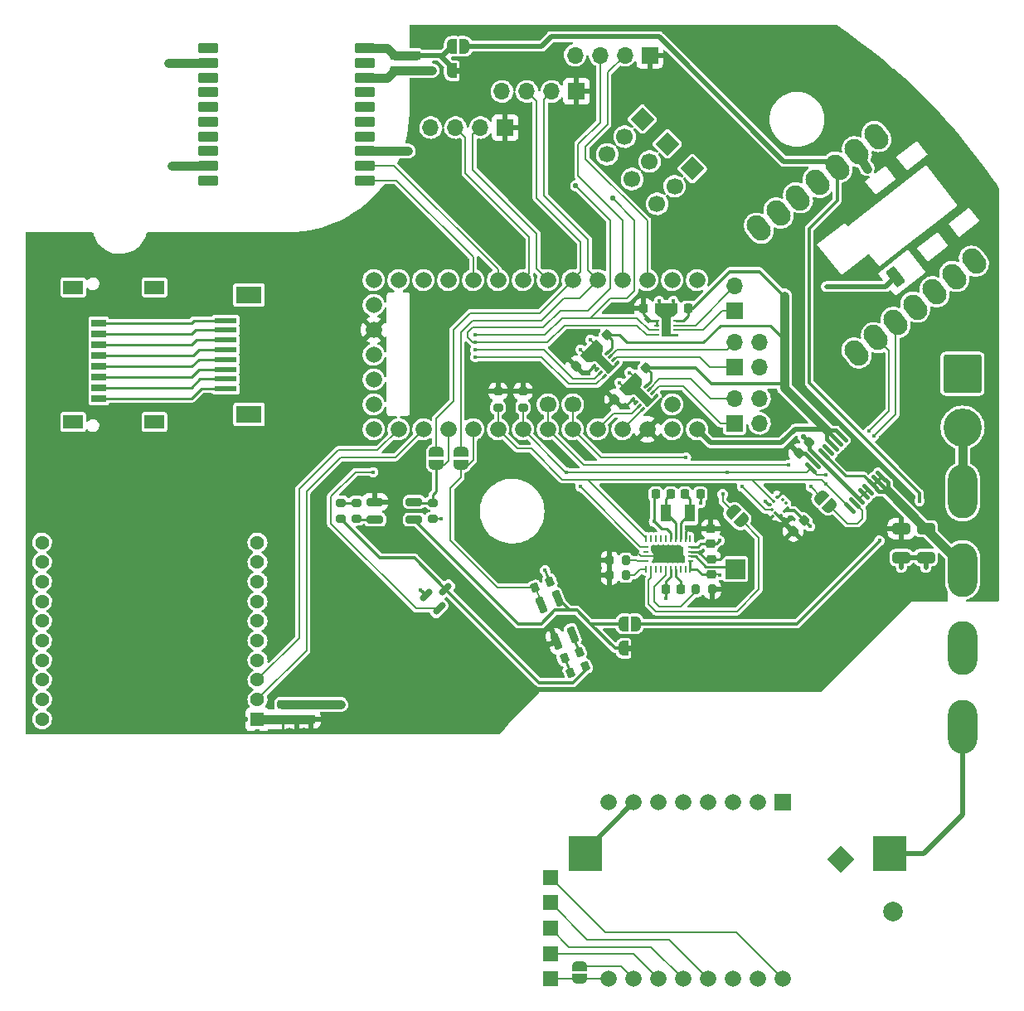
<source format=gbr>
%TF.GenerationSoftware,KiCad,Pcbnew,(6.0.5)*%
%TF.CreationDate,2024-11-08T16:15:15+00:00*%
%TF.ProjectId,Main Board,4d61696e-2042-46f6-9172-642e6b696361,rev?*%
%TF.SameCoordinates,Original*%
%TF.FileFunction,Copper,L2,Bot*%
%TF.FilePolarity,Positive*%
%FSLAX46Y46*%
G04 Gerber Fmt 4.6, Leading zero omitted, Abs format (unit mm)*
G04 Created by KiCad (PCBNEW (6.0.5)) date 2024-11-08 16:15:15*
%MOMM*%
%LPD*%
G01*
G04 APERTURE LIST*
G04 Aperture macros list*
%AMRoundRect*
0 Rectangle with rounded corners*
0 $1 Rounding radius*
0 $2 $3 $4 $5 $6 $7 $8 $9 X,Y pos of 4 corners*
0 Add a 4 corners polygon primitive as box body*
4,1,4,$2,$3,$4,$5,$6,$7,$8,$9,$2,$3,0*
0 Add four circle primitives for the rounded corners*
1,1,$1+$1,$2,$3*
1,1,$1+$1,$4,$5*
1,1,$1+$1,$6,$7*
1,1,$1+$1,$8,$9*
0 Add four rect primitives between the rounded corners*
20,1,$1+$1,$2,$3,$4,$5,0*
20,1,$1+$1,$4,$5,$6,$7,0*
20,1,$1+$1,$6,$7,$8,$9,0*
20,1,$1+$1,$8,$9,$2,$3,0*%
%AMHorizOval*
0 Thick line with rounded ends*
0 $1 width*
0 $2 $3 position (X,Y) of the first rounded end (center of the circle)*
0 $4 $5 position (X,Y) of the second rounded end (center of the circle)*
0 Add line between two ends*
20,1,$1,$2,$3,$4,$5,0*
0 Add two circle primitives to create the rounded ends*
1,1,$1,$2,$3*
1,1,$1,$4,$5*%
%AMRotRect*
0 Rectangle, with rotation*
0 The origin of the aperture is its center*
0 $1 length*
0 $2 width*
0 $3 Rotation angle, in degrees counterclockwise*
0 Add horizontal line*
21,1,$1,$2,0,0,$3*%
%AMFreePoly0*
4,1,22,0.500000,-0.750000,0.000000,-0.750000,0.000000,-0.745033,-0.079941,-0.743568,-0.215256,-0.701293,-0.333266,-0.622738,-0.424486,-0.514219,-0.481581,-0.384460,-0.499164,-0.250000,-0.500000,-0.250000,-0.500000,0.250000,-0.499164,0.250000,-0.499963,0.256109,-0.478152,0.396186,-0.417904,0.524511,-0.324060,0.630769,-0.204165,0.706417,-0.067858,0.745374,0.000000,0.744959,0.000000,0.750000,
0.500000,0.750000,0.500000,-0.750000,0.500000,-0.750000,$1*%
%AMFreePoly1*
4,1,20,0.000000,0.744959,0.073905,0.744508,0.209726,0.703889,0.328688,0.626782,0.421226,0.519385,0.479903,0.390333,0.500000,0.250000,0.500000,-0.250000,0.499851,-0.262216,0.476331,-0.402017,0.414519,-0.529596,0.319384,-0.634700,0.198574,-0.708877,0.061801,-0.746166,0.000000,-0.745033,0.000000,-0.750000,-0.500000,-0.750000,-0.500000,0.750000,0.000000,0.750000,0.000000,0.744959,
0.000000,0.744959,$1*%
G04 Aperture macros list end*
%TA.AperFunction,ComponentPad*%
%ADD10RoundRect,0.250002X-1.699998X1.699998X-1.699998X-1.699998X1.699998X-1.699998X1.699998X1.699998X0*%
%TD*%
%TA.AperFunction,ComponentPad*%
%ADD11C,3.900000*%
%TD*%
%TA.AperFunction,ComponentPad*%
%ADD12R,1.431000X1.431000*%
%TD*%
%TA.AperFunction,ComponentPad*%
%ADD13C,1.431000*%
%TD*%
%TA.AperFunction,ComponentPad*%
%ADD14RotRect,2.000000X2.000000X315.000000*%
%TD*%
%TA.AperFunction,ComponentPad*%
%ADD15C,2.000000*%
%TD*%
%TA.AperFunction,ComponentPad*%
%ADD16O,3.000000X5.500000*%
%TD*%
%TA.AperFunction,ComponentPad*%
%ADD17R,1.665000X1.665000*%
%TD*%
%TA.AperFunction,ComponentPad*%
%ADD18C,1.665000*%
%TD*%
%TA.AperFunction,SMDPad,CuDef*%
%ADD19RoundRect,0.197500X0.632500X-0.197500X0.632500X0.197500X-0.632500X0.197500X-0.632500X-0.197500X0*%
%TD*%
%TA.AperFunction,SMDPad,CuDef*%
%ADD20RoundRect,0.225000X-0.250000X0.225000X-0.250000X-0.225000X0.250000X-0.225000X0.250000X0.225000X0*%
%TD*%
%TA.AperFunction,SMDPad,CuDef*%
%ADD21RoundRect,0.200000X0.079538X0.330604X-0.290014X0.177530X-0.079538X-0.330604X0.290014X-0.177530X0*%
%TD*%
%TA.AperFunction,SMDPad,CuDef*%
%ADD22RoundRect,0.225000X0.250000X-0.225000X0.250000X0.225000X-0.250000X0.225000X-0.250000X-0.225000X0*%
%TD*%
%TA.AperFunction,SMDPad,CuDef*%
%ADD23RoundRect,0.225000X0.017678X-0.335876X0.335876X-0.017678X-0.017678X0.335876X-0.335876X0.017678X0*%
%TD*%
%TA.AperFunction,SMDPad,CuDef*%
%ADD24RoundRect,0.200000X0.275000X-0.200000X0.275000X0.200000X-0.275000X0.200000X-0.275000X-0.200000X0*%
%TD*%
%TA.AperFunction,ComponentPad*%
%ADD25RotRect,1.700000X1.700000X135.000000*%
%TD*%
%TA.AperFunction,ComponentPad*%
%ADD26HorizOval,1.700000X0.000000X0.000000X0.000000X0.000000X0*%
%TD*%
%TA.AperFunction,SMDPad,CuDef*%
%ADD27FreePoly0,0.000000*%
%TD*%
%TA.AperFunction,SMDPad,CuDef*%
%ADD28FreePoly1,0.000000*%
%TD*%
%TA.AperFunction,SMDPad,CuDef*%
%ADD29RoundRect,0.225000X-0.017678X0.335876X-0.335876X0.017678X0.017678X-0.335876X0.335876X-0.017678X0*%
%TD*%
%TA.AperFunction,SMDPad,CuDef*%
%ADD30RotRect,0.500000X0.250000X225.000000*%
%TD*%
%TA.AperFunction,SMDPad,CuDef*%
%ADD31RotRect,0.900000X1.600000X225.000000*%
%TD*%
%TA.AperFunction,ComponentPad*%
%ADD32C,1.700000*%
%TD*%
%TA.AperFunction,SMDPad,CuDef*%
%ADD33RoundRect,0.200000X0.200000X0.275000X-0.200000X0.275000X-0.200000X-0.275000X0.200000X-0.275000X0*%
%TD*%
%TA.AperFunction,SMDPad,CuDef*%
%ADD34RoundRect,0.225000X0.225000X0.250000X-0.225000X0.250000X-0.225000X-0.250000X0.225000X-0.250000X0*%
%TD*%
%TA.AperFunction,SMDPad,CuDef*%
%ADD35RoundRect,0.225000X-0.225000X-0.250000X0.225000X-0.250000X0.225000X0.250000X-0.225000X0.250000X0*%
%TD*%
%TA.AperFunction,SMDPad,CuDef*%
%ADD36RoundRect,1.000000X0.230873X-0.295504X-0.230873X0.295504X-0.230873X0.295504X0.230873X-0.295504X0*%
%TD*%
%TA.AperFunction,SMDPad,CuDef*%
%ADD37RoundRect,0.137500X0.856062X-0.425699X-0.205954X0.933620X-0.856062X0.425699X0.205954X-0.933620X0*%
%TD*%
%TA.AperFunction,ComponentPad*%
%ADD38R,1.700000X1.700000*%
%TD*%
%TA.AperFunction,ComponentPad*%
%ADD39O,1.700000X1.700000*%
%TD*%
%TA.AperFunction,SMDPad,CuDef*%
%ADD40R,2.200000X0.600000*%
%TD*%
%TA.AperFunction,SMDPad,CuDef*%
%ADD41R,2.600000X1.800000*%
%TD*%
%TA.AperFunction,SMDPad,CuDef*%
%ADD42RoundRect,0.200000X-0.200000X-0.275000X0.200000X-0.275000X0.200000X0.275000X-0.200000X0.275000X0*%
%TD*%
%TA.AperFunction,SMDPad,CuDef*%
%ADD43RotRect,0.300000X0.325000X315.000000*%
%TD*%
%TA.AperFunction,SMDPad,CuDef*%
%ADD44RotRect,0.300000X0.325000X45.000000*%
%TD*%
%TA.AperFunction,SMDPad,CuDef*%
%ADD45RoundRect,0.250000X-0.650000X0.325000X-0.650000X-0.325000X0.650000X-0.325000X0.650000X0.325000X0*%
%TD*%
%TA.AperFunction,SMDPad,CuDef*%
%ADD46R,1.500000X1.500000*%
%TD*%
%TA.AperFunction,SMDPad,CuDef*%
%ADD47FreePoly0,270.000000*%
%TD*%
%TA.AperFunction,SMDPad,CuDef*%
%ADD48FreePoly1,270.000000*%
%TD*%
%TA.AperFunction,SMDPad,CuDef*%
%ADD49RoundRect,0.197500X-0.059581X0.659934X-0.424513X0.508774X0.059581X-0.659934X0.424513X-0.508774X0*%
%TD*%
%TA.AperFunction,SMDPad,CuDef*%
%ADD50RoundRect,0.200000X-0.275000X0.200000X-0.275000X-0.200000X0.275000X-0.200000X0.275000X0.200000X0*%
%TD*%
%TA.AperFunction,SMDPad,CuDef*%
%ADD51R,1.500000X0.800000*%
%TD*%
%TA.AperFunction,SMDPad,CuDef*%
%ADD52R,2.000000X1.450000*%
%TD*%
%TA.AperFunction,SMDPad,CuDef*%
%ADD53FreePoly0,90.000000*%
%TD*%
%TA.AperFunction,SMDPad,CuDef*%
%ADD54FreePoly1,90.000000*%
%TD*%
%TA.AperFunction,SMDPad,CuDef*%
%ADD55R,0.500000X0.250000*%
%TD*%
%TA.AperFunction,SMDPad,CuDef*%
%ADD56R,0.900000X1.600000*%
%TD*%
%TA.AperFunction,SMDPad,CuDef*%
%ADD57RoundRect,0.100000X1.600000X1.700000X-1.600000X1.700000X-1.600000X-1.700000X1.600000X-1.700000X0*%
%TD*%
%TA.AperFunction,SMDPad,CuDef*%
%ADD58FreePoly0,315.000000*%
%TD*%
%TA.AperFunction,SMDPad,CuDef*%
%ADD59FreePoly1,315.000000*%
%TD*%
%TA.AperFunction,SMDPad,CuDef*%
%ADD60RoundRect,0.200000X-0.079538X-0.330604X0.290014X-0.177530X0.079538X0.330604X-0.290014X0.177530X0*%
%TD*%
%TA.AperFunction,SMDPad,CuDef*%
%ADD61RoundRect,0.100000X0.521491X-0.380070X-0.380070X0.521491X-0.521491X0.380070X0.380070X-0.521491X0*%
%TD*%
%TA.AperFunction,SMDPad,CuDef*%
%ADD62R,2.000000X2.000000*%
%TD*%
%TA.AperFunction,SMDPad,CuDef*%
%ADD63RoundRect,0.150000X-0.309359X-0.521491X0.521491X0.309359X0.309359X0.521491X-0.521491X-0.309359X0*%
%TD*%
%TA.AperFunction,SMDPad,CuDef*%
%ADD64R,1.000000X1.800000*%
%TD*%
%TA.AperFunction,SMDPad,CuDef*%
%ADD65R,0.250000X0.675000*%
%TD*%
%TA.AperFunction,SMDPad,CuDef*%
%ADD66R,0.575000X0.250000*%
%TD*%
%TA.AperFunction,SMDPad,CuDef*%
%ADD67RoundRect,0.125000X0.875000X0.375000X-0.875000X0.375000X-0.875000X-0.375000X0.875000X-0.375000X0*%
%TD*%
%TA.AperFunction,ViaPad*%
%ADD68C,0.450000*%
%TD*%
%TA.AperFunction,ViaPad*%
%ADD69C,0.550000*%
%TD*%
%TA.AperFunction,Conductor*%
%ADD70C,0.250000*%
%TD*%
%TA.AperFunction,Conductor*%
%ADD71C,0.400000*%
%TD*%
%TA.AperFunction,Conductor*%
%ADD72C,0.300000*%
%TD*%
%TA.AperFunction,Conductor*%
%ADD73C,0.900000*%
%TD*%
%TA.AperFunction,Conductor*%
%ADD74C,0.200000*%
%TD*%
%TA.AperFunction,Conductor*%
%ADD75C,0.500000*%
%TD*%
%TA.AperFunction,Conductor*%
%ADD76C,0.254000*%
%TD*%
G04 APERTURE END LIST*
%TO.C,JP8*%
G36*
X94750000Y-55300000D02*
G01*
X94250000Y-55300000D01*
X94250000Y-54700000D01*
X94750000Y-54700000D01*
X94750000Y-55300000D01*
G37*
%TO.C,JP10*%
G36*
X112250000Y-114300000D02*
G01*
X111750000Y-114300000D01*
X111750000Y-113700000D01*
X112250000Y-113700000D01*
X112250000Y-114300000D01*
G37*
%TD*%
D10*
%TO.P,J1,1,Pin_1*%
%TO.N,GND*%
X146000000Y-85950000D03*
D11*
%TO.P,J1,2,Pin_2*%
%TO.N,Net-(J1-Pad2)*%
X146000000Y-91450000D03*
%TD*%
D12*
%TO.P,RX1,1,VCC*%
%TO.N,+3V3*%
X73998000Y-121248000D03*
D13*
%TO.P,RX1,2,DOUT*%
%TO.N,XBEE_TX*%
X73998000Y-119241000D03*
%TO.P,RX1,3,DIN/~{CONFIG}*%
%TO.N,XBEE_RX*%
X73998000Y-117235000D03*
%TO.P,RX1,4,SPI_MISO*%
%TO.N,unconnected-(RX1-Pad4)*%
X73998000Y-115228000D03*
%TO.P,RX1,5,~{RESET}*%
%TO.N,unconnected-(RX1-Pad5)*%
X73998000Y-113222000D03*
%TO.P,RX1,6,PWM0/RSSI_PWM*%
%TO.N,unconnected-(RX1-Pad6)*%
X73998000Y-111215000D03*
%TO.P,RX1,7,PWM1*%
%TO.N,unconnected-(RX1-Pad7)*%
X73998000Y-109208000D03*
%TO.P,RX1,8,RESERVED*%
%TO.N,unconnected-(RX1-Pad8)*%
X73998000Y-107202000D03*
%TO.P,RX1,9,DI8/SLEEP__RQ/~{DTR}*%
%TO.N,unconnected-(RX1-Pad9)*%
X73998000Y-105195000D03*
%TO.P,RX1,10,GND*%
%TO.N,GND*%
X73998000Y-103189000D03*
%TO.P,RX1,11,DIO4/SPI_MOSI*%
%TO.N,unconnected-(RX1-Pad11)*%
X52002000Y-103189000D03*
%TO.P,RX1,12,DIO7/~{CTS}*%
%TO.N,unconnected-(RX1-Pad12)*%
X52002000Y-105195000D03*
%TO.P,RX1,13,ON/~{SLEEP}*%
%TO.N,unconnected-(RX1-Pad13)*%
X52002000Y-107202000D03*
%TO.P,RX1,14,VREF*%
%TO.N,unconnected-(RX1-Pad14)*%
X52002000Y-109208000D03*
%TO.P,RX1,15,DIO5/ASSOC*%
%TO.N,unconnected-(RX1-Pad15)*%
X52002000Y-111215000D03*
%TO.P,RX1,16,DIO6/~{RTS}*%
%TO.N,unconnected-(RX1-Pad16)*%
X52002000Y-113222000D03*
%TO.P,RX1,17,DIO3/AD3/SPI__SSEL*%
%TO.N,unconnected-(RX1-Pad17)*%
X52002000Y-115228000D03*
%TO.P,RX1,18,DIO2/AD2/SPI__CLK*%
%TO.N,unconnected-(RX1-Pad18)*%
X52002000Y-117235000D03*
%TO.P,RX1,19,DIO1/AD1/SPI__ATTN*%
%TO.N,unconnected-(RX1-Pad19)*%
X52002000Y-119241000D03*
%TO.P,RX1,20,DIO0/AD0*%
%TO.N,unconnected-(RX1-Pad20)*%
X52002000Y-121248000D03*
%TD*%
D14*
%TO.P,BZ1,1,-*%
%TO.N,Net-(BZ1-Pad1)*%
X133562994Y-135562994D03*
D15*
%TO.P,BZ1,2,+*%
%TO.N,/Buzzer/Buzz_GND*%
X138937006Y-140937006D03*
%TD*%
D16*
%TO.P,SW1,1,1*%
%TO.N,Net-(J1-Pad2)*%
X146000000Y-98000000D03*
%TO.P,SW1,2,2*%
%TO.N,+BATT_high*%
X146000000Y-106000000D03*
%TO.P,SW1,3,1*%
%TO.N,Net-(JP1-Pad2)*%
X146000000Y-114000000D03*
%TO.P,SW1,4,2*%
%TO.N,Net-(BT2-Pad1)*%
X146000000Y-122000000D03*
%TD*%
D17*
%TO.P,U4,1,VCC*%
%TO.N,Net-(JP1-Pad3)*%
X127640000Y-129733000D03*
D18*
%TO.P,U4,2,RX*%
%TO.N,unconnected-(U4-Pad2)*%
X125100000Y-129733000D03*
%TO.P,U4,3,TX*%
%TO.N,unconnected-(U4-Pad3)*%
X122560000Y-129733000D03*
%TO.P,U4,4,DAC_R*%
%TO.N,unconnected-(U4-Pad4)*%
X120020000Y-129733000D03*
%TO.P,U4,5,DAC_L*%
%TO.N,unconnected-(U4-Pad5)*%
X117480000Y-129733000D03*
%TO.P,U4,6,SPK1*%
%TO.N,Net-(LS1-Pad1)*%
X114940000Y-129733000D03*
%TO.P,U4,7,GND_1*%
%TO.N,/Buzzer/Buzz_GND*%
X112400000Y-129733000D03*
%TO.P,U4,8,SPK2*%
%TO.N,Net-(LS1-Pad2)*%
X109860000Y-129733000D03*
%TO.P,U4,9,IO1*%
%TO.N,Net-(U4-Pad9)*%
X109860000Y-147767000D03*
%TO.P,U4,10,GND_2*%
%TO.N,/Buzzer/Buzz_GND*%
X112400000Y-147767000D03*
%TO.P,U4,11,IO2*%
%TO.N,Net-(U4-Pad11)*%
X114940000Y-147767000D03*
%TO.P,U4,12,ADKEY1*%
%TO.N,Net-(U4-Pad12)*%
X117480000Y-147767000D03*
%TO.P,U4,13,ADKEY2*%
%TO.N,Net-(U4-Pad13)*%
X120020000Y-147767000D03*
%TO.P,U4,14,USB+*%
%TO.N,unconnected-(U4-Pad14)*%
X122560000Y-147767000D03*
%TO.P,U4,15,USB-*%
%TO.N,unconnected-(U4-Pad15)*%
X125100000Y-147767000D03*
%TO.P,U4,16,BUSY*%
%TO.N,Net-(U4-Pad16)*%
X127640000Y-147767000D03*
%TD*%
%TO.P,IC1,1,GND_1*%
%TO.N,GND*%
X118885000Y-76380000D03*
%TO.P,IC1,2,0*%
%TO.N,SERVO_1*%
X116345000Y-76380000D03*
%TO.P,IC1,3,1*%
%TO.N,M2_ENC_A*%
X113805000Y-76380000D03*
%TO.P,IC1,4,2*%
%TO.N,M2_ENC_B*%
X111265000Y-76380000D03*
%TO.P,IC1,5,3*%
%TO.N,M3_ENC_A*%
X108725000Y-76380000D03*
%TO.P,IC1,6,4*%
%TO.N,M3_ENC_B*%
X106185000Y-76380000D03*
%TO.P,IC1,7,5*%
%TO.N,M1_ENC_A*%
X103645000Y-76380000D03*
%TO.P,IC1,8,6*%
%TO.N,M1_ENC_B*%
X101105000Y-76380000D03*
%TO.P,IC1,9,7*%
%TO.N,GPS_TX*%
X98565000Y-76380000D03*
%TO.P,IC1,10,8*%
%TO.N,GPS_RX*%
X96025000Y-76380000D03*
%TO.P,IC1,11,9*%
%TO.N,M3_IN1*%
X93485000Y-76380000D03*
%TO.P,IC1,12,10*%
%TO.N,SERVO_3*%
X90945000Y-76380000D03*
%TO.P,IC1,13,11*%
%TO.N,M2_IN2*%
X88405000Y-76380000D03*
%TO.P,IC1,14,12*%
%TO.N,M2_IN1*%
X85865000Y-76380000D03*
%TO.P,IC1,15,VBAT*%
%TO.N,/RTC_Battery*%
X85865000Y-78920000D03*
%TO.P,IC1,16,3.3V*%
%TO.N,+3V3*%
X85865000Y-81460000D03*
%TO.P,IC1,17,GND_2*%
%TO.N,GND*%
X85865000Y-84000000D03*
%TO.P,IC1,18,PROGRAM*%
%TO.N,unconnected-(IC1-Pad18)*%
X85865000Y-86540000D03*
%TO.P,IC1,19,ON/OFF*%
%TO.N,unconnected-(IC1-Pad19)*%
X85865000Y-89080000D03*
%TO.P,IC1,20,13*%
%TO.N,GYRO_RATE_EN*%
X85865000Y-91620000D03*
%TO.P,IC1,21,14*%
%TO.N,XBEE_RX*%
X88405000Y-91620000D03*
%TO.P,IC1,22,15*%
%TO.N,XBEE_TX*%
X90945000Y-91620000D03*
%TO.P,IC1,23,16*%
%TO.N,GYRO_RATE_B*%
X93485000Y-91620000D03*
%TO.P,IC1,24,17*%
%TO.N,GYRO_RATE_A*%
X96025000Y-91620000D03*
%TO.P,IC1,25,18*%
%TO.N,SDA0*%
X98565000Y-91620000D03*
%TO.P,IC1,26,19*%
%TO.N,SCL0*%
X101105000Y-91620000D03*
%TO.P,IC1,27,20*%
%TO.N,Net-(IC1-Pad27)*%
X103645000Y-91620000D03*
%TO.P,IC1,28,21*%
%TO.N,Net-(IC1-Pad28)*%
X106185000Y-91620000D03*
%TO.P,IC1,29,22*%
%TO.N,M1_IN1*%
X108725000Y-91620000D03*
%TO.P,IC1,30,23*%
%TO.N,M1_IN2*%
X111265000Y-91620000D03*
%TO.P,IC1,31,3.3V(250_MA_MAX)*%
%TO.N,+3V3*%
X113805000Y-91620000D03*
%TO.P,IC1,32,GND_3*%
%TO.N,GND*%
X116345000Y-91620000D03*
%TO.P,IC1,33,VIN_(3.6_TO_5.5_VOLTS)*%
%TO.N,+BATT*%
X118885000Y-91620000D03*
%TO.P,IC1,34,VUSB*%
%TO.N,unconnected-(IC1-Pad34)*%
X116345000Y-89080000D03*
%TD*%
D19*
%TO.P,U7,1,A*%
%TO.N,Net-(U7-Pad1)*%
X90000000Y-100850000D03*
%TO.P,U7,2,K*%
%TO.N,Net-(R13-Pad2)*%
X86000000Y-100850000D03*
%TO.P,U7,3*%
%TO.N,+3V3*%
X86000000Y-99050000D03*
%TO.P,U7,4*%
%TO.N,GYRO_RATE_B*%
X90000000Y-99050000D03*
%TD*%
D20*
%TO.P,C5,1*%
%TO.N,+3V3*%
X120290000Y-101775000D03*
%TO.P,C5,2*%
%TO.N,GND*%
X120290000Y-103325000D03*
%TD*%
D21*
%TO.P,R3,1*%
%TO.N,Net-(Q1-Pad3)*%
X107466960Y-115855623D03*
%TO.P,R3,2*%
%TO.N,Net-(R4-Pad1)*%
X105942558Y-116487051D03*
%TD*%
D22*
%TO.P,C12,1*%
%TO.N,+3V3*%
X79500000Y-121275000D03*
%TO.P,C12,2*%
%TO.N,GND*%
X79500000Y-119725000D03*
%TD*%
D23*
%TO.P,C1,1*%
%TO.N,+3V3*%
X128701992Y-102048008D03*
%TO.P,C1,2*%
%TO.N,GND*%
X129798008Y-100951992D03*
%TD*%
D24*
%TO.P,R14,1*%
%TO.N,GND*%
X91900000Y-100775000D03*
%TO.P,R14,2*%
%TO.N,GYRO_RATE_B*%
X91900000Y-99125000D03*
%TD*%
D25*
%TO.P,SERVO1,1,Pin_1*%
%TO.N,GND*%
X118392657Y-64995343D03*
D26*
%TO.P,SERVO1,2,Pin_2*%
%TO.N,+BATT*%
X116596606Y-66791394D03*
%TO.P,SERVO1,3,Pin_3*%
%TO.N,SERVO_1*%
X114800555Y-68587445D03*
%TD*%
D27*
%TO.P,JP9,1,A*%
%TO.N,Net-(U7-Pad1)*%
X111350000Y-111500000D03*
D28*
%TO.P,JP9,2,B*%
%TO.N,+3.3VP*%
X112650000Y-111500000D03*
%TD*%
D29*
%TO.P,C15,1*%
%TO.N,+BATT*%
X109714501Y-81994473D03*
%TO.P,C15,2*%
%TO.N,GND*%
X108618485Y-83090489D03*
%TD*%
D24*
%TO.P,R7,1*%
%TO.N,SCL0*%
X101110000Y-89405000D03*
%TO.P,R7,2*%
%TO.N,+3V3*%
X101110000Y-87755000D03*
%TD*%
D30*
%TO.P,U10,1,VM*%
%TO.N,+BATT*%
X113625304Y-87197918D03*
%TO.P,U10,2,OUT1*%
%TO.N,Net-(M2-Pad3)*%
X113978858Y-87551472D03*
%TO.P,U10,3,OUT2*%
%TO.N,Net-(M2-Pad1)*%
X114332411Y-87905025D03*
%TO.P,U10,4,GND*%
%TO.N,GND*%
X114685965Y-88258579D03*
%TO.P,U10,5,EN*%
%TO.N,M1_IN2*%
X113342462Y-89602082D03*
%TO.P,U10,6,PH*%
%TO.N,M1_IN1*%
X112988908Y-89248528D03*
%TO.P,U10,7,~{SLEEP}*%
%TO.N,+3V3*%
X112635355Y-88894975D03*
%TO.P,U10,8,VCC*%
X112281801Y-88541421D03*
D31*
%TO.P,U10,9,GND*%
%TO.N,GND*%
X113483883Y-88400000D03*
%TD*%
D32*
%TO.P,J4,1,Pin_1*%
%TO.N,Net-(IC1-Pad27)*%
X103650000Y-89100000D03*
%TD*%
D33*
%TO.P,R6,1*%
%TO.N,Net-(R6-Pad1)*%
X111614999Y-106550000D03*
%TO.P,R6,2*%
%TO.N,+3V3*%
X109964999Y-106550000D03*
%TD*%
D34*
%TO.P,C9,1*%
%TO.N,Net-(C9-Pad1)*%
X116215000Y-98250001D03*
%TO.P,C9,2*%
%TO.N,GND*%
X114665000Y-98250001D03*
%TD*%
D35*
%TO.P,C8,1*%
%TO.N,Net-(C8-Pad1)*%
X117665000Y-98250001D03*
%TO.P,C8,2*%
%TO.N,GND*%
X119215000Y-98250001D03*
%TD*%
D27*
%TO.P,JP8,1,A*%
%TO.N,Net-(U2-Pad1)*%
X93850000Y-55000000D03*
D28*
%TO.P,JP8,2,B*%
%TO.N,+3V3*%
X95150000Y-55000000D03*
%TD*%
D23*
%TO.P,C14,1*%
%TO.N,+3V3*%
X106514843Y-85194131D03*
%TO.P,C14,2*%
%TO.N,GND*%
X107610859Y-84098115D03*
%TD*%
D36*
%TO.P,IC2,1,PA02_A0_D0*%
%TO.N,unconnected-(IC2-Pad1)*%
X147158303Y-74445716D03*
%TO.P,IC2,2,PA4_A1_D1*%
%TO.N,unconnected-(IC2-Pad2)*%
X145156755Y-76009496D03*
%TO.P,IC2,3,PA10_A2_D2*%
%TO.N,unconnected-(IC2-Pad3)*%
X143155208Y-77573276D03*
%TO.P,IC2,4,PA11_A3_D3*%
%TO.N,unconnected-(IC2-Pad4)*%
X141153661Y-79137057D03*
%TO.P,IC2,5,PA8_A4_D4_SDA*%
%TO.N,SDA0*%
X139152113Y-80700837D03*
%TO.P,IC2,6,PA9_A5_D5_SCL*%
%TO.N,SCL0*%
X137150566Y-82264617D03*
%TO.P,IC2,7,PB08_A6_TX*%
%TO.N,unconnected-(IC2-Pad7)*%
X135149019Y-83828397D03*
%TO.P,IC2,8,PB09_D7_RX*%
%TO.N,unconnected-(IC2-Pad8)*%
X125196851Y-71090203D03*
%TO.P,IC2,9,PA7_A8_D8_SCK*%
%TO.N,unconnected-(IC2-Pad9)*%
X127198398Y-69526423D03*
%TO.P,IC2,10,PA5_A9_D9_MISO*%
%TO.N,unconnected-(IC2-Pad10)*%
X129199946Y-67962643D03*
%TO.P,IC2,11,PA6_A10_D10_MOSI*%
%TO.N,unconnected-(IC2-Pad11)*%
X131201493Y-66398863D03*
%TO.P,IC2,12,3V3*%
%TO.N,+3.3VP*%
X133203040Y-64835083D03*
%TO.P,IC2,13,GND*%
%TO.N,GND*%
X135204587Y-63271302D03*
%TO.P,IC2,14,5V*%
%TO.N,unconnected-(IC2-Pad14)*%
X137206135Y-61707522D03*
D37*
%TO.P,IC2,15,VBATT*%
%TO.N,+BATT*%
X139133664Y-76064299D03*
%TD*%
D38*
%TO.P,M2,1,Pin_1*%
%TO.N,Net-(M2-Pad1)*%
X122725000Y-91025000D03*
D39*
%TO.P,M2,2,Pin_2*%
%TO.N,GND*%
X125265000Y-91025000D03*
%TO.P,M2,3,Pin_3*%
%TO.N,Net-(M2-Pad3)*%
X122725000Y-88485000D03*
%TO.P,M2,4,Pin_4*%
%TO.N,GND*%
X125265000Y-88485000D03*
%TD*%
D22*
%TO.P,C10,1*%
%TO.N,+3V3*%
X76500000Y-121275000D03*
%TO.P,C10,2*%
%TO.N,GND*%
X76500000Y-119725000D03*
%TD*%
D40*
%TO.P,J2,1,Pin_1*%
%TO.N,/D2*%
X70757500Y-80500000D03*
%TO.P,J2,2,Pin_2*%
%TO.N,/D3*%
X70757500Y-81500000D03*
%TO.P,J2,3,Pin_3*%
%TO.N,/CMD*%
X70757500Y-82500000D03*
%TO.P,J2,4,Pin_4*%
%TO.N,/VDD*%
X70757500Y-83500000D03*
%TO.P,J2,5,Pin_5*%
%TO.N,/CLK*%
X70757500Y-84500000D03*
%TO.P,J2,6,Pin_6*%
%TO.N,/VSS*%
X70757500Y-85500000D03*
%TO.P,J2,7,Pin_7*%
%TO.N,/D0*%
X70757500Y-86500000D03*
%TO.P,J2,8,Pin_8*%
%TO.N,/D1*%
X70757500Y-87500000D03*
D41*
%TO.P,J2,9*%
%TO.N,N/C*%
X73127500Y-77900000D03*
%TO.P,J2,10*%
X73127500Y-90100000D03*
%TD*%
D42*
%TO.P,R9,1*%
%TO.N,Net-(U6-Pad11)*%
X118775000Y-108000000D03*
%TO.P,R9,2*%
%TO.N,+3V3*%
X120425000Y-108000000D03*
%TD*%
D38*
%TO.P,M1_ENC1,1,Pin_1*%
%TO.N,+3V3*%
X99300000Y-60800000D03*
D39*
%TO.P,M1_ENC1,2,Pin_2*%
%TO.N,M1_ENC_A*%
X96760000Y-60800000D03*
%TO.P,M1_ENC1,3,Pin_3*%
%TO.N,M1_ENC_B*%
X94220000Y-60800000D03*
%TO.P,M1_ENC1,4,Pin_4*%
%TO.N,GND*%
X91680000Y-60800000D03*
%TD*%
D43*
%TO.P,U1,1,VDDIO*%
%TO.N,+3V3*%
X126896447Y-100207107D03*
%TO.P,U1,2,SCK*%
%TO.N,SCL0*%
X126542893Y-99853553D03*
D44*
%TO.P,U1,3,VSS_1*%
%TO.N,GND*%
X126348439Y-99305546D03*
%TO.P,U1,4,SDI*%
%TO.N,SDA0*%
X126701992Y-98951992D03*
%TO.P,U1,5,SDO*%
%TO.N,+3V3*%
X127055546Y-98598439D03*
D43*
%TO.P,U1,6,CSB*%
%TO.N,unconnected-(U1-Pad6)*%
X127603553Y-98792893D03*
%TO.P,U1,7,INT*%
%TO.N,unconnected-(U1-Pad7)*%
X127957107Y-99146447D03*
D44*
%TO.P,U1,8,VSS_2*%
%TO.N,GND*%
X128151561Y-99694454D03*
%TO.P,U1,9,VSS_3*%
X127798008Y-100048008D03*
%TO.P,U1,10,VDD*%
%TO.N,+3V3*%
X127444454Y-100401561D03*
%TD*%
D38*
%TO.P,M3,1,Pin_1*%
%TO.N,Net-(M3-Pad1)*%
X122725000Y-79525000D03*
D39*
%TO.P,M3,2,Pin_2*%
%TO.N,Net-(M3-Pad2)*%
X122725000Y-76985000D03*
%TD*%
D25*
%TO.P,SERVO2,1,Pin_1*%
%TO.N,GND*%
X115842051Y-62465949D03*
D26*
%TO.P,SERVO2,2,Pin_2*%
%TO.N,+BATT*%
X114046000Y-64262000D03*
%TO.P,SERVO2,3,Pin_3*%
%TO.N,M3_IN1*%
X112249949Y-66058051D03*
%TD*%
D45*
%TO.P,C20,1*%
%TO.N,+BATT_high*%
X142250000Y-101775000D03*
%TO.P,C20,2*%
%TO.N,GND*%
X142250000Y-104725000D03*
%TD*%
D46*
%TO.P,TP5,1,1*%
%TO.N,Net-(U4-Pad11)*%
X103900000Y-145200000D03*
%TD*%
D20*
%TO.P,C4,1*%
%TO.N,+3V3*%
X120339999Y-104925002D03*
%TO.P,C4,2*%
%TO.N,GND*%
X120339999Y-106475002D03*
%TD*%
D32*
%TO.P,J5,1,Pin_1*%
%TO.N,Net-(IC1-Pad28)*%
X106200000Y-89100000D03*
%TD*%
D38*
%TO.P,M2_ENC1,1,Pin_1*%
%TO.N,+3V3*%
X114050000Y-53400000D03*
D39*
%TO.P,M2_ENC1,2,Pin_2*%
%TO.N,M2_ENC_A*%
X111510000Y-53400000D03*
%TO.P,M2_ENC1,3,Pin_3*%
%TO.N,M2_ENC_B*%
X108970000Y-53400000D03*
%TO.P,M2_ENC1,4,Pin_4*%
%TO.N,GND*%
X106430000Y-53400000D03*
%TD*%
D22*
%TO.P,C11,1*%
%TO.N,+3V3*%
X78000000Y-121275000D03*
%TO.P,C11,2*%
%TO.N,GND*%
X78000000Y-119725000D03*
%TD*%
D38*
%TO.P,M1,1,Pin_1*%
%TO.N,Net-(M1-Pad1)*%
X122725000Y-85275000D03*
D39*
%TO.P,M1,2,Pin_2*%
%TO.N,GND*%
X125265000Y-85275000D03*
%TO.P,M1,3,Pin_3*%
%TO.N,Net-(M1-Pad3)*%
X122725000Y-82735000D03*
%TO.P,M1,4,Pin_4*%
%TO.N,GND*%
X125265000Y-82735000D03*
%TD*%
D45*
%TO.P,C21,1*%
%TO.N,+3V3*%
X139750000Y-101775000D03*
%TO.P,C21,2*%
%TO.N,GND*%
X139750000Y-104725000D03*
%TD*%
D47*
%TO.P,JP2,1,A*%
%TO.N,/Buzzer/Buzz_GND*%
X106934000Y-146450000D03*
D48*
%TO.P,JP2,2,B*%
%TO.N,Net-(U4-Pad9)*%
X106934000Y-147750000D03*
%TD*%
D49*
%TO.P,U5,1,A*%
%TO.N,Net-(U7-Pad1)*%
X104666125Y-108897826D03*
%TO.P,U5,2,K*%
%TO.N,Net-(R4-Pad2)*%
X106196858Y-112593344D03*
%TO.P,U5,3*%
%TO.N,+3V3*%
X104533875Y-113282174D03*
%TO.P,U5,4*%
%TO.N,GYRO_RATE_A*%
X103003142Y-109586656D03*
%TD*%
D50*
%TO.P,R13,1*%
%TO.N,Net-(R13-Pad1)*%
X84100000Y-99124999D03*
%TO.P,R13,2*%
%TO.N,Net-(R13-Pad2)*%
X84100000Y-100774999D03*
%TD*%
D34*
%TO.P,C19,1*%
%TO.N,+BATT*%
X118000000Y-79250000D03*
%TO.P,C19,2*%
%TO.N,GND*%
X116450000Y-79250000D03*
%TD*%
D51*
%TO.P,J3,1,DAT2*%
%TO.N,/D2*%
X57792500Y-80795000D03*
%TO.P,J3,2,DAT3/CD*%
%TO.N,/D3*%
X57792500Y-81895000D03*
%TO.P,J3,3,CMD*%
%TO.N,/CMD*%
X57792500Y-82995000D03*
%TO.P,J3,4,VDD*%
%TO.N,/VDD*%
X57792500Y-84095000D03*
%TO.P,J3,5,CLK*%
%TO.N,/CLK*%
X57792500Y-85195000D03*
%TO.P,J3,6,VSS*%
%TO.N,/VSS*%
X57792500Y-86295000D03*
%TO.P,J3,7,DAT0*%
%TO.N,/D0*%
X57792500Y-87395000D03*
%TO.P,J3,8,DAT1*%
%TO.N,/D1*%
X57792500Y-88495000D03*
D52*
%TO.P,J3,9,SHIELD*%
%TO.N,unconnected-(J3-Pad9)*%
X55192500Y-90875000D03*
%TO.P,J3,10*%
%TO.N,N/C*%
X63492500Y-90875000D03*
%TO.P,J3,11*%
X63492500Y-77125000D03*
%TO.P,J3,12*%
X55192500Y-77125000D03*
%TD*%
D53*
%TO.P,JP6,1,A*%
%TO.N,GYRO_RATE_B*%
X92250000Y-95250000D03*
D54*
%TO.P,JP6,2,B*%
%TO.N,M3_ENC_B*%
X92250000Y-93950000D03*
%TD*%
D55*
%TO.P,U11,1,VM*%
%TO.N,+BATT*%
X116675000Y-80500000D03*
%TO.P,U11,2,OUT1*%
%TO.N,Net-(M3-Pad2)*%
X116675000Y-81000000D03*
%TO.P,U11,3,OUT2*%
%TO.N,Net-(M3-Pad1)*%
X116675000Y-81500000D03*
%TO.P,U11,4,GND*%
%TO.N,GND*%
X116675000Y-82000000D03*
%TO.P,U11,5,EN*%
%TO.N,SERVO_3*%
X114775000Y-82000000D03*
%TO.P,U11,6,PH*%
%TO.N,M3_IN1*%
X114775000Y-81500000D03*
%TO.P,U11,7,~{SLEEP}*%
%TO.N,+3V3*%
X114775000Y-81000000D03*
%TO.P,U11,8,VCC*%
X114775000Y-80500000D03*
D56*
%TO.P,U11,9,GND*%
%TO.N,GND*%
X115725000Y-81250000D03*
%TD*%
D46*
%TO.P,TP3,1,1*%
%TO.N,Net-(U4-Pad13)*%
X103900000Y-140000000D03*
%TD*%
D24*
%TO.P,R2,1*%
%TO.N,SDA0*%
X98560000Y-89415000D03*
%TO.P,R2,2*%
%TO.N,+3V3*%
X98560000Y-87765000D03*
%TD*%
D57*
%TO.P,BT2,1,+*%
%TO.N,Net-(BT2-Pad1)*%
X138550000Y-135000000D03*
%TO.P,BT2,2,-*%
%TO.N,/Buzzer/Buzz_GND*%
X107450000Y-135000000D03*
%TD*%
D58*
%TO.P,JP4,1,A*%
%TO.N,Net-(IC1-Pad28)*%
X122540381Y-100040381D03*
D59*
%TO.P,JP4,2,B*%
%TO.N,IMU_INT*%
X123459619Y-100959619D03*
%TD*%
D60*
%TO.P,R4,1*%
%TO.N,Net-(R4-Pad1)*%
X105330264Y-115008844D03*
%TO.P,R4,2*%
%TO.N,Net-(R4-Pad2)*%
X106854666Y-114377416D03*
%TD*%
D33*
%TO.P,R1,1*%
%TO.N,Net-(R1-Pad1)*%
X111615002Y-105000000D03*
%TO.P,R1,2*%
%TO.N,+3V3*%
X109965002Y-105000000D03*
%TD*%
D25*
%TO.P,SERVO3,1,Pin_1*%
%TO.N,GND*%
X113294606Y-59933394D03*
D26*
%TO.P,SERVO3,2,Pin_2*%
%TO.N,+BATT*%
X111498555Y-61729445D03*
%TO.P,SERVO3,3,Pin_3*%
%TO.N,SERVO_3*%
X109702504Y-63525496D03*
%TD*%
D23*
%TO.P,C16,1*%
%TO.N,+3V3*%
X110461002Y-88559100D03*
%TO.P,C16,2*%
%TO.N,GND*%
X111557018Y-87463084D03*
%TD*%
D20*
%TO.P,C3,1*%
%TO.N,Net-(U2-Pad1)*%
X88000000Y-53425000D03*
%TO.P,C3,2*%
%TO.N,GND*%
X88000000Y-54975000D03*
%TD*%
D27*
%TO.P,JP7,1,A*%
%TO.N,Net-(U2-Pad1)*%
X93850000Y-52500000D03*
D28*
%TO.P,JP7,2,B*%
%TO.N,+3.3VP*%
X95150000Y-52500000D03*
%TD*%
D38*
%TO.P,M3_ENC1,1,Pin_1*%
%TO.N,+3V3*%
X106580000Y-57100000D03*
D39*
%TO.P,M3_ENC1,2,Pin_2*%
%TO.N,M3_ENC_A*%
X104040000Y-57100000D03*
%TO.P,M3_ENC1,3,Pin_3*%
%TO.N,M3_ENC_B*%
X101500000Y-57100000D03*
%TO.P,M3_ENC1,4,Pin_4*%
%TO.N,GND*%
X98960000Y-57100000D03*
%TD*%
D61*
%TO.P,U3,1,IN+*%
%TO.N,+BATT_high*%
X137745629Y-96415425D03*
%TO.P,U3,2,IN+*%
X137286010Y-96875045D03*
%TO.P,U3,3,IN+*%
X136826390Y-97334664D03*
%TO.P,U3,4,A1*%
%TO.N,GND*%
X136366771Y-97794283D03*
%TO.P,U3,5,A0*%
X135907151Y-98253903D03*
%TO.P,U3,6,GND*%
X135447532Y-98713522D03*
%TO.P,U3,7,ALERT*%
%TO.N,POWER_INT*%
X134987913Y-99173142D03*
%TO.P,U3,8,SDA*%
%TO.N,SDA0*%
X134528293Y-99632761D03*
%TO.P,U3,9,SCL*%
%TO.N,SCL0*%
X130480107Y-95584575D03*
%TO.P,U3,10,VS*%
%TO.N,+3V3*%
X130939726Y-95124955D03*
%TO.P,U3,11,GND*%
%TO.N,GND*%
X131399346Y-94665336D03*
%TO.P,U3,12,VBUS*%
%TO.N,+BATT_high*%
X131858965Y-94205717D03*
%TO.P,U3,13,NC*%
%TO.N,unconnected-(U3-Pad13)*%
X132318585Y-93746097D03*
%TO.P,U3,14,IN-*%
%TO.N,+BATT*%
X132778204Y-93286478D03*
%TO.P,U3,15,IN-*%
X133237823Y-92826858D03*
%TO.P,U3,16,IN-*%
X133697443Y-92367239D03*
%TD*%
D34*
%TO.P,C7,1*%
%TO.N,Net-(C7-Pad1)*%
X117215000Y-108000000D03*
%TO.P,C7,2*%
%TO.N,GND*%
X115665000Y-108000000D03*
%TD*%
D27*
%TO.P,JP10,1,A*%
%TO.N,Net-(U7-Pad1)*%
X111350000Y-114000000D03*
D28*
%TO.P,JP10,2,B*%
%TO.N,+3V3*%
X112650000Y-114000000D03*
%TD*%
D58*
%TO.P,JP3,1,A*%
%TO.N,Net-(IC1-Pad27)*%
X131540381Y-98540381D03*
D59*
%TO.P,JP3,2,B*%
%TO.N,POWER_INT*%
X132459619Y-99459619D03*
%TD*%
D62*
%TO.P,TP1,1,1*%
%TO.N,Net-(TP1-Pad1)*%
X122790000Y-105899999D03*
%TD*%
D63*
%TO.P,Q1,1,G*%
%TO.N,GYRO_RATE_EN*%
X92558839Y-109934664D03*
%TO.P,Q1,2,S*%
%TO.N,GND*%
X91215336Y-108591161D03*
%TO.P,Q1,3,D*%
%TO.N,Net-(Q1-Pad3)*%
X93212913Y-107937087D03*
%TD*%
D30*
%TO.P,U9,1,VM*%
%TO.N,+BATT*%
X109674264Y-83830761D03*
%TO.P,U9,2,OUT1*%
%TO.N,Net-(M1-Pad3)*%
X110027818Y-84184315D03*
%TO.P,U9,3,OUT2*%
%TO.N,Net-(M1-Pad1)*%
X110381371Y-84537868D03*
%TO.P,U9,4,GND*%
%TO.N,GND*%
X110734925Y-84891422D03*
%TO.P,U9,5,EN*%
%TO.N,M2_IN2*%
X109391422Y-86234925D03*
%TO.P,U9,6,PH*%
%TO.N,M2_IN1*%
X109037868Y-85881371D03*
%TO.P,U9,7,~{SLEEP}*%
%TO.N,+3V3*%
X108684315Y-85527818D03*
%TO.P,U9,8,VCC*%
X108330761Y-85174264D03*
D31*
%TO.P,U9,9,GND*%
%TO.N,GND*%
X109532843Y-85032843D03*
%TD*%
D21*
%TO.P,R5,1*%
%TO.N,GND*%
X103869736Y-107171156D03*
%TO.P,R5,2*%
%TO.N,GYRO_RATE_A*%
X102345334Y-107802584D03*
%TD*%
D64*
%TO.P,Y1,1,1*%
%TO.N,Net-(C8-Pad1)*%
X118190000Y-100213000D03*
%TO.P,Y1,2,2*%
%TO.N,Net-(C9-Pad1)*%
X115690000Y-100213000D03*
%TD*%
D46*
%TO.P,TP4,1,1*%
%TO.N,Net-(U4-Pad12)*%
X103900000Y-142600000D03*
%TD*%
D29*
%TO.P,C17,1*%
%TO.N,+BATT*%
X113678338Y-85341763D03*
%TO.P,C17,2*%
%TO.N,GND*%
X112582322Y-86437779D03*
%TD*%
D65*
%TO.P,U6,1,RESV_NC_1*%
%TO.N,unconnected-(U6-Pad1)*%
X118190000Y-102799999D03*
D66*
%TO.P,U6,2,GND_1*%
%TO.N,GND*%
X118253000Y-103612999D03*
%TO.P,U6,3,VDD*%
%TO.N,+3V3*%
X118253000Y-104112999D03*
%TO.P,U6,4,BOOTN*%
%TO.N,Net-(TP1-Pad1)*%
X118253000Y-104612999D03*
%TO.P,U6,5,PS1*%
%TO.N,GND*%
X118253000Y-105112999D03*
D65*
%TO.P,U6,6,PS0/WAKE*%
X118190000Y-105925999D03*
%TO.P,U6,7,RESV_NC_2*%
%TO.N,unconnected-(U6-Pad7)*%
X117690000Y-105925999D03*
%TO.P,U6,8,RESV_NC_3*%
%TO.N,unconnected-(U6-Pad8)*%
X117190000Y-105925999D03*
%TO.P,U6,9,CAP*%
%TO.N,Net-(C7-Pad1)*%
X116690000Y-105925999D03*
%TO.P,U6,10,CLKSEL0*%
%TO.N,GND*%
X116190000Y-105925999D03*
%TO.P,U6,11,NRST*%
%TO.N,Net-(U6-Pad11)*%
X115690000Y-105925999D03*
%TO.P,U6,12,RESV_NC_4*%
%TO.N,unconnected-(U6-Pad12)*%
X115190000Y-105925999D03*
%TO.P,U6,13,RESV_NC_5*%
%TO.N,unconnected-(U6-Pad13)*%
X114690000Y-105925999D03*
%TO.P,U6,14,H_INTN*%
%TO.N,IMU_INT*%
X114190000Y-105925999D03*
%TO.P,U6,15,ENV_SCL_*%
%TO.N,Net-(R6-Pad1)*%
X113690000Y-105925999D03*
D66*
%TO.P,U6,16,ENV_SDA*%
%TO.N,Net-(R1-Pad1)*%
X113627000Y-105112999D03*
%TO.P,U6,17,SA0/H_MOSI_*%
%TO.N,+3V3*%
X113627000Y-104612999D03*
%TO.P,U6,18,H_CSN*%
%TO.N,unconnected-(U6-Pad18)*%
X113627000Y-104112999D03*
%TO.P,U6,19,H_SCL/SCK/RX*%
%TO.N,SCL0*%
X113627000Y-103612999D03*
D65*
%TO.P,U6,20,H_SDA/H_MISO/TX_*%
%TO.N,SDA0*%
X113690000Y-102799999D03*
%TO.P,U6,21,RESV_NC_6*%
%TO.N,unconnected-(U6-Pad21)*%
X114190000Y-102799999D03*
%TO.P,U6,22,RESV_NC_7*%
%TO.N,unconnected-(U6-Pad22)*%
X114690000Y-102799999D03*
%TO.P,U6,23,RESV_NC_8*%
%TO.N,unconnected-(U6-Pad23)*%
X115190000Y-102799999D03*
%TO.P,U6,24,RESV_NC_9*%
%TO.N,unconnected-(U6-Pad24)*%
X115690000Y-102799999D03*
%TO.P,U6,25,GND_2*%
%TO.N,GND*%
X116190000Y-102799999D03*
%TO.P,U6,26,XOUT32/CLKSEL1*%
%TO.N,Net-(C9-Pad1)*%
X116690000Y-102799999D03*
%TO.P,U6,27,XIN32*%
%TO.N,Net-(C8-Pad1)*%
X117190000Y-102799999D03*
%TO.P,U6,28,VDDIO*%
%TO.N,+3V3*%
X117690000Y-102799999D03*
%TD*%
D23*
%TO.P,C6,1*%
%TO.N,+3V3*%
X129286864Y-94108489D03*
%TO.P,C6,2*%
%TO.N,GND*%
X130382880Y-93012473D03*
%TD*%
D46*
%TO.P,TP2,1,1*%
%TO.N,Net-(U4-Pad16)*%
X103900000Y-137400000D03*
%TD*%
D24*
%TO.P,R8,1*%
%TO.N,Net-(Q1-Pad3)*%
X82550000Y-100775000D03*
%TO.P,R8,2*%
%TO.N,Net-(R13-Pad1)*%
X82550000Y-99125000D03*
%TD*%
D35*
%TO.P,C18,1*%
%TO.N,+3V3*%
X113450000Y-79250000D03*
%TO.P,C18,2*%
%TO.N,GND*%
X115000000Y-79250000D03*
%TD*%
D20*
%TO.P,C2,1*%
%TO.N,Net-(U2-Pad1)*%
X90200000Y-53425000D03*
%TO.P,C2,2*%
%TO.N,GND*%
X90200000Y-54975000D03*
%TD*%
D46*
%TO.P,TP6,1,1*%
%TO.N,Net-(U4-Pad9)*%
X103900000Y-147800000D03*
%TD*%
D67*
%TO.P,U2,1,VCC*%
%TO.N,Net-(U2-Pad1)*%
X85000000Y-52700000D03*
%TO.P,U2,2,~{RESET}*%
%TO.N,unconnected-(U2-Pad2)*%
X85000000Y-54200000D03*
%TO.P,U2,3,GND*%
%TO.N,GND*%
X85000000Y-55700000D03*
%TO.P,U2,4,VBACKUP*%
%TO.N,unconnected-(U2-Pad4)*%
X85000000Y-57200000D03*
%TO.P,U2,5,3D-FIX*%
%TO.N,unconnected-(U2-Pad5)*%
X85000000Y-58700000D03*
%TO.P,U2,6,NC*%
%TO.N,unconnected-(U2-Pad6)*%
X85000000Y-60200000D03*
%TO.P,U2,7,NC*%
%TO.N,unconnected-(U2-Pad7)*%
X85000000Y-61700000D03*
%TO.P,U2,8,GND*%
%TO.N,GND*%
X85000000Y-63200000D03*
%TO.P,U2,9,TX*%
%TO.N,GPS_TX*%
X85000000Y-64700000D03*
%TO.P,U2,10,RX*%
%TO.N,GPS_RX*%
X85000000Y-66200000D03*
%TO.P,U2,11,EX_ANT*%
%TO.N,unconnected-(U2-Pad11)*%
X69000000Y-66200000D03*
%TO.P,U2,12,GND*%
%TO.N,GND*%
X69000000Y-64700000D03*
%TO.P,U2,13,1PPS*%
%TO.N,unconnected-(U2-Pad13)*%
X69000000Y-63200000D03*
%TO.P,U2,14,RX1/I2C_SCL*%
%TO.N,unconnected-(U2-Pad14)*%
X69000000Y-61700000D03*
%TO.P,U2,15,TX1/I2C_SDA*%
%TO.N,unconnected-(U2-Pad15)*%
X69000000Y-60200000D03*
%TO.P,U2,16,NC*%
%TO.N,unconnected-(U2-Pad16)*%
X69000000Y-58700000D03*
%TO.P,U2,17,NC*%
%TO.N,unconnected-(U2-Pad17)*%
X69000000Y-57200000D03*
%TO.P,U2,18,NC*%
%TO.N,unconnected-(U2-Pad18)*%
X69000000Y-55700000D03*
%TO.P,U2,19,GND*%
%TO.N,GND*%
X69000000Y-54200000D03*
%TO.P,U2,20,NC*%
%TO.N,unconnected-(U2-Pad20)*%
X69000000Y-52700000D03*
%TD*%
D53*
%TO.P,JP5,1,A*%
%TO.N,GYRO_RATE_A*%
X94750000Y-95250000D03*
D54*
%TO.P,JP5,2,B*%
%TO.N,M3_ENC_A*%
X94750000Y-93950000D03*
%TD*%
D68*
%TO.N,GND*%
X115000000Y-78500000D03*
D69*
X65275000Y-64700000D03*
D68*
X110950000Y-86850000D03*
D69*
X136250000Y-65000000D03*
D68*
X139750000Y-105750000D03*
X121200000Y-106500000D03*
X116450000Y-78500000D03*
X130400000Y-101550000D03*
D69*
X89400000Y-63200000D03*
D68*
X141025000Y-104725000D03*
X114490000Y-101050000D03*
X108000000Y-82470000D03*
X103370000Y-106030000D03*
X119215000Y-99174999D03*
X90650000Y-108050000D03*
D69*
X64900000Y-54200000D03*
X91850000Y-54975000D03*
D68*
X82500000Y-119750000D03*
X121190000Y-103000000D03*
X125850000Y-98950000D03*
D69*
X129750000Y-92375000D03*
D68*
X111975000Y-85825000D03*
X142250000Y-105750000D03*
X106990000Y-83480000D03*
X92780000Y-100780000D03*
X115665000Y-108875000D03*
%TO.N,+3V3*%
X109575000Y-87390000D03*
X125000000Y-94500000D03*
X110000000Y-79250000D03*
X105730000Y-83540000D03*
X107250000Y-82000000D03*
X101100000Y-78900000D03*
X128000000Y-97500000D03*
X121989999Y-103150000D03*
X117247001Y-104612999D03*
%TO.N,SDA0*%
X136950000Y-92300000D03*
X132072766Y-97177234D03*
%TO.N,SCL0*%
X132000000Y-96250000D03*
X122000000Y-96000000D03*
X107000000Y-97500000D03*
X105500000Y-96000000D03*
X123500000Y-97500000D03*
X136450000Y-91800000D03*
D69*
%TO.N,+BATT*%
X127800000Y-79000000D03*
X127800000Y-78000000D03*
D68*
X132850000Y-77050000D03*
X132100000Y-77050000D03*
%TO.N,GYRO_RATE_EN*%
X85825000Y-96000000D03*
%TO.N,+3.3VP*%
X141600000Y-98950000D03*
X137500000Y-103000000D03*
%TO.N,Net-(IC1-Pad27)*%
X128250000Y-95250000D03*
X130500000Y-97500000D03*
%TO.N,Net-(IC1-Pad28)*%
X121500000Y-98250000D03*
X117750000Y-94500000D03*
%TO.N,SERVO_3*%
X96250000Y-82750000D03*
D69*
X106500000Y-66750000D03*
D68*
%TO.N,M2_IN2*%
X96250000Y-84250000D03*
%TO.N,M2_IN1*%
X96250000Y-83500000D03*
D69*
%TO.N,M3_IN1*%
X110250000Y-68000000D03*
D68*
X96250000Y-82000000D03*
%TD*%
D70*
%TO.N,GND*%
X103869736Y-107171156D02*
X103370000Y-106030000D01*
X118253000Y-105112999D02*
X118190000Y-105175999D01*
X116450000Y-78500000D02*
X116450000Y-79250000D01*
D71*
X130382880Y-93012473D02*
X130382880Y-93007880D01*
D72*
X91215336Y-108591161D02*
X91191161Y-108591161D01*
D73*
X79500000Y-119725000D02*
X76500000Y-119725000D01*
D72*
X129798008Y-100951992D02*
X129801992Y-100951992D01*
D71*
X130382880Y-93007880D02*
X129750000Y-92375000D01*
D70*
X116190000Y-105926000D02*
X116190000Y-106650001D01*
D74*
X111963604Y-85819061D02*
X111969061Y-85819061D01*
D70*
X119290000Y-103325000D02*
X119002000Y-103613000D01*
D74*
X107610857Y-84098117D02*
X106992139Y-83479398D01*
X121175002Y-106475002D02*
X120339999Y-106475002D01*
X107999767Y-82470233D02*
X108000000Y-82470000D01*
D70*
X115000000Y-78500000D02*
X115000000Y-79250000D01*
D71*
X131399346Y-94665336D02*
X135447532Y-98713522D01*
D74*
X112582322Y-86437779D02*
X111963604Y-85819061D01*
D73*
X85000000Y-55700000D02*
X87275000Y-55700000D01*
D70*
X118190000Y-105175999D02*
X118189999Y-105926000D01*
X118866001Y-105926000D02*
X119415001Y-106475002D01*
X115790000Y-101800000D02*
X116190000Y-102199999D01*
D73*
X87275000Y-55700000D02*
X88000000Y-54975000D01*
D72*
X129798008Y-100951992D02*
X128796016Y-99950000D01*
D73*
X85000000Y-63200000D02*
X89400000Y-63200000D01*
D75*
X142250000Y-104725000D02*
X142250000Y-105750000D01*
D70*
X115240000Y-101800000D02*
X115790000Y-101800000D01*
D73*
X82475000Y-119725000D02*
X82500000Y-119750000D01*
D71*
X131399346Y-94665336D02*
X131390336Y-94665336D01*
D72*
X128796016Y-99950000D02*
X127896016Y-99950000D01*
X126205546Y-99305546D02*
X125850000Y-98950000D01*
D74*
X92869998Y-100780000D02*
X92780000Y-100780000D01*
X106992139Y-83479398D02*
X106990602Y-83479398D01*
D73*
X69000000Y-64700000D02*
X65275000Y-64700000D01*
D72*
X129801992Y-100951992D02*
X130400000Y-101550000D01*
D74*
X92874999Y-100774999D02*
X92869998Y-100780000D01*
X111969061Y-85819061D02*
X111975000Y-85825000D01*
X136366771Y-97794283D02*
X135447532Y-98713522D01*
X110938299Y-86844366D02*
X110944366Y-86844366D01*
X92000000Y-100774999D02*
X92874999Y-100774999D01*
D70*
X114490000Y-98425001D02*
X114665000Y-98250001D01*
D74*
X121200000Y-106500000D02*
X121175002Y-106475002D01*
D70*
X114490000Y-101000000D02*
X114490000Y-98425001D01*
D71*
X130382880Y-93657880D02*
X130382880Y-93012473D01*
D74*
X106990602Y-83479398D02*
X106990000Y-83480000D01*
D70*
X114490000Y-101050000D02*
X115240000Y-101800000D01*
X119415001Y-106475002D02*
X120340000Y-106474999D01*
D72*
X91191161Y-108591161D02*
X90650000Y-108050000D01*
D70*
X118189999Y-105926000D02*
X118866001Y-105926000D01*
X115665000Y-108000000D02*
X115665000Y-108875000D01*
D73*
X79500000Y-119725000D02*
X82475000Y-119725000D01*
D70*
X119002000Y-103613000D02*
X118253000Y-103613000D01*
X121190000Y-103000000D02*
X120865000Y-103325000D01*
X120865000Y-103325000D02*
X119290000Y-103325000D01*
D73*
X91850000Y-54975000D02*
X88000000Y-54975000D01*
D74*
X107999767Y-82471771D02*
X107999767Y-82470233D01*
D73*
X136250000Y-65000000D02*
X135204587Y-63271302D01*
D70*
X116190000Y-102199999D02*
X116190001Y-102800000D01*
D74*
X110944366Y-86844366D02*
X110950000Y-86850000D01*
D70*
X114490000Y-101000000D02*
X114490000Y-101050000D01*
X119215000Y-98250001D02*
X119215000Y-99174999D01*
X116190000Y-106650001D02*
X115665000Y-107175000D01*
D71*
X131390336Y-94665336D02*
X130382880Y-93657880D01*
D72*
X126348439Y-99305546D02*
X126205546Y-99305546D01*
D74*
X108618486Y-83090490D02*
X107999767Y-82471771D01*
D75*
X139750000Y-104725000D02*
X142250000Y-104725000D01*
X139750000Y-104725000D02*
X139750000Y-105750000D01*
D74*
X111557017Y-87463084D02*
X110938299Y-86844366D01*
D70*
X115665000Y-107175000D02*
X115665000Y-108000000D01*
D72*
X127896016Y-99950000D02*
X127798008Y-100048008D01*
X127798008Y-100048008D02*
X128151561Y-99694454D01*
D73*
X69000000Y-54200000D02*
X64900000Y-54200000D01*
D74*
%TO.N,+3V3*%
X113627001Y-104613000D02*
X113128001Y-104613000D01*
D70*
X107815919Y-85689106D02*
X107009817Y-85689106D01*
X117965001Y-101775000D02*
X120290000Y-101775001D01*
D74*
X112565000Y-104049999D02*
X111440000Y-104049999D01*
D70*
X119815001Y-104925000D02*
X119003000Y-104113000D01*
X108684315Y-85527818D02*
X108330761Y-85174264D01*
D76*
X128000000Y-97500000D02*
X127700000Y-97800000D01*
D70*
X117689999Y-102050000D02*
X117965001Y-101775000D01*
D73*
X79500000Y-121275000D02*
X74025000Y-121275000D01*
D70*
X119003000Y-104113000D02*
X118253000Y-104113000D01*
D72*
X127444454Y-100401561D02*
X127444454Y-100755114D01*
D71*
X129923260Y-94108490D02*
X129286864Y-94108489D01*
D70*
X114775000Y-80500000D02*
X114125000Y-80500000D01*
D76*
X127700000Y-97800000D02*
X127700000Y-97953985D01*
D70*
X120339999Y-104925000D02*
X119815001Y-104925000D01*
D72*
X128701992Y-102048008D02*
X128701992Y-102012652D01*
D70*
X108330760Y-85174265D02*
X107815919Y-85689106D01*
X107009817Y-85689106D02*
X106514842Y-85194132D01*
D74*
X110190001Y-104050000D02*
X109965001Y-104275000D01*
D70*
X121265001Y-101775000D02*
X121990002Y-102500000D01*
X112281802Y-88541422D02*
X111751472Y-89071752D01*
D74*
X113128001Y-104613000D02*
X112565000Y-104049999D01*
D72*
X128701992Y-102012652D02*
X127594670Y-100905330D01*
D70*
X113450000Y-79825000D02*
X113450000Y-79250000D01*
D71*
X130939726Y-95124956D02*
X129923260Y-94108490D01*
D72*
X127444454Y-100755114D02*
X127594670Y-100905330D01*
D70*
X117689999Y-102800000D02*
X117689999Y-102050000D01*
X121215000Y-104925002D02*
X121990000Y-104150000D01*
D74*
X109965000Y-104999999D02*
X109965000Y-106549999D01*
X109965001Y-104275000D02*
X109965000Y-104999999D01*
D70*
X121990000Y-104150000D02*
X121989999Y-103150000D01*
D76*
X127700000Y-97953985D02*
X127055546Y-98598439D01*
D70*
X110973654Y-89071752D02*
X110478679Y-88576776D01*
X112635355Y-88894975D02*
X112281801Y-88541421D01*
D73*
X74025000Y-121275000D02*
X73998000Y-121248000D01*
D70*
X111751472Y-89071752D02*
X110973654Y-89071752D01*
D72*
X127594670Y-100905330D02*
X126896447Y-100207107D01*
D70*
X114775000Y-81000000D02*
X114775000Y-80500000D01*
D74*
X117247001Y-104612999D02*
X113627000Y-104612999D01*
X111440000Y-104049999D02*
X110190001Y-104050000D01*
D70*
X121990002Y-102500000D02*
X121989999Y-103150000D01*
X114125000Y-80500000D02*
X113450000Y-79825000D01*
X120339999Y-104925000D02*
X121215000Y-104925002D01*
X120290000Y-101775001D02*
X121265001Y-101775000D01*
D74*
%TO.N,SDA0*%
X126701992Y-98951992D02*
X124500000Y-96750000D01*
X105150000Y-96750000D02*
X107750000Y-96750000D01*
X139152113Y-90097887D02*
X139152113Y-80700837D01*
X124500000Y-96750000D02*
X131645532Y-96750000D01*
X100545000Y-93600000D02*
X102000000Y-93600000D01*
X113690000Y-102799999D02*
X113690000Y-102690000D01*
X132072766Y-97177234D02*
X134528293Y-99632761D01*
X98565000Y-89420000D02*
X98560000Y-89415000D01*
X131645532Y-96750000D02*
X132072766Y-97177234D01*
X136950000Y-92300000D02*
X139152113Y-90097887D01*
X98565000Y-91620000D02*
X98565000Y-89420000D01*
X98565000Y-91620000D02*
X100545000Y-93600000D01*
X113690000Y-102690000D02*
X107750000Y-96750000D01*
X107750000Y-96750000D02*
X124500000Y-96750000D01*
X102000000Y-93600000D02*
X105150000Y-96750000D01*
%TO.N,SCL0*%
X113627000Y-103612999D02*
X113112999Y-103612999D01*
X113112999Y-103612999D02*
X107000000Y-97500000D01*
X101105000Y-89410000D02*
X101110000Y-89405000D01*
X122000000Y-96000000D02*
X130064682Y-96000000D01*
X105485000Y-96000000D02*
X122000000Y-96000000D01*
X130480107Y-95584575D02*
X131145532Y-96250000D01*
X125853553Y-99853553D02*
X123500000Y-97500000D01*
X101105000Y-91620000D02*
X105485000Y-96000000D01*
X138500000Y-89750000D02*
X138500000Y-83614051D01*
X138500000Y-83614051D02*
X137150566Y-82264617D01*
X130064682Y-96000000D02*
X130480107Y-95584575D01*
X101105000Y-91620000D02*
X101105000Y-89410000D01*
X131145532Y-96250000D02*
X132000000Y-96250000D01*
X126542893Y-99853553D02*
X125853553Y-99853553D01*
X136450000Y-91800000D02*
X138500000Y-89750000D01*
D71*
%TO.N,+BATT_high*%
X138400000Y-97800000D02*
X138400000Y-97069796D01*
D70*
X136826390Y-97334663D02*
X135891727Y-96400000D01*
D73*
X141975000Y-101525000D02*
X146000000Y-105550000D01*
D70*
X137745629Y-96415425D02*
X136826390Y-97334663D01*
D73*
X138350000Y-97900000D02*
X141975000Y-101525000D01*
D70*
X134053249Y-96400000D02*
X131858965Y-94205716D01*
D73*
X142250000Y-101800000D02*
X141975000Y-101525000D01*
X146000000Y-105550000D02*
X146000000Y-106000000D01*
D71*
X137491726Y-98000000D02*
X138200000Y-98000000D01*
X138310965Y-97900000D02*
X137286010Y-96875045D01*
X138200000Y-98000000D02*
X138400000Y-97800000D01*
X136826390Y-97334664D02*
X137491726Y-98000000D01*
X138350000Y-97900000D02*
X138310965Y-97900000D01*
D70*
X135891727Y-96400000D02*
X134053249Y-96400000D01*
D71*
X138400000Y-97069796D02*
X137745629Y-96415425D01*
%TO.N,+BATT*%
X132778204Y-93286478D02*
X132778204Y-93278204D01*
D70*
X113625305Y-87197919D02*
X114137957Y-86685266D01*
D72*
X122250000Y-75500000D02*
X125250000Y-75500000D01*
X113678338Y-85341763D02*
X118716763Y-85341763D01*
X118500000Y-79250000D02*
X118000000Y-79250000D01*
D70*
X110191798Y-83313228D02*
X110191798Y-82471771D01*
X119500000Y-82750000D02*
X121250000Y-81000000D01*
D72*
X127750000Y-78000000D02*
X127800000Y-78000000D01*
X120375000Y-87000000D02*
X127400000Y-87000000D01*
D70*
X111750000Y-82750000D02*
X119500000Y-82750000D01*
X109714501Y-81994473D02*
X110994473Y-81994473D01*
D72*
X127400000Y-87000000D02*
X127800000Y-87400000D01*
X125250000Y-75500000D02*
X127750000Y-78000000D01*
D75*
X128880000Y-91620000D02*
X127500000Y-93000000D01*
D70*
X117500000Y-80500000D02*
X118000000Y-80000000D01*
D71*
X132150000Y-92650000D02*
X132150000Y-91950000D01*
X132150000Y-91950000D02*
X132350000Y-91750000D01*
D75*
X120265000Y-93000000D02*
X118885000Y-91620000D01*
D73*
X127800000Y-79000000D02*
X127800000Y-78000000D01*
D70*
X114137957Y-86685266D02*
X114137957Y-85801383D01*
X126350000Y-81000000D02*
X127800000Y-82450000D01*
X109674263Y-83830762D02*
X110191798Y-83313228D01*
D73*
X132200000Y-91800000D02*
X127800000Y-87400000D01*
D75*
X127500000Y-93000000D02*
X120265000Y-93000000D01*
D71*
X132200000Y-91800000D02*
X132210965Y-91800000D01*
D73*
X127800000Y-79000000D02*
X127800000Y-82450000D01*
D70*
X110191798Y-82471771D02*
X109714501Y-81994473D01*
D71*
X133080204Y-91750000D02*
X133697443Y-92367239D01*
D73*
X127800000Y-86700000D02*
X127800000Y-82450000D01*
D70*
X116675000Y-80500000D02*
X117500000Y-80500000D01*
D71*
X132210965Y-91800000D02*
X133237823Y-92826858D01*
X132778204Y-93278204D02*
X132150000Y-92650000D01*
D75*
X138147963Y-77050000D02*
X132100000Y-77050000D01*
D70*
X114137957Y-85801383D02*
X113696015Y-85359441D01*
X118000000Y-80000000D02*
X118000000Y-79250000D01*
D75*
X139133664Y-76064299D02*
X138147963Y-77050000D01*
D72*
X118716763Y-85341763D02*
X120375000Y-87000000D01*
D75*
X132200000Y-91800000D02*
X132020000Y-91620000D01*
D70*
X121250000Y-81000000D02*
X126350000Y-81000000D01*
D71*
X132350000Y-91750000D02*
X133080204Y-91750000D01*
D73*
X127800000Y-87400000D02*
X127800000Y-86700000D01*
D75*
X132020000Y-91620000D02*
X128880000Y-91620000D01*
D70*
X110994473Y-81994473D02*
X111750000Y-82750000D01*
D72*
X122250000Y-75500000D02*
X118500000Y-79250000D01*
D70*
%TO.N,Net-(R4-Pad2)*%
X106854664Y-114377415D02*
X106156270Y-112691337D01*
X106156270Y-112691337D02*
X106196858Y-112593344D01*
D74*
%TO.N,GYRO_RATE_EN*%
X90184664Y-109934664D02*
X92558839Y-109934664D01*
X81500000Y-101250000D02*
X90184664Y-109934664D01*
X81500000Y-98500000D02*
X81500000Y-101250000D01*
X84000000Y-96000000D02*
X81500000Y-98500000D01*
X85825000Y-96000000D02*
X84000000Y-96000000D01*
%TO.N,POWER_INT*%
X134250000Y-101250000D02*
X135250000Y-101250000D01*
X132459619Y-99459619D02*
X134250000Y-101250000D01*
X135250000Y-101250000D02*
X135750000Y-100750000D01*
X135750000Y-99935229D02*
X134987913Y-99173142D01*
X135750000Y-100750000D02*
X135750000Y-99935229D01*
%TO.N,IMU_INT*%
X113940000Y-109500000D02*
X114690000Y-110250000D01*
X113940000Y-107000000D02*
X113940000Y-109500000D01*
X114690000Y-110250000D02*
X122940000Y-110250000D01*
X122940000Y-110250000D02*
X125190000Y-108000000D01*
X114190000Y-106750000D02*
X113940000Y-107000000D01*
X125190000Y-108000000D02*
X125190000Y-102690000D01*
X114190000Y-105925999D02*
X114190000Y-106750000D01*
X125190000Y-102690000D02*
X123459619Y-100959619D01*
D72*
%TO.N,Net-(Q1-Pad3)*%
X86525000Y-104750000D02*
X90025826Y-104750000D01*
X106238322Y-117500000D02*
X102775826Y-117500000D01*
X102775826Y-117500000D02*
X93212913Y-107937087D01*
X107466960Y-116271362D02*
X106238322Y-117500000D01*
X107466960Y-115855623D02*
X107466960Y-116271362D01*
X90025826Y-104750000D02*
X93212913Y-107937087D01*
X82550000Y-100775000D02*
X86525000Y-104750000D01*
D74*
%TO.N,GYRO_RATE_A*%
X98502584Y-107802584D02*
X102345334Y-107802584D01*
X93700000Y-103000000D02*
X98502584Y-107802584D01*
X103043730Y-109488663D02*
X103003142Y-109586656D01*
X95550000Y-95250000D02*
X94750000Y-95250000D01*
X102211395Y-107479226D02*
X103043730Y-109488663D01*
X93700000Y-97600000D02*
X93700000Y-103000000D01*
X96025000Y-94775000D02*
X95550000Y-95250000D01*
X94750000Y-95250000D02*
X94750000Y-96550000D01*
X96025000Y-91620000D02*
X96025000Y-94775000D01*
X94750000Y-96550000D02*
X93700000Y-97600000D01*
%TO.N,GPS_TX*%
X87950000Y-64700000D02*
X98565000Y-75315000D01*
X98565000Y-75315000D02*
X98565000Y-76380000D01*
X85000000Y-64700000D02*
X87950000Y-64700000D01*
%TO.N,GPS_RX*%
X96025000Y-74025000D02*
X88200003Y-66200003D01*
X96025000Y-76380000D02*
X96025000Y-74025000D01*
X88200003Y-66200003D02*
X85000003Y-66200003D01*
X85000003Y-66200003D02*
X85000000Y-66200000D01*
D70*
%TO.N,Net-(C8-Pad1)*%
X118189999Y-100213000D02*
X118190000Y-98775000D01*
X118190000Y-98775000D02*
X117665000Y-98250000D01*
X117190000Y-101213001D02*
X117190000Y-102799999D01*
X118189999Y-100213000D02*
X117190000Y-101213001D01*
%TO.N,Net-(C9-Pad1)*%
X115690000Y-100212999D02*
X115690000Y-98775000D01*
X116689999Y-101213000D02*
X116690002Y-102800000D01*
X115690000Y-98775000D02*
X116214999Y-98250002D01*
X115690000Y-100212999D02*
X116689999Y-101213000D01*
D74*
%TO.N,XBEE_TX*%
X82500000Y-94500000D02*
X79000000Y-98000000D01*
X90945000Y-91620000D02*
X88065000Y-94500000D01*
X79000000Y-114239000D02*
X73998000Y-119241000D01*
X88065000Y-94500000D02*
X82500000Y-94500000D01*
X79000000Y-98000000D02*
X79000000Y-114239000D01*
%TO.N,XBEE_RX*%
X82250000Y-93750000D02*
X78250000Y-97750000D01*
X78250000Y-112983000D02*
X73998000Y-117235000D01*
X78250000Y-97750000D02*
X78250000Y-112983000D01*
X88405000Y-91620000D02*
X86275000Y-93750000D01*
X86275000Y-93750000D02*
X82250000Y-93750000D01*
D70*
%TO.N,Net-(R13-Pad2)*%
X85999999Y-100849999D02*
X84174999Y-100849999D01*
X84174999Y-100849999D02*
X84099998Y-100775000D01*
%TO.N,GYRO_RATE_B*%
X92000000Y-99125000D02*
X90075000Y-99125000D01*
X91900000Y-98350000D02*
X92250000Y-98000000D01*
D74*
X93485000Y-94851793D02*
X93086793Y-95250000D01*
D70*
X91900000Y-99125000D02*
X91900000Y-98350000D01*
D74*
X93485000Y-91620000D02*
X93485000Y-94851793D01*
D70*
X92250000Y-98000000D02*
X92250000Y-95250000D01*
D74*
X93086793Y-95250000D02*
X92250000Y-95250000D01*
D70*
X90075000Y-99125000D02*
X90000000Y-99050000D01*
%TO.N,/D2*%
X70757501Y-80500000D02*
X67542500Y-80500000D01*
X67542500Y-80500000D02*
X67247500Y-80795000D01*
X67247500Y-80795000D02*
X57792500Y-80795000D01*
%TO.N,/D3*%
X67692500Y-81500001D02*
X67297500Y-81895000D01*
X70757500Y-81500000D02*
X67692500Y-81500001D01*
X67297500Y-81895000D02*
X57792501Y-81895000D01*
%TO.N,/CMD*%
X67297499Y-82994999D02*
X57792500Y-82995000D01*
X70757500Y-82500000D02*
X67792499Y-82500000D01*
X67792499Y-82500000D02*
X67297499Y-82994999D01*
%TO.N,/VDD*%
X70757501Y-83500000D02*
X67992500Y-83500000D01*
X67992500Y-83500000D02*
X67397500Y-84095000D01*
X67397500Y-84095000D02*
X57792501Y-84095000D01*
%TO.N,/CLK*%
X67992500Y-84500000D02*
X67297500Y-85195000D01*
X70757500Y-84500001D02*
X67992500Y-84500000D01*
X67297500Y-85195000D02*
X57792500Y-85195000D01*
%TO.N,/VSS*%
X70757499Y-85499999D02*
X68042500Y-85500000D01*
X68042500Y-85500000D02*
X67247500Y-86295000D01*
X67247500Y-86295000D02*
X57792501Y-86295000D01*
%TO.N,/D0*%
X67247500Y-87395001D02*
X57792500Y-87395000D01*
X70757500Y-86500000D02*
X68142500Y-86500000D01*
X68142500Y-86500000D02*
X67247500Y-87395001D01*
%TO.N,/D1*%
X70757499Y-87500001D02*
X68242500Y-87499998D01*
X68242500Y-87499998D02*
X67247500Y-88495000D01*
X67247500Y-88495000D02*
X57792499Y-88495000D01*
%TO.N,Net-(C7-Pad1)*%
X116690002Y-106650000D02*
X117215000Y-107175000D01*
X116690000Y-105926000D02*
X116690002Y-106650000D01*
X117215000Y-107175000D02*
X117215000Y-108000000D01*
D74*
%TO.N,Net-(R1-Pad1)*%
X112690000Y-105000000D02*
X111615000Y-105000000D01*
X112803000Y-105113000D02*
X112690000Y-105000000D01*
X113627002Y-105113000D02*
X112803000Y-105113000D01*
%TO.N,Net-(R6-Pad1)*%
X113064000Y-105926000D02*
X112440001Y-106549999D01*
X113690000Y-105926000D02*
X113064000Y-105926000D01*
X112440001Y-106549999D02*
X111615000Y-106549999D01*
D70*
%TO.N,Net-(TP1-Pad1)*%
X122590000Y-105700000D02*
X122790000Y-105899999D01*
X118703001Y-104613000D02*
X119790000Y-105700000D01*
X118253001Y-104613000D02*
X118703001Y-104613000D01*
X119790000Y-105700000D02*
X122590000Y-105700000D01*
D72*
%TO.N,+3.3VP*%
X130350000Y-86900000D02*
X130350000Y-71100000D01*
X137500000Y-103000000D02*
X137500000Y-103050000D01*
D75*
X95150000Y-52500000D02*
X103000000Y-52500000D01*
D72*
X137500000Y-103050000D02*
X129050000Y-111500000D01*
X129050000Y-111500000D02*
X112650000Y-111500000D01*
X141600000Y-98150000D02*
X130350000Y-86900000D01*
X141600000Y-98950000D02*
X141600000Y-98150000D01*
D75*
X127750000Y-64250000D02*
X132617957Y-64250000D01*
D72*
X133203040Y-68246960D02*
X133203040Y-64835083D01*
X130350000Y-71100000D02*
X133203040Y-68246960D01*
D75*
X103000000Y-52500000D02*
X104000000Y-51500000D01*
X104000000Y-51500000D02*
X115000000Y-51500000D01*
X132617957Y-64250000D02*
X133203040Y-64835083D01*
X115000000Y-51500000D02*
X127750000Y-64250000D01*
D73*
%TO.N,Net-(J1-Pad2)*%
X146000000Y-91450000D02*
X146000000Y-98000000D01*
D75*
%TO.N,Net-(BT2-Pad1)*%
X142000000Y-135000000D02*
X146000000Y-131000000D01*
X138550000Y-135000000D02*
X142000000Y-135000000D01*
X146000000Y-131000000D02*
X146000000Y-122000000D01*
D74*
%TO.N,M1_ENC_A*%
X102500000Y-75235000D02*
X103645000Y-76380000D01*
X96000000Y-65125000D02*
X102500000Y-71625000D01*
X96000000Y-61510000D02*
X96000000Y-65125000D01*
X102500000Y-71625000D02*
X102500000Y-75235000D01*
X96760000Y-60750000D02*
X96000000Y-61510000D01*
%TO.N,M1_ENC_B*%
X94220000Y-60750000D02*
X95250000Y-61780000D01*
X95250000Y-61780000D02*
X95250000Y-65500000D01*
X95250000Y-65500000D02*
X101750000Y-72000000D01*
X101750000Y-75735000D02*
X101105000Y-76380000D01*
X101750000Y-72000000D02*
X101750000Y-75735000D01*
%TO.N,Net-(M1-Pad1)*%
X110381371Y-84537868D02*
X110669239Y-84250000D01*
X120220000Y-85275000D02*
X122725000Y-85275000D01*
X110669239Y-84250000D02*
X119195000Y-84250000D01*
X119195000Y-84250000D02*
X120220000Y-85275000D01*
%TO.N,Net-(M1-Pad3)*%
X121960000Y-83500000D02*
X122725000Y-82735000D01*
X110712133Y-83500000D02*
X121960000Y-83500000D01*
X110027818Y-84184315D02*
X110712133Y-83500000D01*
%TO.N,Net-(M2-Pad1)*%
X114987436Y-87250000D02*
X117500000Y-87250000D01*
X117500000Y-87250000D02*
X121275000Y-91025000D01*
X114332411Y-87905025D02*
X114987436Y-87250000D01*
X121275000Y-91025000D02*
X122725000Y-91025000D01*
%TO.N,Net-(M2-Pad3)*%
X118250000Y-86500000D02*
X120235000Y-88485000D01*
X120235000Y-88485000D02*
X122725000Y-88485000D01*
X115030330Y-86500000D02*
X118250000Y-86500000D01*
X113978858Y-87551472D02*
X115030330Y-86500000D01*
%TO.N,M2_ENC_A*%
X113805000Y-76380000D02*
X113805000Y-70305000D01*
X109750000Y-55160000D02*
X111510000Y-53400000D01*
X109750000Y-60500000D02*
X109750000Y-55160000D01*
X107500000Y-62750000D02*
X109750000Y-60500000D01*
X107500000Y-64000000D02*
X107500000Y-62750000D01*
X113805000Y-70305000D02*
X107500000Y-64000000D01*
%TO.N,M2_ENC_B*%
X111265000Y-76380000D02*
X111265000Y-70265000D01*
X106750000Y-62500000D02*
X108970000Y-60280000D01*
X111265000Y-70265000D02*
X106750000Y-65750000D01*
X108970000Y-60280000D02*
X108970000Y-53400000D01*
X106750000Y-65750000D02*
X106750000Y-62500000D01*
D75*
%TO.N,/Buzzer/Buzz_GND*%
X107450000Y-134683000D02*
X112400000Y-129733000D01*
D74*
X106934000Y-146450000D02*
X111083000Y-146450000D01*
X111083000Y-146450000D02*
X112400000Y-147767000D01*
D75*
X107450000Y-135000000D02*
X107450000Y-134683000D01*
D74*
%TO.N,M3_ENC_A*%
X96000000Y-80500000D02*
X103000000Y-80500000D01*
X94750000Y-93950000D02*
X94750000Y-81750000D01*
X103000000Y-80500000D02*
X105250000Y-78250000D01*
X103250000Y-57890000D02*
X104040000Y-57100000D01*
X105250000Y-78250000D02*
X106855000Y-78250000D01*
X103250000Y-67750000D02*
X103250000Y-57890000D01*
X106855000Y-78250000D02*
X108725000Y-76380000D01*
X107750000Y-75405000D02*
X107750000Y-72250000D01*
X107750000Y-72250000D02*
X103250000Y-67750000D01*
X94750000Y-81750000D02*
X96000000Y-80500000D01*
X108725000Y-76380000D02*
X107750000Y-75405000D01*
%TO.N,M3_ENC_B*%
X92250000Y-90500000D02*
X94000000Y-88750000D01*
X102500000Y-58100000D02*
X101500000Y-57100000D01*
X107000000Y-75565000D02*
X106185000Y-76380000D01*
X92250000Y-93950000D02*
X92250000Y-90500000D01*
X102815000Y-79750000D02*
X106185000Y-76380000D01*
X107000000Y-72500000D02*
X107000000Y-75565000D01*
X102500000Y-68000000D02*
X107000000Y-72500000D01*
X95750000Y-79750000D02*
X102815000Y-79750000D01*
X94000000Y-88750000D02*
X94000000Y-81500000D01*
X94000000Y-81500000D02*
X95750000Y-79750000D01*
X102500000Y-58100000D02*
X102500000Y-68000000D01*
%TO.N,Net-(IC1-Pad27)*%
X131540381Y-98540381D02*
X130500000Y-97500000D01*
X103645000Y-91620000D02*
X103645000Y-89105000D01*
X107275000Y-95250000D02*
X128250000Y-95250000D01*
X103645000Y-89105000D02*
X103650000Y-89100000D01*
X103645000Y-91620000D02*
X107275000Y-95250000D01*
%TO.N,Net-(IC1-Pad28)*%
X109065000Y-94500000D02*
X117750000Y-94500000D01*
X121500000Y-99000000D02*
X122540381Y-100040381D01*
X121500000Y-98250000D02*
X121500000Y-99000000D01*
X106185000Y-91620000D02*
X109065000Y-94500000D01*
X106185000Y-91620000D02*
X106185000Y-89115000D01*
X106185000Y-89115000D02*
X106200000Y-89100000D01*
%TO.N,Net-(M3-Pad1)*%
X116675000Y-81500000D02*
X119500000Y-81500000D01*
X119500000Y-81500000D02*
X121475000Y-79525000D01*
X121475000Y-79525000D02*
X122725000Y-79525000D01*
%TO.N,Net-(M3-Pad2)*%
X118710000Y-81000000D02*
X122725000Y-76985000D01*
X116675000Y-81000000D02*
X118710000Y-81000000D01*
%TO.N,M1_IN1*%
X112237436Y-90000000D02*
X110345000Y-90000000D01*
X110345000Y-90000000D02*
X108725000Y-91620000D01*
X112988908Y-89248528D02*
X112237436Y-90000000D01*
%TO.N,M1_IN2*%
X113342462Y-89602082D02*
X111324544Y-91620000D01*
X111324544Y-91620000D02*
X111265000Y-91620000D01*
D70*
%TO.N,Net-(R4-Pad1)*%
X105942556Y-116487048D02*
X105330266Y-115008844D01*
%TO.N,Net-(R13-Pad1)*%
X84099998Y-99124999D02*
X82499998Y-99124999D01*
D75*
%TO.N,Net-(U2-Pad1)*%
X92675000Y-53425000D02*
X90200000Y-53425000D01*
D73*
X87275000Y-52700000D02*
X88000000Y-53425000D01*
D75*
X93850000Y-54600000D02*
X92675000Y-53425000D01*
X93850000Y-52500000D02*
X92925000Y-53425000D01*
D73*
X88000000Y-53425000D02*
X90200000Y-53425000D01*
D75*
X92925000Y-53425000D02*
X90200000Y-53425000D01*
D73*
X85000000Y-52700000D02*
X87275000Y-52700000D01*
D75*
X93850000Y-55000000D02*
X93850000Y-54600000D01*
D72*
%TO.N,Net-(U7-Pad1)*%
X105884150Y-110115850D02*
X106615850Y-110115850D01*
X100650000Y-111500000D02*
X103000000Y-111500000D01*
X110500000Y-114000000D02*
X111100000Y-114000000D01*
X108000000Y-111500000D02*
X111350000Y-111500000D01*
X103000000Y-111500000D02*
X104384150Y-110115850D01*
X108000000Y-111500000D02*
X110500000Y-114000000D01*
X104666125Y-108897826D02*
X105884150Y-110115850D01*
X106615850Y-110115850D02*
X108000000Y-111500000D01*
X90000000Y-100850000D02*
X100650000Y-111500000D01*
X104384150Y-110115850D02*
X105884150Y-110115850D01*
D74*
%TO.N,Net-(U6-Pad11)*%
X115000000Y-109750000D02*
X117250000Y-109750000D01*
X118775000Y-108225000D02*
X118775000Y-108000000D01*
X114500000Y-107739639D02*
X114500000Y-109250000D01*
X115690000Y-106549639D02*
X114500000Y-107739639D01*
X117250000Y-109750000D02*
X118775000Y-108225000D01*
X115690000Y-105925999D02*
X115690000Y-106549639D01*
X114500000Y-109250000D02*
X115000000Y-109750000D01*
%TO.N,SERVO_3*%
X104925000Y-79500000D02*
X107750000Y-79500000D01*
X112750000Y-81000000D02*
X113750000Y-82000000D01*
X113750000Y-82000000D02*
X114775000Y-82000000D01*
X105375000Y-81000000D02*
X112750000Y-81000000D01*
X103625000Y-82750000D02*
X105375000Y-81000000D01*
X110000000Y-77250000D02*
X110000000Y-70250000D01*
X103175000Y-81250000D02*
X104925000Y-79500000D01*
X110000000Y-70250000D02*
X106500000Y-66750000D01*
X95500000Y-81750000D02*
X96000000Y-81250000D01*
X96000000Y-82750000D02*
X95500000Y-82250000D01*
X95500000Y-82250000D02*
X95500000Y-81750000D01*
X96250000Y-82750000D02*
X96000000Y-82750000D01*
X107750000Y-79500000D02*
X110000000Y-77250000D01*
X96250000Y-82750000D02*
X103625000Y-82750000D01*
X96000000Y-81250000D02*
X103175000Y-81250000D01*
%TO.N,M2_IN2*%
X105750000Y-87000000D02*
X108626347Y-87000000D01*
X103000000Y-84250000D02*
X105750000Y-87000000D01*
X108626347Y-87000000D02*
X109391422Y-86234925D01*
X96250000Y-84250000D02*
X103000000Y-84250000D01*
%TO.N,M2_IN1*%
X96250000Y-83500000D02*
X103250000Y-83500000D01*
X106250000Y-86500000D02*
X108419239Y-86500000D01*
X108419239Y-86500000D02*
X109037868Y-85881371D01*
X103250000Y-83500000D02*
X106250000Y-86500000D01*
%TO.N,M3_IN1*%
X112500000Y-70250000D02*
X112500000Y-77500000D01*
X103375000Y-82000000D02*
X105125000Y-80250000D01*
X105125000Y-80250000D02*
X108000000Y-80250000D01*
X108000000Y-80250000D02*
X112750000Y-80250000D01*
X96250000Y-82000000D02*
X103375000Y-82000000D01*
X114000000Y-81500000D02*
X114775000Y-81500000D01*
X110000000Y-78250000D02*
X108000000Y-80250000D01*
X110250000Y-68000000D02*
X112500000Y-70250000D01*
X112500000Y-77500000D02*
X111750000Y-78250000D01*
X112750000Y-80250000D02*
X114000000Y-81500000D01*
X111750000Y-78250000D02*
X110000000Y-78250000D01*
%TO.N,Net-(U4-Pad16)*%
X127640000Y-147767000D02*
X122873000Y-143000000D01*
X122873000Y-143000000D02*
X109500000Y-143000000D01*
X109500000Y-143000000D02*
X103900000Y-137400000D01*
%TO.N,Net-(U4-Pad13)*%
X116003000Y-143750000D02*
X107650000Y-143750000D01*
X107650000Y-143750000D02*
X103900000Y-140000000D01*
X120020000Y-147767000D02*
X116003000Y-143750000D01*
%TO.N,Net-(U4-Pad12)*%
X103900000Y-142600000D02*
X105800000Y-144500000D01*
X105800000Y-144500000D02*
X114213000Y-144500000D01*
X114213000Y-144500000D02*
X117480000Y-147767000D01*
%TO.N,Net-(U4-Pad11)*%
X112373000Y-145200000D02*
X103900000Y-145200000D01*
X114940000Y-147767000D02*
X112373000Y-145200000D01*
%TO.N,Net-(U4-Pad9)*%
X109860000Y-147767000D02*
X106951000Y-147767000D01*
X106951000Y-147767000D02*
X106934000Y-147750000D01*
X106884000Y-147800000D02*
X106934000Y-147750000D01*
X104200000Y-147800000D02*
X106884000Y-147800000D01*
%TD*%
%TA.AperFunction,Conductor*%
%TO.N,GND*%
G36*
X108635455Y-82471063D02*
G01*
X109258550Y-83094158D01*
X109272895Y-83127976D01*
X109282000Y-83665200D01*
X109267655Y-83700677D01*
X109211417Y-83756916D01*
X109169365Y-83819848D01*
X109168423Y-83824582D01*
X109168423Y-83824583D01*
X109150555Y-83914413D01*
X109149613Y-83919149D01*
X109169365Y-84018450D01*
X109172046Y-84022462D01*
X109172047Y-84022465D01*
X109209547Y-84078588D01*
X109211415Y-84081383D01*
X109423642Y-84293608D01*
X109446922Y-84309164D01*
X109454339Y-84315252D01*
X109543321Y-84404234D01*
X109549415Y-84411659D01*
X109564969Y-84434937D01*
X109777196Y-84647162D01*
X109779201Y-84648501D01*
X109779200Y-84648501D01*
X109800470Y-84662714D01*
X109807894Y-84668807D01*
X109896876Y-84757788D01*
X109902968Y-84765212D01*
X109918522Y-84788490D01*
X110130749Y-85000715D01*
X110154031Y-85016272D01*
X110161449Y-85022361D01*
X110297864Y-85158776D01*
X110793546Y-84663094D01*
X110828194Y-84648742D01*
X110862842Y-84663094D01*
X110970322Y-84770575D01*
X110984674Y-84805223D01*
X110970322Y-84839871D01*
X109874728Y-85935465D01*
X109840080Y-85949817D01*
X109805433Y-85935465D01*
X109642044Y-85772078D01*
X109640050Y-85770746D01*
X109640042Y-85770739D01*
X109634988Y-85767362D01*
X109627564Y-85761269D01*
X109511527Y-85645232D01*
X109505433Y-85637807D01*
X109502054Y-85632750D01*
X109500717Y-85630749D01*
X109288490Y-85418524D01*
X109286496Y-85417192D01*
X109286488Y-85417185D01*
X109281434Y-85413808D01*
X109274010Y-85407715D01*
X109157974Y-85291679D01*
X109151880Y-85284254D01*
X109148501Y-85279197D01*
X109147164Y-85277196D01*
X108934937Y-85064971D01*
X108932943Y-85063639D01*
X108932935Y-85063632D01*
X108927881Y-85060255D01*
X108920457Y-85054162D01*
X108804420Y-84938125D01*
X108798326Y-84930700D01*
X108794947Y-84925643D01*
X108793610Y-84923642D01*
X108581383Y-84711417D01*
X108518450Y-84669365D01*
X108513718Y-84668424D01*
X108513716Y-84668423D01*
X108423885Y-84650555D01*
X108419149Y-84649613D01*
X108319848Y-84669365D01*
X108256916Y-84711415D01*
X108211611Y-84756720D01*
X108175274Y-84771043D01*
X107647837Y-84752856D01*
X107614879Y-84738533D01*
X106991432Y-84115086D01*
X106977080Y-84080438D01*
X106991432Y-84045790D01*
X108566159Y-82471063D01*
X108600807Y-82456711D01*
X108635455Y-82471063D01*
G37*
%TD.AperFunction*%
%TD*%
%TA.AperFunction,Conductor*%
%TO.N,GND*%
G36*
X112581615Y-85836031D02*
G01*
X113204709Y-86459125D01*
X113219054Y-86492943D01*
X113228277Y-87037119D01*
X113213933Y-87072597D01*
X113162457Y-87124073D01*
X113120405Y-87187005D01*
X113119463Y-87191739D01*
X113119463Y-87191740D01*
X113101595Y-87281570D01*
X113100653Y-87286306D01*
X113120405Y-87385607D01*
X113123086Y-87389619D01*
X113123087Y-87389622D01*
X113137210Y-87410758D01*
X113162455Y-87448540D01*
X113374682Y-87660765D01*
X113389850Y-87670900D01*
X113397270Y-87676991D01*
X113499780Y-87779501D01*
X113505874Y-87786926D01*
X113516009Y-87802094D01*
X113728236Y-88014319D01*
X113743404Y-88024454D01*
X113750824Y-88030545D01*
X113853333Y-88133054D01*
X113859427Y-88140479D01*
X113869562Y-88155647D01*
X114081789Y-88367872D01*
X114096957Y-88378007D01*
X114104377Y-88384098D01*
X114244023Y-88523744D01*
X114383666Y-88384101D01*
X114391091Y-88378007D01*
X114404255Y-88369211D01*
X114406256Y-88367874D01*
X114493705Y-88280425D01*
X114742886Y-88031243D01*
X114777534Y-88016891D01*
X114812182Y-88031243D01*
X114916482Y-88135543D01*
X114930834Y-88170191D01*
X114916482Y-88204839D01*
X113822234Y-89299087D01*
X113787586Y-89313439D01*
X113752938Y-89299087D01*
X113594787Y-89140938D01*
X113593084Y-89139235D01*
X113577916Y-89129100D01*
X113570496Y-89123009D01*
X113467986Y-89020499D01*
X113461892Y-89013074D01*
X113453094Y-88999907D01*
X113451757Y-88997906D01*
X113239530Y-88785681D01*
X113224362Y-88775546D01*
X113216942Y-88769455D01*
X113114433Y-88666946D01*
X113108339Y-88659521D01*
X113099541Y-88646354D01*
X113098204Y-88644353D01*
X112885977Y-88432128D01*
X112870809Y-88421993D01*
X112863389Y-88415902D01*
X112760879Y-88313392D01*
X112754785Y-88305967D01*
X112745987Y-88292800D01*
X112744650Y-88290799D01*
X112532423Y-88078574D01*
X112469490Y-88036522D01*
X112464758Y-88035581D01*
X112464756Y-88035580D01*
X112374925Y-88017712D01*
X112370189Y-88016770D01*
X112270888Y-88036522D01*
X112266874Y-88039204D01*
X112225847Y-88066617D01*
X112207956Y-88078572D01*
X112164605Y-88121923D01*
X112128268Y-88136246D01*
X111828327Y-88125904D01*
X111593996Y-88117824D01*
X111561038Y-88103501D01*
X110937592Y-87480054D01*
X110923240Y-87445406D01*
X110937592Y-87410758D01*
X112512319Y-85836031D01*
X112546967Y-85821679D01*
X112581615Y-85836031D01*
G37*
%TD.AperFunction*%
%TD*%
%TA.AperFunction,Conductor*%
%TO.N,+3V3*%
G36*
X106126267Y-52070502D02*
G01*
X106172760Y-52124158D01*
X106182864Y-52194432D01*
X106153370Y-52259012D01*
X106101757Y-52294712D01*
X106057694Y-52310968D01*
X105932575Y-52357127D01*
X105927614Y-52360079D01*
X105927613Y-52360079D01*
X105780421Y-52447649D01*
X105750856Y-52465238D01*
X105591881Y-52604655D01*
X105460976Y-52770708D01*
X105458287Y-52775819D01*
X105458285Y-52775822D01*
X105425784Y-52837597D01*
X105362523Y-52957836D01*
X105299820Y-53159773D01*
X105274967Y-53369754D01*
X105288796Y-53580749D01*
X105290217Y-53586345D01*
X105290218Y-53586350D01*
X105339424Y-53780095D01*
X105340845Y-53785690D01*
X105429369Y-53977714D01*
X105551405Y-54150391D01*
X105555539Y-54154418D01*
X105672276Y-54268138D01*
X105702865Y-54297937D01*
X105707661Y-54301142D01*
X105707664Y-54301144D01*
X105807129Y-54367604D01*
X105878677Y-54415411D01*
X105883985Y-54417692D01*
X105883986Y-54417692D01*
X106067650Y-54496600D01*
X106067653Y-54496601D01*
X106072953Y-54498878D01*
X106078582Y-54500152D01*
X106078583Y-54500152D01*
X106273550Y-54544269D01*
X106273553Y-54544269D01*
X106279186Y-54545544D01*
X106284957Y-54545771D01*
X106284959Y-54545771D01*
X106346989Y-54548208D01*
X106490470Y-54553846D01*
X106496179Y-54553018D01*
X106496183Y-54553018D01*
X106694015Y-54524333D01*
X106694019Y-54524332D01*
X106699730Y-54523504D01*
X106768523Y-54500152D01*
X106894483Y-54457395D01*
X106894488Y-54457393D01*
X106899955Y-54455537D01*
X106916706Y-54446156D01*
X107079395Y-54355046D01*
X107079399Y-54355043D01*
X107084442Y-54352219D01*
X107247012Y-54217012D01*
X107382219Y-54054442D01*
X107385043Y-54049399D01*
X107385046Y-54049395D01*
X107482713Y-53874998D01*
X107482714Y-53874996D01*
X107485537Y-53869955D01*
X107487393Y-53864488D01*
X107487395Y-53864483D01*
X107534173Y-53726676D01*
X107553504Y-53669730D01*
X107554333Y-53664015D01*
X107575090Y-53520860D01*
X107604660Y-53456315D01*
X107664432Y-53418003D01*
X107735429Y-53418087D01*
X107795109Y-53456542D01*
X107824525Y-53521158D01*
X107825515Y-53530695D01*
X107828796Y-53580749D01*
X107830217Y-53586345D01*
X107830218Y-53586350D01*
X107879424Y-53780095D01*
X107880845Y-53785690D01*
X107969369Y-53977714D01*
X108091405Y-54150391D01*
X108095539Y-54154418D01*
X108212276Y-54268138D01*
X108242865Y-54297937D01*
X108247661Y-54301142D01*
X108247664Y-54301144D01*
X108347129Y-54367604D01*
X108418677Y-54415411D01*
X108423980Y-54417689D01*
X108423985Y-54417692D01*
X108493237Y-54447444D01*
X108547930Y-54492712D01*
X108569500Y-54563212D01*
X108569500Y-60061918D01*
X108549498Y-60130039D01*
X108532595Y-60151013D01*
X106444516Y-62239091D01*
X106444513Y-62239095D01*
X106421950Y-62261658D01*
X106417446Y-62270498D01*
X106411965Y-62281255D01*
X106401639Y-62298107D01*
X106388704Y-62315910D01*
X106385420Y-62326018D01*
X106381907Y-62336830D01*
X106374341Y-62355094D01*
X106368856Y-62365859D01*
X106368855Y-62365863D01*
X106364354Y-62374696D01*
X106362803Y-62384487D01*
X106362803Y-62384488D01*
X106360913Y-62396422D01*
X106356297Y-62415647D01*
X106352565Y-62427132D01*
X106352564Y-62427136D01*
X106349500Y-62436567D01*
X106349500Y-65813433D01*
X106352564Y-65822864D01*
X106352565Y-65822868D01*
X106356297Y-65834353D01*
X106360913Y-65853578D01*
X106361471Y-65857098D01*
X106364354Y-65875304D01*
X106368855Y-65884137D01*
X106368856Y-65884141D01*
X106374341Y-65894906D01*
X106381905Y-65913166D01*
X106388704Y-65934090D01*
X106401639Y-65951893D01*
X106411965Y-65968745D01*
X106421950Y-65988342D01*
X106427357Y-65993749D01*
X106450791Y-66059429D01*
X106434709Y-66128580D01*
X106383795Y-66178060D01*
X106357787Y-66188257D01*
X106349764Y-66189313D01*
X106209767Y-66247302D01*
X106089549Y-66339549D01*
X105997302Y-66459767D01*
X105939313Y-66599764D01*
X105919534Y-66750000D01*
X105939313Y-66900236D01*
X105997302Y-67040233D01*
X106089549Y-67160451D01*
X106209767Y-67252698D01*
X106349764Y-67310687D01*
X106440894Y-67322685D01*
X106473802Y-67327017D01*
X106538730Y-67355739D01*
X106546451Y-67362844D01*
X109562595Y-70378987D01*
X109596621Y-70441299D01*
X109599500Y-70468082D01*
X109599500Y-75363514D01*
X109579498Y-75431635D01*
X109525842Y-75478128D01*
X109455568Y-75488232D01*
X109406265Y-75470076D01*
X109246459Y-75369246D01*
X109246454Y-75369244D01*
X109241575Y-75366165D01*
X109048168Y-75289003D01*
X109042508Y-75287877D01*
X109042504Y-75287876D01*
X108849605Y-75249506D01*
X108849602Y-75249506D01*
X108843938Y-75248379D01*
X108838163Y-75248303D01*
X108838159Y-75248303D01*
X108734276Y-75246944D01*
X108635725Y-75245654D01*
X108630028Y-75246633D01*
X108630027Y-75246633D01*
X108436199Y-75279938D01*
X108436198Y-75279938D01*
X108430502Y-75280917D01*
X108377889Y-75300327D01*
X108332174Y-75317192D01*
X108261340Y-75322004D01*
X108199468Y-75288075D01*
X108187405Y-75276012D01*
X108153379Y-75213700D01*
X108150500Y-75186917D01*
X108150500Y-72186567D01*
X108147436Y-72177136D01*
X108147435Y-72177132D01*
X108143703Y-72165647D01*
X108139087Y-72146422D01*
X108137197Y-72134488D01*
X108137197Y-72134487D01*
X108135646Y-72124696D01*
X108131145Y-72115863D01*
X108131144Y-72115859D01*
X108125659Y-72105094D01*
X108118093Y-72086830D01*
X108111296Y-72065910D01*
X108098361Y-72048107D01*
X108088035Y-72031255D01*
X108082554Y-72020498D01*
X108078050Y-72011658D01*
X108055487Y-71989095D01*
X108055484Y-71989091D01*
X103687405Y-67621012D01*
X103653379Y-67558700D01*
X103650500Y-67531917D01*
X103650500Y-58349231D01*
X103670502Y-58281110D01*
X103724158Y-58234617D01*
X103794432Y-58224513D01*
X103804308Y-58226338D01*
X103883550Y-58244269D01*
X103883553Y-58244269D01*
X103889186Y-58245544D01*
X103894957Y-58245771D01*
X103894959Y-58245771D01*
X103956989Y-58248208D01*
X104100470Y-58253846D01*
X104106179Y-58253018D01*
X104106183Y-58253018D01*
X104304015Y-58224333D01*
X104304019Y-58224332D01*
X104309730Y-58223504D01*
X104414163Y-58188054D01*
X104504483Y-58157395D01*
X104504488Y-58157393D01*
X104509955Y-58155537D01*
X104514998Y-58152713D01*
X104689395Y-58055046D01*
X104689399Y-58055043D01*
X104694442Y-58052219D01*
X104857012Y-57917012D01*
X104879403Y-57890090D01*
X104988526Y-57758883D01*
X104988528Y-57758879D01*
X104992219Y-57754442D01*
X104993141Y-57752795D01*
X105047230Y-57708782D01*
X105117783Y-57700857D01*
X105181421Y-57732334D01*
X105217938Y-57793220D01*
X105222001Y-57824960D01*
X105222001Y-57994669D01*
X105222371Y-58001490D01*
X105227895Y-58052352D01*
X105231521Y-58067604D01*
X105276676Y-58188054D01*
X105285214Y-58203649D01*
X105361715Y-58305724D01*
X105374276Y-58318285D01*
X105476351Y-58394786D01*
X105491946Y-58403324D01*
X105612394Y-58448478D01*
X105627649Y-58452105D01*
X105678514Y-58457631D01*
X105685328Y-58458000D01*
X106307885Y-58458000D01*
X106323124Y-58453525D01*
X106324329Y-58452135D01*
X106326000Y-58444452D01*
X106326000Y-58439884D01*
X106834000Y-58439884D01*
X106838475Y-58455123D01*
X106839865Y-58456328D01*
X106847548Y-58457999D01*
X107474669Y-58457999D01*
X107481490Y-58457629D01*
X107532352Y-58452105D01*
X107547604Y-58448479D01*
X107668054Y-58403324D01*
X107683649Y-58394786D01*
X107785724Y-58318285D01*
X107798285Y-58305724D01*
X107874786Y-58203649D01*
X107883324Y-58188054D01*
X107928478Y-58067606D01*
X107932105Y-58052351D01*
X107937631Y-58001486D01*
X107938000Y-57994672D01*
X107938000Y-57372115D01*
X107933525Y-57356876D01*
X107932135Y-57355671D01*
X107924452Y-57354000D01*
X106852115Y-57354000D01*
X106836876Y-57358475D01*
X106835671Y-57359865D01*
X106834000Y-57367548D01*
X106834000Y-58439884D01*
X106326000Y-58439884D01*
X106326000Y-56827885D01*
X106834000Y-56827885D01*
X106838475Y-56843124D01*
X106839865Y-56844329D01*
X106847548Y-56846000D01*
X107919884Y-56846000D01*
X107935123Y-56841525D01*
X107936328Y-56840135D01*
X107937999Y-56832452D01*
X107937999Y-56205331D01*
X107937629Y-56198510D01*
X107932105Y-56147648D01*
X107928479Y-56132396D01*
X107883324Y-56011946D01*
X107874786Y-55996351D01*
X107798285Y-55894276D01*
X107785724Y-55881715D01*
X107683649Y-55805214D01*
X107668054Y-55796676D01*
X107547606Y-55751522D01*
X107532351Y-55747895D01*
X107481486Y-55742369D01*
X107474672Y-55742000D01*
X106852115Y-55742000D01*
X106836876Y-55746475D01*
X106835671Y-55747865D01*
X106834000Y-55755548D01*
X106834000Y-56827885D01*
X106326000Y-56827885D01*
X106326000Y-55760116D01*
X106321525Y-55744877D01*
X106320135Y-55743672D01*
X106312452Y-55742001D01*
X105685331Y-55742001D01*
X105678510Y-55742371D01*
X105627648Y-55747895D01*
X105612396Y-55751521D01*
X105491946Y-55796676D01*
X105476351Y-55805214D01*
X105374276Y-55881715D01*
X105361715Y-55894276D01*
X105285214Y-55996351D01*
X105276676Y-56011946D01*
X105231522Y-56132394D01*
X105227895Y-56147649D01*
X105222369Y-56198514D01*
X105222000Y-56205328D01*
X105222000Y-56380561D01*
X105201998Y-56448682D01*
X105148342Y-56495175D01*
X105078068Y-56505279D01*
X105013488Y-56475785D01*
X104995042Y-56455950D01*
X104902104Y-56331491D01*
X104902103Y-56331490D01*
X104898651Y-56326867D01*
X104767171Y-56205328D01*
X104747622Y-56187257D01*
X104747620Y-56187255D01*
X104743381Y-56183337D01*
X104564554Y-56070505D01*
X104368160Y-55992152D01*
X104362503Y-55991027D01*
X104362497Y-55991025D01*
X104166442Y-55952028D01*
X104166440Y-55952028D01*
X104160775Y-55950901D01*
X104155000Y-55950825D01*
X104154996Y-55950825D01*
X104048976Y-55949437D01*
X103949346Y-55948133D01*
X103943649Y-55949112D01*
X103943648Y-55949112D01*
X103746650Y-55982962D01*
X103746649Y-55982962D01*
X103740953Y-55983941D01*
X103542575Y-56057127D01*
X103537614Y-56060079D01*
X103537613Y-56060079D01*
X103390421Y-56147649D01*
X103360856Y-56165238D01*
X103201881Y-56304655D01*
X103070976Y-56470708D01*
X103068287Y-56475819D01*
X103068285Y-56475822D01*
X103054792Y-56501469D01*
X102972523Y-56657836D01*
X102909820Y-56859773D01*
X102909141Y-56865510D01*
X102895088Y-56984239D01*
X102867217Y-57049537D01*
X102808469Y-57089401D01*
X102737494Y-57091174D01*
X102676828Y-57054295D01*
X102645730Y-56990471D01*
X102644490Y-56980958D01*
X102636610Y-56895197D01*
X102636081Y-56889440D01*
X102623359Y-56844329D01*
X102580255Y-56691496D01*
X102578686Y-56685931D01*
X102567553Y-56663354D01*
X102487719Y-56501469D01*
X102485165Y-56496290D01*
X102358651Y-56326867D01*
X102227171Y-56205328D01*
X102207622Y-56187257D01*
X102207620Y-56187255D01*
X102203381Y-56183337D01*
X102024554Y-56070505D01*
X101828160Y-55992152D01*
X101822503Y-55991027D01*
X101822497Y-55991025D01*
X101626442Y-55952028D01*
X101626440Y-55952028D01*
X101620775Y-55950901D01*
X101615000Y-55950825D01*
X101614996Y-55950825D01*
X101508976Y-55949437D01*
X101409346Y-55948133D01*
X101403649Y-55949112D01*
X101403648Y-55949112D01*
X101206650Y-55982962D01*
X101206649Y-55982962D01*
X101200953Y-55983941D01*
X101002575Y-56057127D01*
X100997614Y-56060079D01*
X100997613Y-56060079D01*
X100850421Y-56147649D01*
X100820856Y-56165238D01*
X100661881Y-56304655D01*
X100530976Y-56470708D01*
X100528287Y-56475819D01*
X100528285Y-56475822D01*
X100514792Y-56501469D01*
X100432523Y-56657836D01*
X100369820Y-56859773D01*
X100369141Y-56865510D01*
X100355088Y-56984239D01*
X100327217Y-57049537D01*
X100268469Y-57089401D01*
X100197494Y-57091174D01*
X100136828Y-57054295D01*
X100105730Y-56990471D01*
X100104490Y-56980958D01*
X100096610Y-56895197D01*
X100096081Y-56889440D01*
X100083359Y-56844329D01*
X100040255Y-56691496D01*
X100038686Y-56685931D01*
X100027553Y-56663354D01*
X99947719Y-56501469D01*
X99945165Y-56496290D01*
X99818651Y-56326867D01*
X99687171Y-56205328D01*
X99667622Y-56187257D01*
X99667620Y-56187255D01*
X99663381Y-56183337D01*
X99484554Y-56070505D01*
X99288160Y-55992152D01*
X99282503Y-55991027D01*
X99282497Y-55991025D01*
X99086442Y-55952028D01*
X99086440Y-55952028D01*
X99080775Y-55950901D01*
X99075000Y-55950825D01*
X99074996Y-55950825D01*
X98968976Y-55949437D01*
X98869346Y-55948133D01*
X98863649Y-55949112D01*
X98863648Y-55949112D01*
X98666650Y-55982962D01*
X98666649Y-55982962D01*
X98660953Y-55983941D01*
X98462575Y-56057127D01*
X98457614Y-56060079D01*
X98457613Y-56060079D01*
X98310421Y-56147649D01*
X98280856Y-56165238D01*
X98121881Y-56304655D01*
X97990976Y-56470708D01*
X97988287Y-56475819D01*
X97988285Y-56475822D01*
X97974792Y-56501469D01*
X97892523Y-56657836D01*
X97829820Y-56859773D01*
X97804967Y-57069754D01*
X97818796Y-57280749D01*
X97820217Y-57286345D01*
X97820218Y-57286350D01*
X97869424Y-57480095D01*
X97870845Y-57485690D01*
X97873262Y-57490933D01*
X97897323Y-57543126D01*
X97959369Y-57677714D01*
X98081405Y-57850391D01*
X98232865Y-57997937D01*
X98237661Y-58001142D01*
X98237664Y-58001144D01*
X98337129Y-58067604D01*
X98408677Y-58115411D01*
X98413985Y-58117692D01*
X98413986Y-58117692D01*
X98597650Y-58196600D01*
X98597653Y-58196601D01*
X98602953Y-58198878D01*
X98608582Y-58200152D01*
X98608583Y-58200152D01*
X98803550Y-58244269D01*
X98803553Y-58244269D01*
X98809186Y-58245544D01*
X98814957Y-58245771D01*
X98814959Y-58245771D01*
X98876989Y-58248208D01*
X99020470Y-58253846D01*
X99026179Y-58253018D01*
X99026183Y-58253018D01*
X99224015Y-58224333D01*
X99224019Y-58224332D01*
X99229730Y-58223504D01*
X99334163Y-58188054D01*
X99424483Y-58157395D01*
X99424488Y-58157393D01*
X99429955Y-58155537D01*
X99434998Y-58152713D01*
X99609395Y-58055046D01*
X99609399Y-58055043D01*
X99614442Y-58052219D01*
X99777012Y-57917012D01*
X99912219Y-57754442D01*
X99915043Y-57749399D01*
X99915046Y-57749395D01*
X100012713Y-57574998D01*
X100012714Y-57574996D01*
X100015537Y-57569955D01*
X100017393Y-57564488D01*
X100017395Y-57564483D01*
X100064173Y-57426676D01*
X100083504Y-57369730D01*
X100084920Y-57359967D01*
X100105090Y-57220860D01*
X100134660Y-57156315D01*
X100194432Y-57118003D01*
X100265429Y-57118087D01*
X100325109Y-57156542D01*
X100354525Y-57221158D01*
X100355515Y-57230695D01*
X100358796Y-57280749D01*
X100360217Y-57286345D01*
X100360218Y-57286350D01*
X100409424Y-57480095D01*
X100410845Y-57485690D01*
X100413262Y-57490933D01*
X100437323Y-57543126D01*
X100499369Y-57677714D01*
X100621405Y-57850391D01*
X100772865Y-57997937D01*
X100777661Y-58001142D01*
X100777664Y-58001144D01*
X100877129Y-58067604D01*
X100948677Y-58115411D01*
X100953985Y-58117692D01*
X100953986Y-58117692D01*
X101137650Y-58196600D01*
X101137653Y-58196601D01*
X101142953Y-58198878D01*
X101148582Y-58200152D01*
X101148583Y-58200152D01*
X101343550Y-58244269D01*
X101343553Y-58244269D01*
X101349186Y-58245544D01*
X101354957Y-58245771D01*
X101354959Y-58245771D01*
X101416989Y-58248208D01*
X101560470Y-58253846D01*
X101566179Y-58253018D01*
X101566183Y-58253018D01*
X101764015Y-58224333D01*
X101764019Y-58224332D01*
X101769730Y-58223504D01*
X101910088Y-58175859D01*
X101981023Y-58172903D01*
X102039684Y-58206077D01*
X102062595Y-58228988D01*
X102096621Y-58291300D01*
X102099500Y-58318083D01*
X102099500Y-68063433D01*
X102102564Y-68072864D01*
X102102565Y-68072868D01*
X102106297Y-68084353D01*
X102110913Y-68103578D01*
X102114354Y-68125304D01*
X102118855Y-68134137D01*
X102118856Y-68134141D01*
X102124341Y-68144906D01*
X102131905Y-68163166D01*
X102138704Y-68184090D01*
X102151639Y-68201893D01*
X102161965Y-68218745D01*
X102171950Y-68238342D01*
X102194513Y-68260905D01*
X102194516Y-68260909D01*
X106562595Y-72628988D01*
X106596621Y-72691300D01*
X106599500Y-72718083D01*
X106599500Y-75153639D01*
X106579498Y-75221760D01*
X106525842Y-75268253D01*
X106448920Y-75277218D01*
X106303938Y-75248379D01*
X106298163Y-75248303D01*
X106298159Y-75248303D01*
X106194276Y-75246944D01*
X106095725Y-75245654D01*
X106090028Y-75246633D01*
X106090027Y-75246633D01*
X105896199Y-75279938D01*
X105896198Y-75279938D01*
X105890502Y-75280917D01*
X105695141Y-75352990D01*
X105690181Y-75355941D01*
X105690179Y-75355942D01*
X105521154Y-75456501D01*
X105521153Y-75456502D01*
X105516186Y-75459457D01*
X105359630Y-75596753D01*
X105356055Y-75601288D01*
X105356054Y-75601289D01*
X105239537Y-75749090D01*
X105230715Y-75760280D01*
X105133760Y-75944562D01*
X105105306Y-76036198D01*
X105082982Y-76108096D01*
X105072011Y-76143427D01*
X105047536Y-76350214D01*
X105061155Y-76558000D01*
X105062576Y-76563596D01*
X105062577Y-76563601D01*
X105097600Y-76701501D01*
X105112412Y-76759823D01*
X105115519Y-76766562D01*
X105115633Y-76767333D01*
X105116758Y-76770510D01*
X105116134Y-76770731D01*
X105125879Y-76836797D01*
X105096621Y-76901485D01*
X105090192Y-76908415D01*
X102686012Y-79312595D01*
X102623700Y-79346621D01*
X102596917Y-79349500D01*
X95686567Y-79349500D01*
X95677136Y-79352564D01*
X95677132Y-79352565D01*
X95665647Y-79356297D01*
X95646422Y-79360913D01*
X95634488Y-79362803D01*
X95634487Y-79362803D01*
X95624696Y-79364354D01*
X95615863Y-79368855D01*
X95615859Y-79368856D01*
X95605092Y-79374342D01*
X95586832Y-79381906D01*
X95565911Y-79388704D01*
X95557888Y-79394533D01*
X95548113Y-79401635D01*
X95531258Y-79411963D01*
X95520499Y-79417445D01*
X95520497Y-79417446D01*
X95511658Y-79421950D01*
X95489095Y-79444513D01*
X95489091Y-79444516D01*
X93694516Y-81239091D01*
X93694513Y-81239095D01*
X93671950Y-81261658D01*
X93667446Y-81270498D01*
X93661965Y-81281255D01*
X93651639Y-81298107D01*
X93638704Y-81315910D01*
X93631907Y-81336830D01*
X93624341Y-81355094D01*
X93618856Y-81365859D01*
X93618855Y-81365863D01*
X93614354Y-81374696D01*
X93612803Y-81384487D01*
X93612803Y-81384488D01*
X93610913Y-81396422D01*
X93606297Y-81415647D01*
X93602565Y-81427132D01*
X93602564Y-81427136D01*
X93599500Y-81436567D01*
X93599500Y-88531917D01*
X93579498Y-88600038D01*
X93562595Y-88621012D01*
X91944516Y-90239091D01*
X91944513Y-90239095D01*
X91921950Y-90261658D01*
X91917446Y-90270498D01*
X91911965Y-90281255D01*
X91901639Y-90298107D01*
X91888704Y-90315910D01*
X91882102Y-90336229D01*
X91881907Y-90336830D01*
X91874341Y-90355094D01*
X91868856Y-90365859D01*
X91868855Y-90365863D01*
X91864354Y-90374696D01*
X91862803Y-90384487D01*
X91862803Y-90384488D01*
X91860913Y-90396422D01*
X91856297Y-90415647D01*
X91852565Y-90427132D01*
X91852564Y-90427136D01*
X91849500Y-90436567D01*
X91849500Y-90625022D01*
X91829498Y-90693143D01*
X91775842Y-90739636D01*
X91705568Y-90749740D01*
X91648249Y-90722451D01*
X91646509Y-90724719D01*
X91641922Y-90721200D01*
X91637682Y-90717280D01*
X91461575Y-90606165D01*
X91268168Y-90529003D01*
X91262508Y-90527877D01*
X91262504Y-90527876D01*
X91069605Y-90489506D01*
X91069602Y-90489506D01*
X91063938Y-90488379D01*
X91058163Y-90488303D01*
X91058159Y-90488303D01*
X90954276Y-90486944D01*
X90855725Y-90485654D01*
X90850028Y-90486633D01*
X90850027Y-90486633D01*
X90656199Y-90519938D01*
X90656198Y-90519938D01*
X90650502Y-90520917D01*
X90455141Y-90592990D01*
X90450181Y-90595941D01*
X90450179Y-90595942D01*
X90281154Y-90696501D01*
X90281153Y-90696502D01*
X90276186Y-90699457D01*
X90119630Y-90836753D01*
X90116055Y-90841288D01*
X90116054Y-90841289D01*
X90007987Y-90978371D01*
X89990715Y-91000280D01*
X89893760Y-91184562D01*
X89832011Y-91383427D01*
X89807536Y-91590214D01*
X89821155Y-91798000D01*
X89822576Y-91803596D01*
X89822577Y-91803601D01*
X89856319Y-91936459D01*
X89872412Y-91999823D01*
X89875519Y-92006564D01*
X89875633Y-92007333D01*
X89876758Y-92010510D01*
X89876134Y-92010731D01*
X89885879Y-92076797D01*
X89856621Y-92141485D01*
X89850192Y-92148415D01*
X87936012Y-94062595D01*
X87873700Y-94096621D01*
X87846917Y-94099500D01*
X86796083Y-94099500D01*
X86727962Y-94079498D01*
X86681469Y-94025842D01*
X86671365Y-93955568D01*
X86700859Y-93890988D01*
X86706988Y-93884405D01*
X87878182Y-92713211D01*
X87940494Y-92679185D01*
X88017013Y-92686537D01*
X88053384Y-92702163D01*
X88059014Y-92703437D01*
X88250844Y-92746845D01*
X88250847Y-92746845D01*
X88256480Y-92748120D01*
X88262251Y-92748347D01*
X88262253Y-92748347D01*
X88326058Y-92750854D01*
X88464551Y-92756295D01*
X88593390Y-92737614D01*
X88664905Y-92727245D01*
X88664909Y-92727244D01*
X88670627Y-92726415D01*
X88676099Y-92724557D01*
X88676101Y-92724557D01*
X88862343Y-92661336D01*
X88862345Y-92661335D01*
X88867807Y-92659481D01*
X89024784Y-92571570D01*
X89044451Y-92560556D01*
X89044452Y-92560555D01*
X89049488Y-92557735D01*
X89102930Y-92513288D01*
X89194435Y-92437183D01*
X89209584Y-92424584D01*
X89315433Y-92297315D01*
X89339044Y-92268926D01*
X89342735Y-92264488D01*
X89444481Y-92082807D01*
X89453600Y-92055945D01*
X89509557Y-91891101D01*
X89509557Y-91891099D01*
X89511415Y-91885627D01*
X89517448Y-91844023D01*
X89529265Y-91762518D01*
X89541295Y-91679551D01*
X89542854Y-91620000D01*
X89525982Y-91436376D01*
X89524330Y-91418397D01*
X89524329Y-91418394D01*
X89523801Y-91412643D01*
X89520421Y-91400658D01*
X89468846Y-91217789D01*
X89468845Y-91217787D01*
X89467278Y-91212230D01*
X89464100Y-91205784D01*
X89377735Y-91030654D01*
X89375180Y-91025473D01*
X89356368Y-91000280D01*
X89254043Y-90863251D01*
X89254042Y-90863250D01*
X89250590Y-90858627D01*
X89132797Y-90749740D01*
X89101922Y-90721199D01*
X89101919Y-90721197D01*
X89097682Y-90717280D01*
X88921575Y-90606165D01*
X88728168Y-90529003D01*
X88722508Y-90527877D01*
X88722504Y-90527876D01*
X88645599Y-90512579D01*
X88582689Y-90479672D01*
X88547557Y-90417977D01*
X88551357Y-90347082D01*
X88592883Y-90289496D01*
X88658949Y-90263501D01*
X88670180Y-90263000D01*
X89197626Y-90263000D01*
X89209183Y-90263565D01*
X89220168Y-90266746D01*
X89257994Y-90263470D01*
X89268866Y-90263000D01*
X89277948Y-90263000D01*
X89283649Y-90261938D01*
X89283651Y-90261938D01*
X89284521Y-90261776D01*
X89296720Y-90260116D01*
X89320105Y-90258091D01*
X89320106Y-90258091D01*
X89331696Y-90257087D01*
X89342145Y-90251980D01*
X89345433Y-90251068D01*
X89348617Y-90249839D01*
X89360053Y-90247709D01*
X89389952Y-90229279D01*
X89400734Y-90223340D01*
X89415146Y-90216295D01*
X89432269Y-90207925D01*
X89440178Y-90199399D01*
X89442916Y-90197366D01*
X89445446Y-90195072D01*
X89455348Y-90188968D01*
X89462387Y-90179712D01*
X89462392Y-90179707D01*
X89476607Y-90161013D01*
X89484526Y-90151592D01*
X89500490Y-90134382D01*
X89508401Y-90125854D01*
X89512710Y-90115053D01*
X89514529Y-90112176D01*
X89516066Y-90109119D01*
X89523108Y-90099859D01*
X89532874Y-90066132D01*
X89536873Y-90054486D01*
X89549883Y-90021878D01*
X89550500Y-90015585D01*
X89550500Y-90012503D01*
X89550650Y-90009433D01*
X89550766Y-90009439D01*
X89551065Y-90003317D01*
X89554246Y-89992332D01*
X89550970Y-89954506D01*
X89550500Y-89943634D01*
X89550500Y-77989874D01*
X89551065Y-77978317D01*
X89554246Y-77967332D01*
X89550970Y-77929506D01*
X89550500Y-77918634D01*
X89550500Y-77909552D01*
X89549276Y-77902979D01*
X89547616Y-77890780D01*
X89545591Y-77867395D01*
X89545591Y-77867394D01*
X89544587Y-77855804D01*
X89539480Y-77845355D01*
X89538568Y-77842067D01*
X89537339Y-77838883D01*
X89535209Y-77827447D01*
X89516779Y-77797548D01*
X89510840Y-77786766D01*
X89500533Y-77765681D01*
X89495425Y-77755231D01*
X89486899Y-77747322D01*
X89484866Y-77744584D01*
X89482572Y-77742054D01*
X89476468Y-77732152D01*
X89467212Y-77725113D01*
X89467207Y-77725108D01*
X89448513Y-77710893D01*
X89439092Y-77702974D01*
X89421882Y-77687010D01*
X89421883Y-77687010D01*
X89413354Y-77679099D01*
X89402553Y-77674790D01*
X89399676Y-77672971D01*
X89396619Y-77671434D01*
X89387359Y-77664392D01*
X89353632Y-77654626D01*
X89341992Y-77650629D01*
X89309378Y-77637617D01*
X89303085Y-77637000D01*
X89300003Y-77637000D01*
X89296933Y-77636850D01*
X89296939Y-77636734D01*
X89290817Y-77636435D01*
X89279832Y-77633254D01*
X89242006Y-77636530D01*
X89231134Y-77637000D01*
X88962257Y-77637000D01*
X88894136Y-77616998D01*
X88847643Y-77563342D01*
X88837539Y-77493068D01*
X88867033Y-77428488D01*
X88900691Y-77401065D01*
X88902588Y-77400003D01*
X88979497Y-77356932D01*
X89044451Y-77320556D01*
X89044452Y-77320555D01*
X89049488Y-77317735D01*
X89064874Y-77304939D01*
X89205152Y-77188270D01*
X89209584Y-77184584D01*
X89325284Y-77045470D01*
X89339044Y-77028926D01*
X89342735Y-77024488D01*
X89355783Y-77001190D01*
X89390563Y-76939084D01*
X89444481Y-76842807D01*
X89449750Y-76827287D01*
X89509557Y-76651101D01*
X89509557Y-76651099D01*
X89511415Y-76645627D01*
X89512949Y-76635051D01*
X89532518Y-76500082D01*
X89541295Y-76439551D01*
X89542854Y-76380000D01*
X89540117Y-76350214D01*
X89807536Y-76350214D01*
X89821155Y-76558000D01*
X89822576Y-76563596D01*
X89822577Y-76563601D01*
X89858825Y-76706325D01*
X89872412Y-76759823D01*
X89874829Y-76765065D01*
X89874829Y-76765066D01*
X89891229Y-76800641D01*
X89959590Y-76948927D01*
X90079769Y-77118977D01*
X90083903Y-77123004D01*
X90222947Y-77258455D01*
X90228925Y-77264279D01*
X90233721Y-77267484D01*
X90233724Y-77267486D01*
X90347914Y-77343785D01*
X90402063Y-77379966D01*
X90407366Y-77382244D01*
X90407371Y-77382247D01*
X90588081Y-77459885D01*
X90588084Y-77459886D01*
X90593384Y-77462163D01*
X90599014Y-77463437D01*
X90790844Y-77506845D01*
X90790847Y-77506845D01*
X90796480Y-77508120D01*
X90802251Y-77508347D01*
X90802253Y-77508347D01*
X90866058Y-77510854D01*
X91004551Y-77516295D01*
X91128328Y-77498348D01*
X91204905Y-77487245D01*
X91204909Y-77487244D01*
X91210627Y-77486415D01*
X91216099Y-77484557D01*
X91216101Y-77484557D01*
X91402343Y-77421336D01*
X91402345Y-77421335D01*
X91407807Y-77419481D01*
X91589488Y-77317735D01*
X91604874Y-77304939D01*
X91745152Y-77188270D01*
X91749584Y-77184584D01*
X91865284Y-77045470D01*
X91879044Y-77028926D01*
X91882735Y-77024488D01*
X91895783Y-77001190D01*
X91930563Y-76939084D01*
X91984481Y-76842807D01*
X91989750Y-76827287D01*
X92049557Y-76651101D01*
X92049557Y-76651099D01*
X92051415Y-76645627D01*
X92052949Y-76635051D01*
X92072518Y-76500082D01*
X92081295Y-76439551D01*
X92082854Y-76380000D01*
X92080117Y-76350214D01*
X92347536Y-76350214D01*
X92361155Y-76558000D01*
X92362576Y-76563596D01*
X92362577Y-76563601D01*
X92398825Y-76706325D01*
X92412412Y-76759823D01*
X92414829Y-76765065D01*
X92414829Y-76765066D01*
X92431229Y-76800641D01*
X92499590Y-76948927D01*
X92619769Y-77118977D01*
X92623903Y-77123004D01*
X92762947Y-77258455D01*
X92768925Y-77264279D01*
X92773721Y-77267484D01*
X92773724Y-77267486D01*
X92887914Y-77343785D01*
X92942063Y-77379966D01*
X92947366Y-77382244D01*
X92947371Y-77382247D01*
X93128081Y-77459885D01*
X93128084Y-77459886D01*
X93133384Y-77462163D01*
X93139014Y-77463437D01*
X93330844Y-77506845D01*
X93330847Y-77506845D01*
X93336480Y-77508120D01*
X93342251Y-77508347D01*
X93342253Y-77508347D01*
X93406058Y-77510854D01*
X93544551Y-77516295D01*
X93668328Y-77498348D01*
X93744905Y-77487245D01*
X93744909Y-77487244D01*
X93750627Y-77486415D01*
X93756099Y-77484557D01*
X93756101Y-77484557D01*
X93942343Y-77421336D01*
X93942345Y-77421335D01*
X93947807Y-77419481D01*
X94129488Y-77317735D01*
X94144874Y-77304939D01*
X94285152Y-77188270D01*
X94289584Y-77184584D01*
X94405284Y-77045470D01*
X94419044Y-77028926D01*
X94422735Y-77024488D01*
X94435783Y-77001190D01*
X94470563Y-76939084D01*
X94524481Y-76842807D01*
X94529750Y-76827287D01*
X94589557Y-76651101D01*
X94589557Y-76651099D01*
X94591415Y-76645627D01*
X94592949Y-76635051D01*
X94612518Y-76500082D01*
X94621295Y-76439551D01*
X94622854Y-76380000D01*
X94607045Y-76207945D01*
X94604330Y-76178397D01*
X94604329Y-76178394D01*
X94603801Y-76172643D01*
X94588379Y-76117960D01*
X94548846Y-75977789D01*
X94548845Y-75977787D01*
X94547278Y-75972230D01*
X94539031Y-75955505D01*
X94457735Y-75790654D01*
X94455180Y-75785473D01*
X94447292Y-75774909D01*
X94334043Y-75623251D01*
X94334042Y-75623250D01*
X94330590Y-75618627D01*
X94238897Y-75533866D01*
X94181922Y-75481199D01*
X94181919Y-75481197D01*
X94177682Y-75477280D01*
X94001575Y-75366165D01*
X93808168Y-75289003D01*
X93802508Y-75287877D01*
X93802504Y-75287876D01*
X93609605Y-75249506D01*
X93609602Y-75249506D01*
X93603938Y-75248379D01*
X93598163Y-75248303D01*
X93598159Y-75248303D01*
X93494276Y-75246944D01*
X93395725Y-75245654D01*
X93390028Y-75246633D01*
X93390027Y-75246633D01*
X93196199Y-75279938D01*
X93196198Y-75279938D01*
X93190502Y-75280917D01*
X92995141Y-75352990D01*
X92990181Y-75355941D01*
X92990179Y-75355942D01*
X92821154Y-75456501D01*
X92821153Y-75456502D01*
X92816186Y-75459457D01*
X92659630Y-75596753D01*
X92656055Y-75601288D01*
X92656054Y-75601289D01*
X92539537Y-75749090D01*
X92530715Y-75760280D01*
X92433760Y-75944562D01*
X92405306Y-76036198D01*
X92382982Y-76108096D01*
X92372011Y-76143427D01*
X92347536Y-76350214D01*
X92080117Y-76350214D01*
X92067045Y-76207945D01*
X92064330Y-76178397D01*
X92064329Y-76178394D01*
X92063801Y-76172643D01*
X92048379Y-76117960D01*
X92008846Y-75977789D01*
X92008845Y-75977787D01*
X92007278Y-75972230D01*
X91999031Y-75955505D01*
X91917735Y-75790654D01*
X91915180Y-75785473D01*
X91907292Y-75774909D01*
X91794043Y-75623251D01*
X91794042Y-75623250D01*
X91790590Y-75618627D01*
X91698897Y-75533866D01*
X91641922Y-75481199D01*
X91641919Y-75481197D01*
X91637682Y-75477280D01*
X91461575Y-75366165D01*
X91268168Y-75289003D01*
X91262508Y-75287877D01*
X91262504Y-75287876D01*
X91069605Y-75249506D01*
X91069602Y-75249506D01*
X91063938Y-75248379D01*
X91058163Y-75248303D01*
X91058159Y-75248303D01*
X90954276Y-75246944D01*
X90855725Y-75245654D01*
X90850028Y-75246633D01*
X90850027Y-75246633D01*
X90656199Y-75279938D01*
X90656198Y-75279938D01*
X90650502Y-75280917D01*
X90455141Y-75352990D01*
X90450181Y-75355941D01*
X90450179Y-75355942D01*
X90281154Y-75456501D01*
X90281153Y-75456502D01*
X90276186Y-75459457D01*
X90119630Y-75596753D01*
X90116055Y-75601288D01*
X90116054Y-75601289D01*
X89999537Y-75749090D01*
X89990715Y-75760280D01*
X89893760Y-75944562D01*
X89865306Y-76036198D01*
X89842982Y-76108096D01*
X89832011Y-76143427D01*
X89807536Y-76350214D01*
X89540117Y-76350214D01*
X89527045Y-76207945D01*
X89524330Y-76178397D01*
X89524329Y-76178394D01*
X89523801Y-76172643D01*
X89508379Y-76117960D01*
X89468846Y-75977789D01*
X89468845Y-75977787D01*
X89467278Y-75972230D01*
X89459031Y-75955505D01*
X89377735Y-75790654D01*
X89375180Y-75785473D01*
X89367292Y-75774909D01*
X89254043Y-75623251D01*
X89254042Y-75623250D01*
X89250590Y-75618627D01*
X89158897Y-75533866D01*
X89101922Y-75481199D01*
X89101919Y-75481197D01*
X89097682Y-75477280D01*
X88921575Y-75366165D01*
X88728168Y-75289003D01*
X88722508Y-75287877D01*
X88722504Y-75287876D01*
X88529605Y-75249506D01*
X88529602Y-75249506D01*
X88523938Y-75248379D01*
X88518163Y-75248303D01*
X88518159Y-75248303D01*
X88414276Y-75246944D01*
X88315725Y-75245654D01*
X88310028Y-75246633D01*
X88310027Y-75246633D01*
X88116199Y-75279938D01*
X88116198Y-75279938D01*
X88110502Y-75280917D01*
X87915141Y-75352990D01*
X87910181Y-75355941D01*
X87910179Y-75355942D01*
X87741154Y-75456501D01*
X87741153Y-75456502D01*
X87736186Y-75459457D01*
X87579630Y-75596753D01*
X87576055Y-75601288D01*
X87576054Y-75601289D01*
X87459537Y-75749090D01*
X87450715Y-75760280D01*
X87353760Y-75944562D01*
X87325306Y-76036198D01*
X87302982Y-76108096D01*
X87292011Y-76143427D01*
X87267536Y-76350214D01*
X87281155Y-76558000D01*
X87282576Y-76563596D01*
X87282577Y-76563601D01*
X87318825Y-76706325D01*
X87332412Y-76759823D01*
X87334829Y-76765065D01*
X87334829Y-76765066D01*
X87351229Y-76800641D01*
X87419590Y-76948927D01*
X87539769Y-77118977D01*
X87543903Y-77123004D01*
X87682947Y-77258455D01*
X87688925Y-77264279D01*
X87693721Y-77267484D01*
X87693724Y-77267486D01*
X87807914Y-77343785D01*
X87862063Y-77379966D01*
X87867366Y-77382244D01*
X87867371Y-77382247D01*
X87897596Y-77395232D01*
X87952289Y-77440500D01*
X87973827Y-77508151D01*
X87955370Y-77576706D01*
X87902780Y-77624401D01*
X87847859Y-77637000D01*
X87552374Y-77637000D01*
X87540817Y-77636435D01*
X87529832Y-77633254D01*
X87492006Y-77636530D01*
X87481134Y-77637000D01*
X87472052Y-77637000D01*
X87466351Y-77638062D01*
X87466349Y-77638062D01*
X87465479Y-77638224D01*
X87453280Y-77639884D01*
X87429895Y-77641909D01*
X87429894Y-77641909D01*
X87418304Y-77642913D01*
X87407855Y-77648020D01*
X87404567Y-77648932D01*
X87401383Y-77650161D01*
X87389947Y-77652291D01*
X87370316Y-77664392D01*
X87360048Y-77670721D01*
X87349265Y-77676660D01*
X87317731Y-77692075D01*
X87309822Y-77700601D01*
X87307084Y-77702634D01*
X87304554Y-77704928D01*
X87294652Y-77711032D01*
X87287613Y-77720288D01*
X87287608Y-77720293D01*
X87273393Y-77738987D01*
X87265474Y-77748408D01*
X87241599Y-77774146D01*
X87237290Y-77784947D01*
X87235471Y-77787824D01*
X87233934Y-77790881D01*
X87226892Y-77800141D01*
X87218391Y-77829498D01*
X87217126Y-77833867D01*
X87213129Y-77845508D01*
X87200117Y-77878122D01*
X87199500Y-77884415D01*
X87199500Y-77887497D01*
X87199350Y-77890567D01*
X87199234Y-77890561D01*
X87198935Y-77896683D01*
X87195754Y-77907668D01*
X87196850Y-77920327D01*
X87199030Y-77945494D01*
X87199500Y-77956366D01*
X87199500Y-78566504D01*
X87179498Y-78634625D01*
X87125842Y-78681118D01*
X87055568Y-78691222D01*
X86990988Y-78661728D01*
X86952231Y-78600706D01*
X86950767Y-78595513D01*
X86927278Y-78512230D01*
X86918622Y-78494676D01*
X86837735Y-78330654D01*
X86835180Y-78325473D01*
X86816368Y-78300280D01*
X86714043Y-78163251D01*
X86714042Y-78163250D01*
X86710590Y-78158627D01*
X86601200Y-78057508D01*
X86561922Y-78021199D01*
X86561919Y-78021197D01*
X86557682Y-78017280D01*
X86381575Y-77906165D01*
X86188168Y-77829003D01*
X86182508Y-77827877D01*
X86182504Y-77827876D01*
X85989605Y-77789506D01*
X85989602Y-77789506D01*
X85983938Y-77788379D01*
X85978163Y-77788303D01*
X85978159Y-77788303D01*
X85874276Y-77786944D01*
X85775725Y-77785654D01*
X85770028Y-77786633D01*
X85770027Y-77786633D01*
X85576199Y-77819938D01*
X85576198Y-77819938D01*
X85570502Y-77820917D01*
X85375141Y-77892990D01*
X85370180Y-77895942D01*
X85370179Y-77895942D01*
X85201154Y-77996501D01*
X85201151Y-77996503D01*
X85196186Y-77999457D01*
X85039630Y-78136753D01*
X85036055Y-78141288D01*
X85036054Y-78141289D01*
X84926271Y-78280548D01*
X84910715Y-78300280D01*
X84813760Y-78484562D01*
X84790840Y-78558376D01*
X84755872Y-78670994D01*
X84752011Y-78683427D01*
X84727536Y-78890214D01*
X84741155Y-79098000D01*
X84742576Y-79103596D01*
X84742577Y-79103601D01*
X84779981Y-79250875D01*
X84792412Y-79299823D01*
X84879590Y-79488927D01*
X84999769Y-79658977D01*
X85148925Y-79804279D01*
X85153721Y-79807484D01*
X85153724Y-79807486D01*
X85262654Y-79880270D01*
X85322063Y-79919966D01*
X85327366Y-79922244D01*
X85327371Y-79922247D01*
X85349086Y-79931576D01*
X85415848Y-79960259D01*
X85470540Y-80005526D01*
X85492078Y-80073176D01*
X85473621Y-80141732D01*
X85421031Y-80189427D01*
X85409205Y-80194427D01*
X85399789Y-80197854D01*
X85197175Y-80292335D01*
X85187685Y-80297813D01*
X85128614Y-80339175D01*
X85120240Y-80349651D01*
X85127309Y-80363099D01*
X85852188Y-81087978D01*
X85866132Y-81095592D01*
X85867965Y-81095461D01*
X85874580Y-81091210D01*
X86603413Y-80362377D01*
X86609843Y-80350603D01*
X86600547Y-80338588D01*
X86542315Y-80297813D01*
X86532825Y-80292335D01*
X86330208Y-80197853D01*
X86326648Y-80196557D01*
X86325299Y-80195563D01*
X86325229Y-80195531D01*
X86325236Y-80195517D01*
X86269476Y-80154463D01*
X86244138Y-80088142D01*
X86258679Y-80018650D01*
X86308481Y-79968051D01*
X86318495Y-79963049D01*
X86322342Y-79961336D01*
X86327807Y-79959481D01*
X86478520Y-79875078D01*
X86504451Y-79860556D01*
X86504452Y-79860555D01*
X86509488Y-79857735D01*
X86519390Y-79849500D01*
X86665152Y-79728270D01*
X86669584Y-79724584D01*
X86802735Y-79564488D01*
X86813404Y-79545438D01*
X86854178Y-79472629D01*
X86904481Y-79382807D01*
X86907355Y-79374342D01*
X86954187Y-79236379D01*
X86995024Y-79178303D01*
X87060777Y-79151525D01*
X87130569Y-79164546D01*
X87182243Y-79213233D01*
X87199500Y-79276881D01*
X87199500Y-80632389D01*
X87179498Y-80700510D01*
X87125842Y-80747003D01*
X87055568Y-80757107D01*
X86994828Y-80730810D01*
X86975350Y-80715240D01*
X86961901Y-80722309D01*
X86237022Y-81447188D01*
X86229408Y-81461132D01*
X86229539Y-81462965D01*
X86233790Y-81469580D01*
X86962623Y-82198413D01*
X86974398Y-82204843D01*
X86996401Y-82187821D01*
X87062519Y-82161958D01*
X87132124Y-82175948D01*
X87183116Y-82225347D01*
X87199500Y-82287479D01*
X87199500Y-83646504D01*
X87179498Y-83714625D01*
X87125842Y-83761118D01*
X87055568Y-83771222D01*
X86990988Y-83741728D01*
X86952231Y-83680706D01*
X86928846Y-83597789D01*
X86928845Y-83597787D01*
X86927278Y-83592230D01*
X86913496Y-83564281D01*
X86837735Y-83410654D01*
X86835180Y-83405473D01*
X86823123Y-83389326D01*
X86714043Y-83243251D01*
X86714042Y-83243250D01*
X86710590Y-83238627D01*
X86600629Y-83136980D01*
X86561922Y-83101199D01*
X86561919Y-83101197D01*
X86557682Y-83097280D01*
X86381575Y-82986165D01*
X86317883Y-82960754D01*
X86262025Y-82916934D01*
X86238724Y-82849870D01*
X86255380Y-82780855D01*
X86306704Y-82731801D01*
X86321480Y-82725324D01*
X86330208Y-82722147D01*
X86532825Y-82627665D01*
X86542315Y-82622187D01*
X86601386Y-82580825D01*
X86609760Y-82570349D01*
X86602691Y-82556901D01*
X85877812Y-81832022D01*
X85863868Y-81824408D01*
X85862035Y-81824539D01*
X85855420Y-81828790D01*
X85126587Y-82557623D01*
X85120157Y-82569397D01*
X85129453Y-82581412D01*
X85187685Y-82622187D01*
X85197175Y-82627665D01*
X85399789Y-82722146D01*
X85406540Y-82724603D01*
X85463711Y-82766697D01*
X85489049Y-82833019D01*
X85474508Y-82902510D01*
X85424706Y-82953109D01*
X85407058Y-82961215D01*
X85375141Y-82972990D01*
X85370180Y-82975942D01*
X85370179Y-82975942D01*
X85201154Y-83076501D01*
X85201151Y-83076503D01*
X85196186Y-83079457D01*
X85039630Y-83216753D01*
X85036055Y-83221288D01*
X85036054Y-83221289D01*
X84924482Y-83362817D01*
X84910715Y-83380280D01*
X84813760Y-83564562D01*
X84752011Y-83763427D01*
X84727536Y-83970214D01*
X84741155Y-84178000D01*
X84742576Y-84183596D01*
X84742577Y-84183601D01*
X84783326Y-84344048D01*
X84792412Y-84379823D01*
X84879590Y-84568927D01*
X84999769Y-84738977D01*
X85041916Y-84780035D01*
X85138887Y-84874500D01*
X85148925Y-84884279D01*
X85153721Y-84887484D01*
X85153724Y-84887486D01*
X85254099Y-84954554D01*
X85322063Y-84999966D01*
X85327366Y-85002244D01*
X85327371Y-85002247D01*
X85508081Y-85079885D01*
X85508084Y-85079886D01*
X85513384Y-85082163D01*
X85519014Y-85083437D01*
X85710844Y-85126845D01*
X85710847Y-85126845D01*
X85716480Y-85128120D01*
X85722251Y-85128347D01*
X85722253Y-85128347D01*
X85786058Y-85130854D01*
X85924551Y-85136295D01*
X86068377Y-85115441D01*
X86124905Y-85107245D01*
X86124909Y-85107244D01*
X86130627Y-85106415D01*
X86136099Y-85104557D01*
X86136101Y-85104557D01*
X86322343Y-85041336D01*
X86322345Y-85041335D01*
X86327807Y-85039481D01*
X86463983Y-84963219D01*
X86504451Y-84940556D01*
X86504452Y-84940555D01*
X86509488Y-84937735D01*
X86669584Y-84804584D01*
X86769891Y-84683979D01*
X86799044Y-84648926D01*
X86802735Y-84644488D01*
X86904481Y-84462807D01*
X86932651Y-84379823D01*
X86954187Y-84316379D01*
X86995024Y-84258303D01*
X87060777Y-84231525D01*
X87130569Y-84244546D01*
X87182243Y-84293233D01*
X87199500Y-84356881D01*
X87199500Y-86186504D01*
X87179498Y-86254625D01*
X87125842Y-86301118D01*
X87055568Y-86311222D01*
X86990988Y-86281728D01*
X86952231Y-86220706D01*
X86947712Y-86204681D01*
X86937210Y-86167446D01*
X86928846Y-86137789D01*
X86928845Y-86137787D01*
X86927278Y-86132230D01*
X86917669Y-86112743D01*
X86837735Y-85950654D01*
X86835180Y-85945473D01*
X86820266Y-85925500D01*
X86714043Y-85783251D01*
X86714042Y-85783250D01*
X86710590Y-85778627D01*
X86597929Y-85674484D01*
X86561922Y-85641199D01*
X86561919Y-85641197D01*
X86557682Y-85637280D01*
X86381575Y-85526165D01*
X86188168Y-85449003D01*
X86182508Y-85447877D01*
X86182504Y-85447876D01*
X85989605Y-85409506D01*
X85989602Y-85409506D01*
X85983938Y-85408379D01*
X85978163Y-85408303D01*
X85978159Y-85408303D01*
X85874276Y-85406944D01*
X85775725Y-85405654D01*
X85770028Y-85406633D01*
X85770027Y-85406633D01*
X85576199Y-85439938D01*
X85576198Y-85439938D01*
X85570502Y-85440917D01*
X85375141Y-85512990D01*
X85370180Y-85515942D01*
X85370179Y-85515942D01*
X85201154Y-85616501D01*
X85201151Y-85616503D01*
X85196186Y-85619457D01*
X85039630Y-85756753D01*
X85036055Y-85761288D01*
X85036054Y-85761289D01*
X84921116Y-85907087D01*
X84910715Y-85920280D01*
X84813760Y-86104562D01*
X84752011Y-86303427D01*
X84727536Y-86510214D01*
X84741155Y-86718000D01*
X84742576Y-86723596D01*
X84742577Y-86723601D01*
X84787586Y-86900821D01*
X84792412Y-86919823D01*
X84794829Y-86925066D01*
X84870465Y-87089133D01*
X84879590Y-87108927D01*
X84999769Y-87278977D01*
X85042947Y-87321039D01*
X85143146Y-87418649D01*
X85148925Y-87424279D01*
X85153721Y-87427484D01*
X85153724Y-87427486D01*
X85257049Y-87496525D01*
X85322063Y-87539966D01*
X85327366Y-87542244D01*
X85327371Y-87542247D01*
X85508081Y-87619885D01*
X85508084Y-87619886D01*
X85513384Y-87622163D01*
X85519014Y-87623437D01*
X85710844Y-87666845D01*
X85710847Y-87666845D01*
X85716480Y-87668120D01*
X85722251Y-87668347D01*
X85722253Y-87668347D01*
X85786058Y-87670854D01*
X85924551Y-87676295D01*
X86046193Y-87658658D01*
X86124905Y-87647245D01*
X86124909Y-87647244D01*
X86130627Y-87646415D01*
X86136099Y-87644557D01*
X86136101Y-87644557D01*
X86322343Y-87581336D01*
X86322345Y-87581335D01*
X86327807Y-87579481D01*
X86492137Y-87487452D01*
X86504451Y-87480556D01*
X86504452Y-87480555D01*
X86509488Y-87477735D01*
X86669584Y-87344584D01*
X86757945Y-87238342D01*
X86799044Y-87188926D01*
X86802735Y-87184488D01*
X86812088Y-87167788D01*
X86841317Y-87115595D01*
X86904481Y-87002807D01*
X86912565Y-86978994D01*
X86954187Y-86856379D01*
X86995024Y-86798303D01*
X87060777Y-86771525D01*
X87130569Y-86784546D01*
X87182243Y-86833233D01*
X87199500Y-86896881D01*
X87199500Y-88726504D01*
X87179498Y-88794625D01*
X87125842Y-88841118D01*
X87055568Y-88851222D01*
X86990988Y-88821728D01*
X86952231Y-88760706D01*
X86928846Y-88677789D01*
X86928845Y-88677787D01*
X86927278Y-88672230D01*
X86924511Y-88666618D01*
X86837735Y-88490654D01*
X86835180Y-88485473D01*
X86824155Y-88470708D01*
X86714043Y-88323251D01*
X86714042Y-88323250D01*
X86710590Y-88318627D01*
X86610280Y-88225901D01*
X86561922Y-88181199D01*
X86561919Y-88181197D01*
X86557682Y-88177280D01*
X86381575Y-88066165D01*
X86188168Y-87989003D01*
X86182508Y-87987877D01*
X86182504Y-87987876D01*
X85989605Y-87949506D01*
X85989602Y-87949506D01*
X85983938Y-87948379D01*
X85978163Y-87948303D01*
X85978159Y-87948303D01*
X85874276Y-87946944D01*
X85775725Y-87945654D01*
X85770028Y-87946633D01*
X85770027Y-87946633D01*
X85576199Y-87979938D01*
X85576198Y-87979938D01*
X85570502Y-87980917D01*
X85375141Y-88052990D01*
X85370180Y-88055942D01*
X85370179Y-88055942D01*
X85201154Y-88156501D01*
X85201151Y-88156503D01*
X85196186Y-88159457D01*
X85039630Y-88296753D01*
X85036055Y-88301288D01*
X85036054Y-88301289D01*
X84925469Y-88441565D01*
X84910715Y-88460280D01*
X84813760Y-88644562D01*
X84789979Y-88721149D01*
X84754158Y-88836514D01*
X84752011Y-88843427D01*
X84727536Y-89050214D01*
X84741155Y-89258000D01*
X84742576Y-89263596D01*
X84742577Y-89263601D01*
X84772885Y-89382937D01*
X84792412Y-89459823D01*
X84794829Y-89465066D01*
X84809643Y-89497201D01*
X84879590Y-89648927D01*
X84999769Y-89818977D01*
X85031102Y-89849500D01*
X85139775Y-89955365D01*
X85148925Y-89964279D01*
X85153721Y-89967484D01*
X85153724Y-89967486D01*
X85251182Y-90032605D01*
X85322063Y-90079966D01*
X85327366Y-90082244D01*
X85327371Y-90082247D01*
X85508081Y-90159885D01*
X85508084Y-90159886D01*
X85513384Y-90162163D01*
X85519014Y-90163437D01*
X85710844Y-90206845D01*
X85710847Y-90206845D01*
X85716480Y-90208120D01*
X85722251Y-90208347D01*
X85722253Y-90208347D01*
X85786058Y-90210854D01*
X85924551Y-90216295D01*
X86046193Y-90198658D01*
X86124905Y-90187245D01*
X86124909Y-90187244D01*
X86130627Y-90186415D01*
X86136099Y-90184557D01*
X86136101Y-90184557D01*
X86322343Y-90121336D01*
X86322345Y-90121335D01*
X86327807Y-90119481D01*
X86509488Y-90017735D01*
X86532515Y-89998584D01*
X86554704Y-89980129D01*
X86669584Y-89884584D01*
X86802735Y-89724488D01*
X86813245Y-89705722D01*
X86856483Y-89628513D01*
X86904481Y-89542807D01*
X86932651Y-89459823D01*
X86954187Y-89396379D01*
X86995024Y-89338303D01*
X87060777Y-89311525D01*
X87130569Y-89324546D01*
X87182243Y-89373233D01*
X87199500Y-89436881D01*
X87199500Y-89910126D01*
X87198935Y-89921683D01*
X87195754Y-89932668D01*
X87198808Y-89967928D01*
X87199030Y-89970494D01*
X87199500Y-89981366D01*
X87199500Y-89990448D01*
X87200562Y-89996149D01*
X87200562Y-89996151D01*
X87200724Y-89997021D01*
X87202384Y-90009220D01*
X87202667Y-90012482D01*
X87205413Y-90044196D01*
X87210520Y-90054645D01*
X87211432Y-90057933D01*
X87212661Y-90061117D01*
X87214791Y-90072553D01*
X87232942Y-90101999D01*
X87233221Y-90102452D01*
X87239160Y-90113234D01*
X87254575Y-90144769D01*
X87263101Y-90152678D01*
X87265134Y-90155416D01*
X87267428Y-90157946D01*
X87273532Y-90167848D01*
X87282788Y-90174887D01*
X87282793Y-90174892D01*
X87301487Y-90189107D01*
X87310908Y-90197026D01*
X87316068Y-90201812D01*
X87336646Y-90220901D01*
X87347447Y-90225210D01*
X87350324Y-90227029D01*
X87353381Y-90228566D01*
X87362641Y-90235608D01*
X87383348Y-90241604D01*
X87396367Y-90245374D01*
X87408008Y-90249371D01*
X87440622Y-90262383D01*
X87446915Y-90263000D01*
X87449997Y-90263000D01*
X87453067Y-90263150D01*
X87453061Y-90263266D01*
X87459183Y-90263565D01*
X87470168Y-90266746D01*
X87507994Y-90263470D01*
X87518866Y-90263000D01*
X88134192Y-90263000D01*
X88202313Y-90283002D01*
X88248806Y-90336658D01*
X88258910Y-90406932D01*
X88229416Y-90471512D01*
X88169690Y-90509896D01*
X88155529Y-90513180D01*
X88131783Y-90517260D01*
X88110502Y-90520917D01*
X87915141Y-90592990D01*
X87910181Y-90595941D01*
X87910179Y-90595942D01*
X87741154Y-90696501D01*
X87741153Y-90696502D01*
X87736186Y-90699457D01*
X87579630Y-90836753D01*
X87576055Y-90841288D01*
X87576054Y-90841289D01*
X87467987Y-90978371D01*
X87450715Y-91000280D01*
X87353760Y-91184562D01*
X87292011Y-91383427D01*
X87267536Y-91590214D01*
X87281155Y-91798000D01*
X87282576Y-91803596D01*
X87282577Y-91803601D01*
X87316319Y-91936459D01*
X87332412Y-91999823D01*
X87335519Y-92006564D01*
X87335633Y-92007333D01*
X87336758Y-92010510D01*
X87336134Y-92010731D01*
X87345879Y-92076797D01*
X87316621Y-92141485D01*
X87310192Y-92148415D01*
X86146012Y-93312595D01*
X86083700Y-93346621D01*
X86056917Y-93349500D01*
X82218481Y-93349500D01*
X82218477Y-93349501D01*
X82186567Y-93349501D01*
X82177140Y-93352564D01*
X82177133Y-93352565D01*
X82165647Y-93356297D01*
X82146427Y-93360911D01*
X82134493Y-93362801D01*
X82134485Y-93362803D01*
X82124696Y-93364354D01*
X82115865Y-93368854D01*
X82115861Y-93368855D01*
X82105093Y-93374342D01*
X82086832Y-93381906D01*
X82065910Y-93388704D01*
X82051685Y-93399039D01*
X82048116Y-93401632D01*
X82031259Y-93411962D01*
X82020493Y-93417448D01*
X82020492Y-93417449D01*
X82011658Y-93421950D01*
X81989091Y-93444517D01*
X77944516Y-97489091D01*
X77944513Y-97489095D01*
X77921950Y-97511658D01*
X77917446Y-97520498D01*
X77911965Y-97531255D01*
X77901639Y-97548107D01*
X77888704Y-97565910D01*
X77883666Y-97581416D01*
X77881907Y-97586830D01*
X77874341Y-97605094D01*
X77868856Y-97615859D01*
X77868855Y-97615863D01*
X77864354Y-97624696D01*
X77862803Y-97634487D01*
X77862803Y-97634488D01*
X77860913Y-97646422D01*
X77856297Y-97665647D01*
X77852565Y-97677132D01*
X77852564Y-97677136D01*
X77849500Y-97686567D01*
X77849500Y-112764917D01*
X77829498Y-112833038D01*
X77812595Y-112854012D01*
X75222122Y-115444485D01*
X75159810Y-115478511D01*
X75088995Y-115473446D01*
X75032159Y-115430899D01*
X75007348Y-115364379D01*
X75008021Y-115339598D01*
X75010462Y-115320277D01*
X75018518Y-115256506D01*
X75018916Y-115228000D01*
X74999473Y-115029703D01*
X74941884Y-114838959D01*
X74848343Y-114663034D01*
X74844453Y-114658264D01*
X74844450Y-114658260D01*
X74726307Y-114513403D01*
X74726304Y-114513400D01*
X74722412Y-114508628D01*
X74713163Y-114500976D01*
X74597943Y-114405658D01*
X74568889Y-114381622D01*
X74563472Y-114378693D01*
X74563466Y-114378689D01*
X74484787Y-114336148D01*
X74434378Y-114286153D01*
X74419000Y-114216842D01*
X74443536Y-114150220D01*
X74487903Y-114112847D01*
X74545034Y-114083988D01*
X74702044Y-113961319D01*
X74784808Y-113865436D01*
X74828212Y-113815151D01*
X74828212Y-113815150D01*
X74832236Y-113810489D01*
X74849630Y-113779871D01*
X74891218Y-113706662D01*
X74930653Y-113637244D01*
X74993546Y-113448182D01*
X75018518Y-113250506D01*
X75018916Y-113222000D01*
X74999473Y-113023703D01*
X74941884Y-112832959D01*
X74894352Y-112743565D01*
X74851237Y-112662476D01*
X74851235Y-112662473D01*
X74848343Y-112657034D01*
X74844453Y-112652264D01*
X74844450Y-112652260D01*
X74726307Y-112507403D01*
X74726304Y-112507400D01*
X74722412Y-112502628D01*
X74716492Y-112497730D01*
X74573638Y-112379551D01*
X74568889Y-112375622D01*
X74563472Y-112372693D01*
X74563466Y-112372689D01*
X74483831Y-112329631D01*
X74433422Y-112279636D01*
X74418044Y-112210325D01*
X74442580Y-112143703D01*
X74486948Y-112106329D01*
X74500113Y-112099679D01*
X74545034Y-112076988D01*
X74702044Y-111954319D01*
X74707670Y-111947802D01*
X74828212Y-111808151D01*
X74828212Y-111808150D01*
X74832236Y-111803489D01*
X74849630Y-111772871D01*
X74893128Y-111696299D01*
X74930653Y-111630244D01*
X74993546Y-111441182D01*
X75018518Y-111243506D01*
X75018916Y-111215000D01*
X74999473Y-111016703D01*
X74941884Y-110825959D01*
X74857284Y-110666849D01*
X74851237Y-110655476D01*
X74851235Y-110655473D01*
X74848343Y-110650034D01*
X74844453Y-110645264D01*
X74844450Y-110645260D01*
X74726307Y-110500403D01*
X74726304Y-110500400D01*
X74722412Y-110495628D01*
X74676347Y-110457519D01*
X74573638Y-110372551D01*
X74568889Y-110368622D01*
X74563472Y-110365693D01*
X74563466Y-110365689D01*
X74483831Y-110322631D01*
X74433422Y-110272636D01*
X74418044Y-110203325D01*
X74442580Y-110136703D01*
X74486948Y-110099329D01*
X74545034Y-110069988D01*
X74702044Y-109947319D01*
X74736076Y-109907893D01*
X74828212Y-109801151D01*
X74828212Y-109801150D01*
X74832236Y-109796489D01*
X74839479Y-109783740D01*
X74882505Y-109707999D01*
X74930653Y-109623244D01*
X74993546Y-109434182D01*
X75018518Y-109236506D01*
X75018916Y-109208000D01*
X74999473Y-109009703D01*
X74941884Y-108818959D01*
X74874696Y-108692596D01*
X74851237Y-108648476D01*
X74851235Y-108648473D01*
X74848343Y-108643034D01*
X74844453Y-108638264D01*
X74844450Y-108638260D01*
X74726307Y-108493403D01*
X74726304Y-108493400D01*
X74722412Y-108488628D01*
X74717644Y-108484683D01*
X74613232Y-108398306D01*
X74568889Y-108361622D01*
X74563472Y-108358693D01*
X74563466Y-108358689D01*
X74484787Y-108316148D01*
X74434378Y-108266153D01*
X74419000Y-108196842D01*
X74443536Y-108130220D01*
X74487903Y-108092847D01*
X74545034Y-108063988D01*
X74702044Y-107941319D01*
X74732935Y-107905532D01*
X74828212Y-107795151D01*
X74828212Y-107795150D01*
X74832236Y-107790489D01*
X74839087Y-107778430D01*
X74878055Y-107709833D01*
X74930653Y-107617244D01*
X74993546Y-107428182D01*
X75018518Y-107230506D01*
X75018916Y-107202000D01*
X74999473Y-107003703D01*
X74941884Y-106812959D01*
X74852751Y-106645324D01*
X74851237Y-106642476D01*
X74851235Y-106642473D01*
X74848343Y-106637034D01*
X74844453Y-106632264D01*
X74844450Y-106632260D01*
X74726307Y-106487403D01*
X74726304Y-106487400D01*
X74722412Y-106482628D01*
X74568889Y-106355622D01*
X74563472Y-106352693D01*
X74563466Y-106352689D01*
X74483831Y-106309631D01*
X74433422Y-106259636D01*
X74418044Y-106190325D01*
X74442580Y-106123703D01*
X74486948Y-106086329D01*
X74545034Y-106056988D01*
X74702044Y-105934319D01*
X74716602Y-105917454D01*
X74828212Y-105788151D01*
X74828212Y-105788150D01*
X74832236Y-105783489D01*
X74837059Y-105775000D01*
X74896739Y-105669943D01*
X74930653Y-105610244D01*
X74993546Y-105421182D01*
X75018518Y-105223506D01*
X75018916Y-105195000D01*
X74999473Y-104996703D01*
X74941884Y-104805959D01*
X74878898Y-104687499D01*
X74851237Y-104635476D01*
X74851235Y-104635473D01*
X74848343Y-104630034D01*
X74844453Y-104625264D01*
X74844450Y-104625260D01*
X74726307Y-104480403D01*
X74726304Y-104480400D01*
X74722412Y-104475628D01*
X74713395Y-104468168D01*
X74612312Y-104384545D01*
X74568889Y-104348622D01*
X74563472Y-104345693D01*
X74563466Y-104345689D01*
X74484787Y-104303148D01*
X74434378Y-104253153D01*
X74419000Y-104183842D01*
X74443536Y-104117220D01*
X74487903Y-104079847D01*
X74545034Y-104050988D01*
X74702044Y-103928319D01*
X74706357Y-103923323D01*
X74828212Y-103782151D01*
X74828212Y-103782150D01*
X74832236Y-103777489D01*
X74837893Y-103767532D01*
X74893454Y-103669726D01*
X74930653Y-103604244D01*
X74993546Y-103415182D01*
X75018518Y-103217506D01*
X75018916Y-103189000D01*
X74999473Y-102990703D01*
X74941884Y-102799959D01*
X74875189Y-102674524D01*
X74851237Y-102629476D01*
X74851235Y-102629473D01*
X74848343Y-102624034D01*
X74844453Y-102619264D01*
X74844450Y-102619260D01*
X74726307Y-102474403D01*
X74726304Y-102474400D01*
X74722412Y-102469628D01*
X74692216Y-102444647D01*
X74573638Y-102346551D01*
X74568889Y-102342622D01*
X74393621Y-102247855D01*
X74203284Y-102188936D01*
X74197159Y-102188292D01*
X74197158Y-102188292D01*
X74011255Y-102168753D01*
X74011254Y-102168753D01*
X74005127Y-102168109D01*
X73921429Y-102175726D01*
X73812838Y-102185608D01*
X73812835Y-102185609D01*
X73806699Y-102186167D01*
X73615558Y-102242423D01*
X73610098Y-102245277D01*
X73610099Y-102245277D01*
X73444444Y-102331879D01*
X73444440Y-102331882D01*
X73438984Y-102334734D01*
X73283703Y-102459583D01*
X73279744Y-102464301D01*
X73279743Y-102464302D01*
X73187276Y-102574500D01*
X73155628Y-102612216D01*
X73152665Y-102617605D01*
X73152662Y-102617610D01*
X73093512Y-102725204D01*
X73059640Y-102786818D01*
X73057779Y-102792685D01*
X73057778Y-102792687D01*
X73016895Y-102921567D01*
X72999393Y-102976740D01*
X72977184Y-103174746D01*
X72978825Y-103194286D01*
X72988186Y-103305766D01*
X72993856Y-103373295D01*
X73048776Y-103564824D01*
X73051594Y-103570306D01*
X73051595Y-103570310D01*
X73137032Y-103736553D01*
X73137035Y-103736557D01*
X73139852Y-103742039D01*
X73263614Y-103898188D01*
X73415349Y-104027324D01*
X73420727Y-104030330D01*
X73420729Y-104030331D01*
X73462660Y-104053765D01*
X73501971Y-104075735D01*
X73513100Y-104081955D01*
X73562806Y-104132648D01*
X73577214Y-104202167D01*
X73551751Y-104268440D01*
X73510005Y-104303605D01*
X73444444Y-104337879D01*
X73444440Y-104337882D01*
X73438984Y-104340734D01*
X73434184Y-104344594D01*
X73434183Y-104344594D01*
X73415293Y-104359782D01*
X73283703Y-104465583D01*
X73279744Y-104470301D01*
X73279743Y-104470302D01*
X73171333Y-104599500D01*
X73155628Y-104618216D01*
X73152665Y-104623605D01*
X73152662Y-104623610D01*
X73076161Y-104762767D01*
X73059640Y-104792818D01*
X73057779Y-104798685D01*
X73057778Y-104798687D01*
X73025683Y-104899864D01*
X72999393Y-104982740D01*
X72977184Y-105180746D01*
X72977700Y-105186890D01*
X72990091Y-105334454D01*
X72993856Y-105379295D01*
X73048776Y-105570824D01*
X73051594Y-105576306D01*
X73051595Y-105576310D01*
X73137032Y-105742553D01*
X73137035Y-105742557D01*
X73139852Y-105748039D01*
X73263614Y-105904188D01*
X73415349Y-106033324D01*
X73514025Y-106088472D01*
X73563730Y-106139166D01*
X73578138Y-106208685D01*
X73552674Y-106274958D01*
X73510929Y-106310122D01*
X73438984Y-106347734D01*
X73283703Y-106472583D01*
X73279744Y-106477301D01*
X73279743Y-106477302D01*
X73169731Y-106608409D01*
X73155628Y-106625216D01*
X73152665Y-106630605D01*
X73152662Y-106630610D01*
X73093025Y-106739091D01*
X73059640Y-106799818D01*
X73057779Y-106805685D01*
X73057778Y-106805687D01*
X73002880Y-106978747D01*
X72999393Y-106989740D01*
X72977184Y-107187746D01*
X72979535Y-107215741D01*
X72993208Y-107378574D01*
X72993856Y-107386295D01*
X73048776Y-107577824D01*
X73051594Y-107583306D01*
X73051595Y-107583310D01*
X73137032Y-107749553D01*
X73137035Y-107749557D01*
X73139852Y-107755039D01*
X73263614Y-107911188D01*
X73415349Y-108040324D01*
X73420727Y-108043330D01*
X73420729Y-108043331D01*
X73447313Y-108058188D01*
X73511007Y-108093785D01*
X73513100Y-108094955D01*
X73562806Y-108145648D01*
X73577214Y-108215167D01*
X73551751Y-108281440D01*
X73510005Y-108316605D01*
X73444444Y-108350879D01*
X73444440Y-108350882D01*
X73438984Y-108353734D01*
X73283703Y-108478583D01*
X73279744Y-108483301D01*
X73279743Y-108483302D01*
X73211702Y-108564390D01*
X73155628Y-108631216D01*
X73152665Y-108636605D01*
X73152662Y-108636610D01*
X73081223Y-108766559D01*
X73059640Y-108805818D01*
X73057779Y-108811685D01*
X73057778Y-108811687D01*
X73005379Y-108976869D01*
X72999393Y-108995740D01*
X72977184Y-109193746D01*
X72977700Y-109199890D01*
X72990263Y-109349500D01*
X72993856Y-109392295D01*
X73048776Y-109583824D01*
X73051594Y-109589306D01*
X73051595Y-109589310D01*
X73137032Y-109755553D01*
X73137035Y-109755557D01*
X73139852Y-109761039D01*
X73263614Y-109917188D01*
X73415349Y-110046324D01*
X73514025Y-110101472D01*
X73563730Y-110152166D01*
X73578138Y-110221685D01*
X73552674Y-110287958D01*
X73510929Y-110323122D01*
X73438984Y-110360734D01*
X73283703Y-110485583D01*
X73279744Y-110490301D01*
X73279743Y-110490302D01*
X73175646Y-110614360D01*
X73155628Y-110638216D01*
X73152665Y-110643605D01*
X73152662Y-110643610D01*
X73084863Y-110766938D01*
X73059640Y-110812818D01*
X73057779Y-110818685D01*
X73057778Y-110818687D01*
X73016815Y-110947819D01*
X72999393Y-111002740D01*
X72977184Y-111200746D01*
X72993856Y-111399295D01*
X73048776Y-111590824D01*
X73051594Y-111596306D01*
X73051595Y-111596310D01*
X73137032Y-111762553D01*
X73137035Y-111762557D01*
X73139852Y-111768039D01*
X73263614Y-111924188D01*
X73268307Y-111928182D01*
X73268308Y-111928183D01*
X73270509Y-111930056D01*
X73415349Y-112053324D01*
X73514025Y-112108472D01*
X73563730Y-112159166D01*
X73578138Y-112228685D01*
X73552674Y-112294958D01*
X73510929Y-112330122D01*
X73438984Y-112367734D01*
X73434184Y-112371594D01*
X73434183Y-112371594D01*
X73403444Y-112396309D01*
X73283703Y-112492583D01*
X73279744Y-112497301D01*
X73279743Y-112497302D01*
X73231849Y-112554380D01*
X73155628Y-112645216D01*
X73152665Y-112650605D01*
X73152662Y-112650610D01*
X73101560Y-112743565D01*
X73059640Y-112819818D01*
X73057779Y-112825685D01*
X73057778Y-112825687D01*
X73016178Y-112956828D01*
X72999393Y-113009740D01*
X72977184Y-113207746D01*
X72977700Y-113213890D01*
X72992428Y-113389284D01*
X72993856Y-113406295D01*
X73048776Y-113597824D01*
X73051594Y-113603306D01*
X73051595Y-113603310D01*
X73137032Y-113769553D01*
X73137035Y-113769557D01*
X73139852Y-113775039D01*
X73263614Y-113931188D01*
X73415349Y-114060324D01*
X73420727Y-114063330D01*
X73420729Y-114063331D01*
X73513100Y-114114955D01*
X73562806Y-114165648D01*
X73577214Y-114235167D01*
X73551751Y-114301440D01*
X73510005Y-114336605D01*
X73444444Y-114370879D01*
X73444440Y-114370882D01*
X73438984Y-114373734D01*
X73283703Y-114498583D01*
X73279744Y-114503301D01*
X73279743Y-114503302D01*
X73228668Y-114564171D01*
X73155628Y-114651216D01*
X73152665Y-114656605D01*
X73152662Y-114656610D01*
X73081709Y-114785674D01*
X73059640Y-114825818D01*
X73057779Y-114831685D01*
X73057778Y-114831687D01*
X73010024Y-114982227D01*
X72999393Y-115015740D01*
X72977184Y-115213746D01*
X72977700Y-115219890D01*
X72991782Y-115387592D01*
X72993856Y-115412295D01*
X73048776Y-115603824D01*
X73051594Y-115609306D01*
X73051595Y-115609310D01*
X73137032Y-115775553D01*
X73137035Y-115775557D01*
X73139852Y-115781039D01*
X73263614Y-115937188D01*
X73415349Y-116066324D01*
X73514025Y-116121472D01*
X73563730Y-116172166D01*
X73578138Y-116241685D01*
X73552674Y-116307958D01*
X73510929Y-116343122D01*
X73438984Y-116380734D01*
X73434184Y-116384594D01*
X73434183Y-116384594D01*
X73397557Y-116414042D01*
X73283703Y-116505583D01*
X73279744Y-116510301D01*
X73279743Y-116510302D01*
X73192637Y-116614111D01*
X73155628Y-116658216D01*
X73152665Y-116663605D01*
X73152662Y-116663610D01*
X73073404Y-116807781D01*
X73059640Y-116832818D01*
X73057779Y-116838685D01*
X73057778Y-116838687D01*
X73001302Y-117016723D01*
X72999393Y-117022740D01*
X72977184Y-117220746D01*
X72977700Y-117226890D01*
X72987656Y-117345453D01*
X72993856Y-117419295D01*
X73048776Y-117610824D01*
X73051594Y-117616306D01*
X73051595Y-117616310D01*
X73137032Y-117782553D01*
X73137035Y-117782557D01*
X73139852Y-117788039D01*
X73263614Y-117944188D01*
X73268307Y-117948182D01*
X73268308Y-117948183D01*
X73271925Y-117951261D01*
X73415349Y-118073324D01*
X73420727Y-118076330D01*
X73420729Y-118076331D01*
X73513100Y-118127955D01*
X73562806Y-118178648D01*
X73577214Y-118248167D01*
X73551751Y-118314440D01*
X73510005Y-118349605D01*
X73444444Y-118383879D01*
X73444440Y-118383882D01*
X73438984Y-118386734D01*
X73283703Y-118511583D01*
X73155628Y-118664216D01*
X73152665Y-118669605D01*
X73152662Y-118669610D01*
X73146139Y-118681476D01*
X73059640Y-118838818D01*
X73057779Y-118844685D01*
X73057778Y-118844687D01*
X73006438Y-119006531D01*
X72999393Y-119028740D01*
X72977184Y-119226746D01*
X72977700Y-119232890D01*
X72988873Y-119365948D01*
X72993856Y-119425295D01*
X73048776Y-119616824D01*
X73051594Y-119622306D01*
X73051595Y-119622310D01*
X73137032Y-119788553D01*
X73137035Y-119788557D01*
X73139852Y-119794039D01*
X73171645Y-119834151D01*
X73184800Y-119850749D01*
X73211438Y-119916559D01*
X73198267Y-119986323D01*
X73149470Y-120037892D01*
X73130285Y-120046996D01*
X73044446Y-120079176D01*
X73028851Y-120087714D01*
X72926776Y-120164215D01*
X72914215Y-120176776D01*
X72837714Y-120278851D01*
X72829176Y-120294446D01*
X72784022Y-120414894D01*
X72780395Y-120430149D01*
X72774869Y-120481014D01*
X72774500Y-120487828D01*
X72774500Y-120975885D01*
X72778975Y-120991124D01*
X72780365Y-120992329D01*
X72788048Y-120994000D01*
X72874000Y-120994000D01*
X72942121Y-121014002D01*
X72988614Y-121067658D01*
X73000000Y-121120000D01*
X73000000Y-121376000D01*
X72979998Y-121444121D01*
X72926342Y-121490614D01*
X72874000Y-121502000D01*
X72792616Y-121502000D01*
X72777377Y-121506475D01*
X72776172Y-121507865D01*
X72774501Y-121515548D01*
X72774501Y-122008169D01*
X72774871Y-122014990D01*
X72780395Y-122065852D01*
X72784021Y-122081104D01*
X72829176Y-122201554D01*
X72837714Y-122217149D01*
X72914215Y-122319224D01*
X72926776Y-122331785D01*
X73028851Y-122408286D01*
X73044446Y-122416824D01*
X73164894Y-122461978D01*
X73180149Y-122465605D01*
X73231014Y-122471131D01*
X73237828Y-122471500D01*
X73725885Y-122471500D01*
X73741124Y-122467025D01*
X73742329Y-122465635D01*
X73744000Y-122457952D01*
X73744000Y-122376000D01*
X73764002Y-122307879D01*
X73817658Y-122261386D01*
X73870000Y-122250000D01*
X74126000Y-122250000D01*
X74194121Y-122270002D01*
X74240614Y-122323658D01*
X74252000Y-122376000D01*
X74252000Y-122453384D01*
X74256475Y-122468623D01*
X74257865Y-122469828D01*
X74265548Y-122471499D01*
X74758169Y-122471499D01*
X74764990Y-122471129D01*
X74815852Y-122465605D01*
X74831104Y-122461979D01*
X74951554Y-122416824D01*
X74967149Y-122408286D01*
X75069221Y-122331788D01*
X75081791Y-122319217D01*
X75095866Y-122300437D01*
X75152724Y-122257921D01*
X75196693Y-122250000D01*
X76500000Y-122250000D01*
X76500000Y-122214885D01*
X76754000Y-122214885D01*
X76758475Y-122230124D01*
X76759865Y-122231329D01*
X76767548Y-122233000D01*
X76795438Y-122233000D01*
X76801953Y-122232663D01*
X76894057Y-122223106D01*
X76907456Y-122220212D01*
X77056107Y-122170619D01*
X77069285Y-122164445D01*
X77183602Y-122093704D01*
X77252054Y-122074866D01*
X77316021Y-122093588D01*
X77431880Y-122165004D01*
X77445061Y-122171151D01*
X77593814Y-122220491D01*
X77607190Y-122223358D01*
X77698097Y-122232672D01*
X77704513Y-122233000D01*
X77727885Y-122233000D01*
X77743124Y-122228525D01*
X77744329Y-122227135D01*
X77746000Y-122219452D01*
X77746000Y-122214885D01*
X78254000Y-122214885D01*
X78258475Y-122230124D01*
X78259865Y-122231329D01*
X78267548Y-122233000D01*
X78295438Y-122233000D01*
X78301953Y-122232663D01*
X78394057Y-122223106D01*
X78407456Y-122220212D01*
X78556107Y-122170619D01*
X78569285Y-122164445D01*
X78683602Y-122093704D01*
X78752054Y-122074866D01*
X78816021Y-122093588D01*
X78931880Y-122165004D01*
X78945061Y-122171151D01*
X79093814Y-122220491D01*
X79107190Y-122223358D01*
X79198097Y-122232672D01*
X79204513Y-122233000D01*
X79227885Y-122233000D01*
X79243124Y-122228525D01*
X79244329Y-122227135D01*
X79246000Y-122219452D01*
X79246000Y-122214885D01*
X79754000Y-122214885D01*
X79758475Y-122230124D01*
X79759865Y-122231329D01*
X79767548Y-122233000D01*
X79795438Y-122233000D01*
X79801953Y-122232663D01*
X79894057Y-122223106D01*
X79907456Y-122220212D01*
X80056107Y-122170619D01*
X80069286Y-122164445D01*
X80202173Y-122082212D01*
X80213574Y-122073176D01*
X80323986Y-121962571D01*
X80332998Y-121951160D01*
X80415004Y-121818120D01*
X80421151Y-121804939D01*
X80470491Y-121656186D01*
X80473358Y-121642810D01*
X80482672Y-121551903D01*
X80482929Y-121546874D01*
X80478525Y-121531876D01*
X80477135Y-121530671D01*
X80469452Y-121529000D01*
X79772115Y-121529000D01*
X79756876Y-121533475D01*
X79755671Y-121534865D01*
X79754000Y-121542548D01*
X79754000Y-122214885D01*
X79246000Y-122214885D01*
X79246000Y-121547115D01*
X79241525Y-121531876D01*
X79240135Y-121530671D01*
X79232452Y-121529000D01*
X78272115Y-121529000D01*
X78256876Y-121533475D01*
X78255671Y-121534865D01*
X78254000Y-121542548D01*
X78254000Y-122214885D01*
X77746000Y-122214885D01*
X77746000Y-121547115D01*
X77741525Y-121531876D01*
X77740135Y-121530671D01*
X77732452Y-121529000D01*
X76772115Y-121529000D01*
X76756876Y-121533475D01*
X76755671Y-121534865D01*
X76754000Y-121542548D01*
X76754000Y-122214885D01*
X76500000Y-122214885D01*
X76500000Y-121147000D01*
X76520002Y-121078879D01*
X76573658Y-121032386D01*
X76626000Y-121021000D01*
X80464885Y-121021000D01*
X80480124Y-121016525D01*
X80481329Y-121015135D01*
X80483000Y-121007452D01*
X80483000Y-121004562D01*
X80482663Y-120998047D01*
X80473106Y-120905943D01*
X80470212Y-120892544D01*
X80420619Y-120743893D01*
X80414448Y-120730721D01*
X80375514Y-120667803D01*
X80356677Y-120599350D01*
X80377839Y-120531581D01*
X80432280Y-120486010D01*
X80482659Y-120475500D01*
X82289492Y-120475500D01*
X82315152Y-120478140D01*
X82432830Y-120502617D01*
X82530395Y-120499977D01*
X82600456Y-120498082D01*
X82600457Y-120498082D01*
X82607771Y-120497884D01*
X82652553Y-120486010D01*
X82769850Y-120454909D01*
X82769852Y-120454908D01*
X82776932Y-120453031D01*
X82819697Y-120430149D01*
X82924776Y-120373925D01*
X82924779Y-120373923D01*
X82931236Y-120370468D01*
X82936724Y-120365621D01*
X82936727Y-120365619D01*
X82996822Y-120312544D01*
X83062408Y-120254620D01*
X83117424Y-120176775D01*
X83159187Y-120117682D01*
X83159189Y-120117679D01*
X83163412Y-120111703D01*
X83228828Y-119949385D01*
X83246358Y-119834151D01*
X83254048Y-119783604D01*
X83254048Y-119783600D01*
X83255148Y-119776370D01*
X83252549Y-119744408D01*
X83241555Y-119609243D01*
X83241555Y-119609242D01*
X83240961Y-119601941D01*
X83216680Y-119526989D01*
X83189284Y-119442420D01*
X83189283Y-119442417D01*
X83187027Y-119435454D01*
X83183231Y-119429198D01*
X83183229Y-119429194D01*
X83099150Y-119290637D01*
X83099149Y-119290636D01*
X83096239Y-119285840D01*
X83088915Y-119277548D01*
X83052678Y-119241311D01*
X83040291Y-119226898D01*
X83031959Y-119215575D01*
X83031955Y-119215571D01*
X83027617Y-119209676D01*
X82987800Y-119175849D01*
X82980296Y-119168929D01*
X82974697Y-119163330D01*
X82952649Y-119145886D01*
X82949273Y-119143117D01*
X82899825Y-119101108D01*
X82899822Y-119101106D01*
X82894245Y-119096368D01*
X82887726Y-119093040D01*
X82882816Y-119089765D01*
X82877796Y-119086664D01*
X82872051Y-119082119D01*
X82863215Y-119077989D01*
X82834132Y-119064397D01*
X82806651Y-119051553D01*
X82802705Y-119049625D01*
X82777591Y-119036801D01*
X82738384Y-119016781D01*
X82731275Y-119015042D01*
X82725740Y-119012983D01*
X82720132Y-119011117D01*
X82713507Y-119008021D01*
X82706347Y-119006532D01*
X82706345Y-119006531D01*
X82642807Y-118993315D01*
X82638518Y-118992344D01*
X82609383Y-118985215D01*
X82568394Y-118975185D01*
X82562794Y-118974838D01*
X82562790Y-118974837D01*
X82557352Y-118974500D01*
X82557354Y-118974468D01*
X82553224Y-118974221D01*
X82549344Y-118973875D01*
X82542169Y-118972382D01*
X82534848Y-118972580D01*
X82534847Y-118972580D01*
X82465600Y-118974454D01*
X82462192Y-118974500D01*
X76456178Y-118974500D01*
X76456175Y-118974501D01*
X76209172Y-118974501D01*
X76205415Y-118974956D01*
X76205409Y-118974956D01*
X76136645Y-118983277D01*
X76123472Y-118984871D01*
X76115949Y-118987849D01*
X76115947Y-118987850D01*
X76068764Y-119006531D01*
X75989605Y-119037872D01*
X75874922Y-119124922D01*
X75787872Y-119239605D01*
X75734871Y-119373472D01*
X75724500Y-119459171D01*
X75724501Y-119990828D01*
X75724956Y-119994585D01*
X75724956Y-119994591D01*
X75733370Y-120064126D01*
X75734871Y-120076528D01*
X75737850Y-120084053D01*
X75739842Y-120091895D01*
X75736687Y-120092696D01*
X75741778Y-120148333D01*
X75708997Y-120211309D01*
X75647373Y-120246564D01*
X75618150Y-120250000D01*
X75199690Y-120250000D01*
X75131569Y-120229998D01*
X75098863Y-120199564D01*
X75081784Y-120176775D01*
X75069224Y-120164215D01*
X74967149Y-120087714D01*
X74951554Y-120079176D01*
X74867854Y-120047798D01*
X74811090Y-120005156D01*
X74786390Y-119938595D01*
X74801598Y-119869246D01*
X74816703Y-119847484D01*
X74828211Y-119834152D01*
X74828212Y-119834151D01*
X74832236Y-119829489D01*
X74849630Y-119798871D01*
X74927606Y-119661607D01*
X74930653Y-119656244D01*
X74993546Y-119467182D01*
X75018518Y-119269506D01*
X75018916Y-119241000D01*
X74999473Y-119042703D01*
X74984562Y-118993315D01*
X74966358Y-118933020D01*
X74965817Y-118862025D01*
X74997885Y-118807507D01*
X79328050Y-114477342D01*
X79333691Y-114466272D01*
X79338038Y-114457741D01*
X79348368Y-114440884D01*
X79355465Y-114431115D01*
X79361296Y-114423090D01*
X79368094Y-114402168D01*
X79375658Y-114383907D01*
X79381145Y-114373139D01*
X79381146Y-114373135D01*
X79385646Y-114364304D01*
X79387197Y-114354515D01*
X79387199Y-114354507D01*
X79389089Y-114342573D01*
X79393703Y-114323353D01*
X79397435Y-114311867D01*
X79397436Y-114311860D01*
X79400499Y-114302433D01*
X79400499Y-114270525D01*
X79400500Y-114270519D01*
X79400500Y-101313433D01*
X81099500Y-101313433D01*
X81102564Y-101322864D01*
X81102565Y-101322868D01*
X81106297Y-101334353D01*
X81110913Y-101353578D01*
X81114354Y-101375304D01*
X81118855Y-101384137D01*
X81118856Y-101384141D01*
X81124341Y-101394906D01*
X81131905Y-101413166D01*
X81138704Y-101434090D01*
X81151639Y-101451893D01*
X81161965Y-101468745D01*
X81171950Y-101488342D01*
X81194513Y-101510905D01*
X81194516Y-101510909D01*
X89923755Y-110240148D01*
X89923759Y-110240151D01*
X89946322Y-110262714D01*
X89955161Y-110267218D01*
X89955163Y-110267219D01*
X89965922Y-110272701D01*
X89982778Y-110283029D01*
X90000575Y-110295960D01*
X90021496Y-110302758D01*
X90039756Y-110310322D01*
X90050523Y-110315808D01*
X90050527Y-110315809D01*
X90059360Y-110320310D01*
X90069151Y-110321861D01*
X90069152Y-110321861D01*
X90081086Y-110323751D01*
X90100311Y-110328367D01*
X90111796Y-110332099D01*
X90111800Y-110332100D01*
X90121231Y-110335164D01*
X91502067Y-110335164D01*
X91570188Y-110355166D01*
X91615650Y-110406622D01*
X91660539Y-110500102D01*
X91680730Y-110524508D01*
X91968995Y-110812773D01*
X91993401Y-110832964D01*
X92115518Y-110891604D01*
X92124831Y-110893004D01*
X92124834Y-110893005D01*
X92240168Y-110910344D01*
X92249480Y-110911744D01*
X92258792Y-110910344D01*
X92374130Y-110893004D01*
X92374131Y-110893004D01*
X92383441Y-110891604D01*
X92505559Y-110832964D01*
X92529965Y-110812773D01*
X93436948Y-109905790D01*
X93457139Y-109881384D01*
X93515779Y-109759266D01*
X93523200Y-109709909D01*
X93534519Y-109634617D01*
X93535919Y-109625305D01*
X93531180Y-109593784D01*
X93517180Y-109500659D01*
X93517179Y-109500656D01*
X93515779Y-109491343D01*
X93457139Y-109369226D01*
X93436948Y-109344820D01*
X93148683Y-109056555D01*
X93135060Y-109045284D01*
X93095322Y-108986451D01*
X93093701Y-108915473D01*
X93130711Y-108854886D01*
X93147444Y-108842082D01*
X93152707Y-108838713D01*
X93159633Y-108835387D01*
X93175502Y-108822258D01*
X93181751Y-108817089D01*
X93181753Y-108817087D01*
X93184039Y-108815196D01*
X93229884Y-108769351D01*
X93292196Y-108735325D01*
X93363011Y-108740390D01*
X93408074Y-108769351D01*
X102433073Y-117794350D01*
X102442927Y-117805439D01*
X102457259Y-117823618D01*
X102463954Y-117832110D01*
X102471701Y-117837465D01*
X102471703Y-117837466D01*
X102497212Y-117855096D01*
X102510494Y-117864275D01*
X102512201Y-117865455D01*
X102515413Y-117867750D01*
X102562642Y-117902634D01*
X102569458Y-117905027D01*
X102575395Y-117909131D01*
X102584375Y-117911971D01*
X102584377Y-117911972D01*
X102604543Y-117918350D01*
X102631345Y-117926826D01*
X102635076Y-117928071D01*
X102681563Y-117944396D01*
X102681565Y-117944396D01*
X102690457Y-117947519D01*
X102697645Y-117947801D01*
X102697704Y-117947812D01*
X102704556Y-117949980D01*
X102711163Y-117950500D01*
X102763842Y-117950500D01*
X102768788Y-117950597D01*
X102825820Y-117952838D01*
X102832926Y-117950954D01*
X102841170Y-117950500D01*
X106204102Y-117950500D01*
X106218911Y-117951373D01*
X106252632Y-117955364D01*
X106261896Y-117953672D01*
X106261897Y-117953672D01*
X106310323Y-117944828D01*
X106314226Y-117944178D01*
X106362967Y-117936850D01*
X106362968Y-117936850D01*
X106372284Y-117935449D01*
X106378797Y-117932321D01*
X106385895Y-117931025D01*
X106437969Y-117903975D01*
X106441459Y-117902232D01*
X106494401Y-117876809D01*
X106499687Y-117871923D01*
X106499735Y-117871890D01*
X106506110Y-117868579D01*
X106511150Y-117864275D01*
X106548377Y-117827048D01*
X106551943Y-117823618D01*
X106586963Y-117791246D01*
X106593878Y-117784854D01*
X106597570Y-117778497D01*
X106603085Y-117772340D01*
X107761315Y-116614111D01*
X107772404Y-116604256D01*
X107791673Y-116589065D01*
X107799070Y-116583234D01*
X107804426Y-116575484D01*
X107810872Y-116568620D01*
X107812374Y-116570031D01*
X107858351Y-116532898D01*
X107912902Y-116510302D01*
X107992276Y-116477424D01*
X108046277Y-116447860D01*
X108052049Y-116442468D01*
X108052052Y-116442466D01*
X108144487Y-116356118D01*
X108151044Y-116349993D01*
X108181565Y-116298488D01*
X108219556Y-116234375D01*
X108224130Y-116226656D01*
X108226352Y-116217969D01*
X108226354Y-116217965D01*
X108257439Y-116096457D01*
X108257439Y-116096456D01*
X108259663Y-116087763D01*
X108259036Y-116069328D01*
X108255053Y-115952376D01*
X108255053Y-115952375D01*
X108254784Y-115944479D01*
X108251240Y-115932357D01*
X108238463Y-115888663D01*
X108238462Y-115888659D01*
X108237506Y-115885391D01*
X108206747Y-115811131D01*
X108141560Y-115653758D01*
X107990769Y-115289717D01*
X107961205Y-115235716D01*
X107955813Y-115229944D01*
X107955811Y-115229941D01*
X107869463Y-115137506D01*
X107869464Y-115137506D01*
X107863338Y-115130949D01*
X107855620Y-115126375D01*
X107855618Y-115126374D01*
X107747719Y-115062437D01*
X107740000Y-115057863D01*
X107632368Y-115030327D01*
X107571332Y-114994066D01*
X107539588Y-114930562D01*
X107547216Y-114859976D01*
X107555200Y-114844026D01*
X107607262Y-114756168D01*
X107611836Y-114748449D01*
X107614058Y-114739762D01*
X107614060Y-114739758D01*
X107645145Y-114618250D01*
X107645145Y-114618249D01*
X107647369Y-114609556D01*
X107645572Y-114556767D01*
X107642759Y-114474169D01*
X107642759Y-114474168D01*
X107642490Y-114466272D01*
X107639996Y-114457741D01*
X107626169Y-114410456D01*
X107626168Y-114410452D01*
X107625212Y-114407184D01*
X107623835Y-114403858D01*
X107547305Y-114219100D01*
X107378475Y-113811510D01*
X107348911Y-113757509D01*
X107343519Y-113751737D01*
X107343517Y-113751734D01*
X107257169Y-113659299D01*
X107257170Y-113659299D01*
X107251044Y-113652742D01*
X107243326Y-113648168D01*
X107243324Y-113648167D01*
X107135425Y-113584230D01*
X107127706Y-113579656D01*
X107119012Y-113577432D01*
X107119010Y-113577431D01*
X107107880Y-113574583D01*
X107046843Y-113538320D01*
X107015100Y-113474815D01*
X107022730Y-113404230D01*
X107030713Y-113388282D01*
X107030947Y-113387888D01*
X107086194Y-113294654D01*
X107091466Y-113274049D01*
X107119326Y-113165149D01*
X107119326Y-113165148D01*
X107121550Y-113156455D01*
X107120988Y-113139930D01*
X107116964Y-113021783D01*
X107116964Y-113021782D01*
X107116695Y-113013887D01*
X107102382Y-112964939D01*
X107100458Y-112958360D01*
X107100457Y-112958359D01*
X107099502Y-112955091D01*
X106579330Y-111699284D01*
X106577696Y-111696299D01*
X106553704Y-111652477D01*
X106553702Y-111652474D01*
X106549912Y-111645552D01*
X106452535Y-111541308D01*
X106329813Y-111468587D01*
X106321123Y-111466364D01*
X106321121Y-111466363D01*
X106200308Y-111435455D01*
X106200307Y-111435455D01*
X106191614Y-111433231D01*
X106182647Y-111433536D01*
X106182644Y-111433536D01*
X106056944Y-111437817D01*
X106056943Y-111437817D01*
X106049047Y-111438086D01*
X106041467Y-111440303D01*
X106041464Y-111440303D01*
X105993522Y-111454322D01*
X105993518Y-111454323D01*
X105990250Y-111455279D01*
X105987102Y-111456583D01*
X105987099Y-111456584D01*
X105947079Y-111473161D01*
X105538218Y-111642517D01*
X105535237Y-111644149D01*
X105535233Y-111644151D01*
X105520026Y-111652477D01*
X105484486Y-111671935D01*
X105380243Y-111769312D01*
X105375669Y-111777030D01*
X105375668Y-111777032D01*
X105312096Y-111884315D01*
X105307522Y-111892034D01*
X105305299Y-111900724D01*
X105305298Y-111900726D01*
X105279855Y-112000177D01*
X105272166Y-112030233D01*
X105272471Y-112039200D01*
X105272471Y-112039203D01*
X105275539Y-112129285D01*
X105257867Y-112198047D01*
X105205825Y-112246339D01*
X105135935Y-112258829D01*
X105070388Y-112231550D01*
X105052950Y-112214396D01*
X104965665Y-112110005D01*
X104954669Y-112099679D01*
X104829292Y-112007581D01*
X104816153Y-112000177D01*
X104672430Y-111940646D01*
X104657898Y-111936589D01*
X104504129Y-111913058D01*
X104489048Y-111912585D01*
X104333196Y-111926494D01*
X104320150Y-111929071D01*
X104273816Y-111943458D01*
X104261189Y-111951852D01*
X104262817Y-111964048D01*
X104671339Y-112950307D01*
X104817524Y-113303229D01*
X104825113Y-113373819D01*
X104793334Y-113437306D01*
X104749333Y-113467856D01*
X104435563Y-113597824D01*
X104396411Y-113614041D01*
X103813551Y-113855469D01*
X103801183Y-113865436D01*
X103800602Y-113867182D01*
X103801998Y-113874917D01*
X103962140Y-114261537D01*
X103964581Y-114266742D01*
X103994316Y-114323260D01*
X104001714Y-114334300D01*
X104102090Y-114454348D01*
X104113081Y-114464669D01*
X104238458Y-114556767D01*
X104251597Y-114564171D01*
X104395320Y-114623702D01*
X104409853Y-114627760D01*
X104433415Y-114631365D01*
X104497727Y-114661440D01*
X104535570Y-114721510D01*
X104539566Y-114768868D01*
X104537561Y-114776704D01*
X104537866Y-114785671D01*
X104537866Y-114785674D01*
X104541012Y-114878059D01*
X104542440Y-114919988D01*
X104544657Y-114927568D01*
X104544657Y-114927571D01*
X104558347Y-114974387D01*
X104559718Y-114979076D01*
X104806455Y-115574750D01*
X104836019Y-115628751D01*
X104841411Y-115634523D01*
X104841413Y-115634526D01*
X104911419Y-115709466D01*
X104933886Y-115733518D01*
X104941604Y-115738092D01*
X104941606Y-115738093D01*
X105049505Y-115802030D01*
X105057224Y-115806604D01*
X105065911Y-115808827D01*
X105065915Y-115808828D01*
X105156031Y-115831882D01*
X105217069Y-115868144D01*
X105241209Y-115905730D01*
X105245390Y-115915823D01*
X105252982Y-115986412D01*
X105237382Y-116028274D01*
X105185388Y-116116018D01*
X105183166Y-116124705D01*
X105183164Y-116124709D01*
X105152079Y-116246217D01*
X105149855Y-116254911D01*
X105150160Y-116263878D01*
X105150160Y-116263881D01*
X105153301Y-116356118D01*
X105154734Y-116398195D01*
X105156951Y-116405775D01*
X105156951Y-116405778D01*
X105170366Y-116451655D01*
X105172012Y-116457283D01*
X105173316Y-116460431D01*
X105173317Y-116460434D01*
X105345153Y-116875282D01*
X105352742Y-116945872D01*
X105320963Y-117009359D01*
X105259905Y-117045586D01*
X105228744Y-117049500D01*
X103014619Y-117049500D01*
X102946498Y-117029498D01*
X102925524Y-117012595D01*
X98671575Y-112758646D01*
X103399706Y-112758646D01*
X103413614Y-112914496D01*
X103416193Y-112927548D01*
X103435128Y-112988528D01*
X103437083Y-112993935D01*
X103595477Y-113376335D01*
X103605444Y-113388703D01*
X103607190Y-113389284D01*
X103614925Y-113387888D01*
X104185271Y-113151643D01*
X104197639Y-113141676D01*
X104198220Y-113139930D01*
X104196824Y-113132195D01*
X103794116Y-112159970D01*
X103784603Y-112148166D01*
X103772604Y-112150903D01*
X103728215Y-112174258D01*
X103717167Y-112181661D01*
X103597119Y-112282037D01*
X103586801Y-112293024D01*
X103494703Y-112418401D01*
X103487300Y-112431539D01*
X103427767Y-112575265D01*
X103423710Y-112589796D01*
X103400179Y-112743565D01*
X103399706Y-112758646D01*
X98671575Y-112758646D01*
X94045177Y-108132248D01*
X94011151Y-108069936D01*
X94016216Y-107999121D01*
X94045177Y-107954058D01*
X94091022Y-107908213D01*
X94111213Y-107883807D01*
X94169853Y-107761689D01*
X94172198Y-107746095D01*
X94188593Y-107637040D01*
X94189993Y-107627728D01*
X94183315Y-107583310D01*
X94171254Y-107503082D01*
X94171253Y-107503079D01*
X94169853Y-107493766D01*
X94111213Y-107371649D01*
X94091022Y-107347243D01*
X93802757Y-107058978D01*
X93778351Y-107038787D01*
X93656234Y-106980147D01*
X93646921Y-106978747D01*
X93646918Y-106978746D01*
X93531584Y-106961407D01*
X93522272Y-106960007D01*
X93512960Y-106961407D01*
X93397622Y-106978747D01*
X93397621Y-106978747D01*
X93388311Y-106980147D01*
X93266193Y-107038787D01*
X93241787Y-107058978D01*
X93195942Y-107104823D01*
X93133630Y-107138849D01*
X93062815Y-107133784D01*
X93017752Y-107104823D01*
X90368579Y-104455650D01*
X90358725Y-104444561D01*
X90343533Y-104425291D01*
X90343531Y-104425289D01*
X90337698Y-104417890D01*
X90329951Y-104412535D01*
X90329949Y-104412534D01*
X90289451Y-104384545D01*
X90286229Y-104382243D01*
X90285741Y-104381882D01*
X90239010Y-104347366D01*
X90232194Y-104344973D01*
X90226257Y-104340869D01*
X90217277Y-104338029D01*
X90217275Y-104338028D01*
X90192532Y-104330203D01*
X90170307Y-104323174D01*
X90166576Y-104321929D01*
X90120089Y-104305604D01*
X90120087Y-104305604D01*
X90111195Y-104302481D01*
X90104007Y-104302199D01*
X90103948Y-104302188D01*
X90097096Y-104300020D01*
X90090489Y-104299500D01*
X90037810Y-104299500D01*
X90032863Y-104299403D01*
X89975832Y-104297162D01*
X89968726Y-104299046D01*
X89960479Y-104299500D01*
X86763793Y-104299500D01*
X86695672Y-104279498D01*
X86674698Y-104262595D01*
X84102696Y-101690593D01*
X84068670Y-101628281D01*
X84073735Y-101557466D01*
X84116282Y-101500630D01*
X84182802Y-101475819D01*
X84191779Y-101475498D01*
X84422376Y-101475498D01*
X84425770Y-101475129D01*
X84425776Y-101475129D01*
X84475722Y-101469704D01*
X84475726Y-101469703D01*
X84483580Y-101468850D01*
X84617824Y-101418525D01*
X84625004Y-101413144D01*
X84625006Y-101413143D01*
X84725365Y-101337927D01*
X84732546Y-101332545D01*
X84737928Y-101325364D01*
X84744277Y-101319015D01*
X84745336Y-101320074D01*
X84794364Y-101283417D01*
X84838327Y-101275499D01*
X84852960Y-101275499D01*
X84921081Y-101295501D01*
X84953786Y-101325933D01*
X84974505Y-101353578D01*
X85004661Y-101393814D01*
X85011740Y-101403260D01*
X85125889Y-101488811D01*
X85134293Y-101491962D01*
X85134296Y-101491963D01*
X85252064Y-101536111D01*
X85252066Y-101536112D01*
X85259462Y-101538884D01*
X85320362Y-101545500D01*
X86679638Y-101545500D01*
X86740538Y-101538884D01*
X86747934Y-101536112D01*
X86747936Y-101536111D01*
X86865704Y-101491963D01*
X86865707Y-101491962D01*
X86874111Y-101488811D01*
X86988260Y-101403260D01*
X86995340Y-101393814D01*
X87025495Y-101353578D01*
X87073811Y-101289111D01*
X87079074Y-101275074D01*
X87121111Y-101162936D01*
X87121112Y-101162934D01*
X87123884Y-101155538D01*
X87130500Y-101094638D01*
X87130500Y-100605362D01*
X87123884Y-100544462D01*
X87118201Y-100529302D01*
X87076963Y-100419296D01*
X87076962Y-100419293D01*
X87073811Y-100410889D01*
X87002329Y-100315512D01*
X86993639Y-100303917D01*
X86988260Y-100296740D01*
X86874111Y-100211189D01*
X86781306Y-100176399D01*
X86724541Y-100133758D01*
X86699841Y-100067197D01*
X86715048Y-99997848D01*
X86765334Y-99947729D01*
X86787855Y-99938183D01*
X86917709Y-99897489D01*
X86931453Y-99891283D01*
X87064515Y-99810698D01*
X87076392Y-99801385D01*
X87186385Y-99691392D01*
X87195698Y-99679515D01*
X87276283Y-99546453D01*
X87282490Y-99532707D01*
X87329281Y-99383396D01*
X87331894Y-99370349D01*
X87336333Y-99322039D01*
X87333412Y-99307164D01*
X87321518Y-99304000D01*
X85872000Y-99304000D01*
X85803879Y-99283998D01*
X85757386Y-99230342D01*
X85746000Y-99178000D01*
X85746000Y-98777885D01*
X86254000Y-98777885D01*
X86258475Y-98793124D01*
X86259865Y-98794329D01*
X86267548Y-98796000D01*
X87319876Y-98796000D01*
X87334421Y-98791729D01*
X87336484Y-98779595D01*
X87331894Y-98729651D01*
X87329281Y-98716604D01*
X87282490Y-98567293D01*
X87276283Y-98553547D01*
X87195698Y-98420485D01*
X87186385Y-98408608D01*
X87076392Y-98298615D01*
X87064515Y-98289302D01*
X86931453Y-98208717D01*
X86917707Y-98202510D01*
X86768396Y-98155719D01*
X86755349Y-98153106D01*
X86691789Y-98147266D01*
X86686000Y-98147000D01*
X86272115Y-98147000D01*
X86256876Y-98151475D01*
X86255671Y-98152865D01*
X86254000Y-98160548D01*
X86254000Y-98777885D01*
X85746000Y-98777885D01*
X85746000Y-98165115D01*
X85741525Y-98149876D01*
X85740135Y-98148671D01*
X85732452Y-98147000D01*
X85314000Y-98147000D01*
X85308211Y-98147266D01*
X85244651Y-98153106D01*
X85231604Y-98155719D01*
X85082293Y-98202510D01*
X85068547Y-98208717D01*
X84935485Y-98289302D01*
X84923608Y-98298615D01*
X84813615Y-98408608D01*
X84804300Y-98420488D01*
X84791952Y-98440876D01*
X84739555Y-98488782D01*
X84669575Y-98500755D01*
X84624296Y-98486323D01*
X84617824Y-98481473D01*
X84598290Y-98474150D01*
X84490975Y-98433920D01*
X84490973Y-98433920D01*
X84483580Y-98431148D01*
X84475730Y-98430295D01*
X84475729Y-98430295D01*
X84425774Y-98424868D01*
X84425773Y-98424868D01*
X84422377Y-98424499D01*
X84100048Y-98424499D01*
X83777624Y-98424500D01*
X83774230Y-98424869D01*
X83774224Y-98424869D01*
X83724278Y-98430294D01*
X83724274Y-98430295D01*
X83716420Y-98431148D01*
X83582176Y-98481473D01*
X83574997Y-98486853D01*
X83574994Y-98486855D01*
X83476707Y-98560518D01*
X83467454Y-98567453D01*
X83427461Y-98620816D01*
X83425826Y-98622997D01*
X83368967Y-98665512D01*
X83298148Y-98670538D01*
X83235855Y-98636478D01*
X83224175Y-98622998D01*
X83187929Y-98574636D01*
X83187926Y-98574633D01*
X83182546Y-98567454D01*
X83175364Y-98562071D01*
X83075006Y-98486856D01*
X83075003Y-98486854D01*
X83067824Y-98481474D01*
X82940980Y-98433923D01*
X82940975Y-98433921D01*
X82940973Y-98433921D01*
X82933580Y-98431149D01*
X82925730Y-98430296D01*
X82925729Y-98430296D01*
X82875774Y-98424869D01*
X82875773Y-98424869D01*
X82872377Y-98424500D01*
X82862450Y-98424500D01*
X82446081Y-98424501D01*
X82377962Y-98404499D01*
X82331468Y-98350844D01*
X82321364Y-98280570D01*
X82350857Y-98215989D01*
X82356987Y-98209406D01*
X84128988Y-96437405D01*
X84191300Y-96403379D01*
X84218083Y-96400500D01*
X85440941Y-96400500D01*
X85509062Y-96420502D01*
X85517645Y-96426538D01*
X85559982Y-96459024D01*
X85567611Y-96462184D01*
X85680189Y-96508815D01*
X85680193Y-96508816D01*
X85687817Y-96511974D01*
X85695997Y-96513051D01*
X85696001Y-96513052D01*
X85816812Y-96528957D01*
X85825000Y-96530035D01*
X85833188Y-96528957D01*
X85953999Y-96513052D01*
X85954003Y-96513051D01*
X85962183Y-96511974D01*
X85969807Y-96508816D01*
X85969811Y-96508815D01*
X86082389Y-96462184D01*
X86090018Y-96459024D01*
X86096568Y-96453998D01*
X86193240Y-96379818D01*
X86193241Y-96379817D01*
X86199791Y-96374791D01*
X86204817Y-96368241D01*
X86204820Y-96368238D01*
X86252972Y-96305484D01*
X86284024Y-96265017D01*
X86336974Y-96137183D01*
X86355035Y-96000000D01*
X86336974Y-95862817D01*
X86284024Y-95734983D01*
X86227995Y-95661965D01*
X86204820Y-95631762D01*
X86204817Y-95631759D01*
X86199791Y-95625209D01*
X86187488Y-95615768D01*
X86096568Y-95546002D01*
X86090018Y-95540976D01*
X86069888Y-95532638D01*
X85969811Y-95491185D01*
X85969807Y-95491184D01*
X85962183Y-95488026D01*
X85954003Y-95486949D01*
X85953999Y-95486948D01*
X85833188Y-95471043D01*
X85825000Y-95469965D01*
X85687817Y-95488026D01*
X85559983Y-95540976D01*
X85553432Y-95546003D01*
X85517645Y-95573463D01*
X85451424Y-95599063D01*
X85440941Y-95599500D01*
X83936567Y-95599500D01*
X83927136Y-95602564D01*
X83927132Y-95602565D01*
X83915647Y-95606297D01*
X83896422Y-95610913D01*
X83884488Y-95612803D01*
X83884487Y-95612803D01*
X83874696Y-95614354D01*
X83865863Y-95618855D01*
X83865859Y-95618856D01*
X83855094Y-95624341D01*
X83836834Y-95631905D01*
X83815910Y-95638704D01*
X83798107Y-95651639D01*
X83781254Y-95661965D01*
X83761658Y-95671950D01*
X83739095Y-95694513D01*
X83739091Y-95694516D01*
X81194516Y-98239091D01*
X81194513Y-98239095D01*
X81171950Y-98261658D01*
X81166571Y-98272215D01*
X81161965Y-98281255D01*
X81151639Y-98298107D01*
X81138704Y-98315910D01*
X81131907Y-98336830D01*
X81124341Y-98355094D01*
X81118856Y-98365859D01*
X81118855Y-98365863D01*
X81114354Y-98374696D01*
X81112803Y-98384487D01*
X81112803Y-98384488D01*
X81110913Y-98396422D01*
X81106297Y-98415647D01*
X81102565Y-98427132D01*
X81102564Y-98427136D01*
X81099500Y-98436567D01*
X81099500Y-101313433D01*
X79400500Y-101313433D01*
X79400500Y-98218083D01*
X79420502Y-98149962D01*
X79437405Y-98128988D01*
X82628987Y-94937405D01*
X82691299Y-94903379D01*
X82718082Y-94900500D01*
X88128433Y-94900500D01*
X88137864Y-94897436D01*
X88137868Y-94897435D01*
X88149353Y-94893703D01*
X88168578Y-94889087D01*
X88180512Y-94887197D01*
X88180513Y-94887197D01*
X88190304Y-94885646D01*
X88199137Y-94881145D01*
X88199141Y-94881144D01*
X88209906Y-94875659D01*
X88228166Y-94868095D01*
X88249090Y-94861296D01*
X88266893Y-94848361D01*
X88283745Y-94838035D01*
X88294502Y-94832554D01*
X88303342Y-94828050D01*
X88325905Y-94805487D01*
X88325909Y-94805484D01*
X90418182Y-92713211D01*
X90480494Y-92679185D01*
X90557013Y-92686537D01*
X90593384Y-92702163D01*
X90599014Y-92703437D01*
X90790844Y-92746845D01*
X90790847Y-92746845D01*
X90796480Y-92748120D01*
X90802251Y-92748347D01*
X90802253Y-92748347D01*
X90866058Y-92750854D01*
X91004551Y-92756295D01*
X91133390Y-92737614D01*
X91204905Y-92727245D01*
X91204909Y-92727244D01*
X91210627Y-92726415D01*
X91216099Y-92724557D01*
X91216101Y-92724557D01*
X91402343Y-92661336D01*
X91402345Y-92661335D01*
X91407807Y-92659481D01*
X91564784Y-92571570D01*
X91584451Y-92560556D01*
X91584452Y-92560555D01*
X91589488Y-92557735D01*
X91593932Y-92554039D01*
X91642931Y-92513288D01*
X91708095Y-92485107D01*
X91778150Y-92496631D01*
X91830854Y-92544200D01*
X91849500Y-92610162D01*
X91849500Y-93057991D01*
X91829498Y-93126112D01*
X91775842Y-93172605D01*
X91758864Y-93178926D01*
X91735995Y-93185613D01*
X91735986Y-93185616D01*
X91731692Y-93186872D01*
X91727619Y-93188724D01*
X91727616Y-93188725D01*
X91611399Y-93241566D01*
X91601313Y-93246152D01*
X91588813Y-93254146D01*
X91541189Y-93284603D01*
X91528293Y-93292850D01*
X91467003Y-93345661D01*
X91425312Y-93381584D01*
X91419792Y-93386340D01*
X91416853Y-93389709D01*
X91416849Y-93389713D01*
X91402866Y-93405742D01*
X91362812Y-93451657D01*
X91360369Y-93455425D01*
X91360369Y-93455426D01*
X91289517Y-93564738D01*
X91284912Y-93571842D01*
X91248555Y-93650527D01*
X91207519Y-93787745D01*
X91194708Y-93873467D01*
X91194403Y-93923456D01*
X91193946Y-93998271D01*
X91193833Y-94016688D01*
X91194171Y-94019154D01*
X91194295Y-94022983D01*
X91194295Y-94450000D01*
X91195599Y-94478207D01*
X91204130Y-94508188D01*
X91219676Y-94562827D01*
X91219088Y-94632866D01*
X91214939Y-94639567D01*
X91212794Y-94651042D01*
X91198424Y-94727915D01*
X91194295Y-94750000D01*
X91194295Y-95240624D01*
X91194293Y-95241394D01*
X91194130Y-95268139D01*
X91193833Y-95316688D01*
X91205596Y-95402562D01*
X91206827Y-95406869D01*
X91206828Y-95406874D01*
X91243120Y-95533857D01*
X91244953Y-95540271D01*
X91246786Y-95544368D01*
X91246786Y-95544369D01*
X91247517Y-95546003D01*
X91280346Y-95619394D01*
X91356772Y-95740522D01*
X91412950Y-95806531D01*
X91520301Y-95901339D01*
X91592743Y-95948924D01*
X91596799Y-95950828D01*
X91596802Y-95950830D01*
X91663004Y-95981912D01*
X91722388Y-96009793D01*
X91732351Y-96012839D01*
X91735343Y-96013754D01*
X91794638Y-96052801D01*
X91823410Y-96117706D01*
X91824500Y-96134247D01*
X91824500Y-97771562D01*
X91804498Y-97839683D01*
X91787595Y-97860657D01*
X91551472Y-98096780D01*
X91540577Y-98118163D01*
X91530253Y-98135009D01*
X91516151Y-98154419D01*
X91513087Y-98163850D01*
X91513085Y-98163853D01*
X91508736Y-98177237D01*
X91501172Y-98195498D01*
X91497042Y-98203604D01*
X91490281Y-98216874D01*
X91486762Y-98239091D01*
X91486528Y-98240570D01*
X91481914Y-98259790D01*
X91474500Y-98282607D01*
X91474500Y-98359536D01*
X91454498Y-98427657D01*
X91400842Y-98474150D01*
X91392745Y-98477512D01*
X91382176Y-98481474D01*
X91374997Y-98486854D01*
X91374994Y-98486856D01*
X91274636Y-98562071D01*
X91267454Y-98567454D01*
X91262074Y-98574633D01*
X91262071Y-98574636D01*
X91255181Y-98583829D01*
X91198321Y-98626344D01*
X91127503Y-98631368D01*
X91065210Y-98597308D01*
X91053530Y-98583828D01*
X90993642Y-98503920D01*
X90993639Y-98503917D01*
X90988260Y-98496740D01*
X90874111Y-98411189D01*
X90865707Y-98408038D01*
X90865704Y-98408037D01*
X90747936Y-98363889D01*
X90747934Y-98363888D01*
X90740538Y-98361116D01*
X90679638Y-98354500D01*
X89320362Y-98354500D01*
X89259462Y-98361116D01*
X89252066Y-98363888D01*
X89252064Y-98363889D01*
X89134296Y-98408037D01*
X89134293Y-98408038D01*
X89125889Y-98411189D01*
X89011740Y-98496740D01*
X88926189Y-98610889D01*
X88923038Y-98619293D01*
X88923037Y-98619296D01*
X88886559Y-98716604D01*
X88876116Y-98744462D01*
X88875263Y-98752315D01*
X88870830Y-98793124D01*
X88869500Y-98805362D01*
X88869500Y-99294638D01*
X88876116Y-99355538D01*
X88878888Y-99362934D01*
X88878889Y-99362936D01*
X88922787Y-99480035D01*
X88926189Y-99489111D01*
X89011740Y-99603260D01*
X89018917Y-99608639D01*
X89036640Y-99621922D01*
X89125889Y-99688811D01*
X89134293Y-99691962D01*
X89134296Y-99691963D01*
X89252064Y-99736111D01*
X89252066Y-99736112D01*
X89259462Y-99738884D01*
X89320362Y-99745500D01*
X90679638Y-99745500D01*
X90740538Y-99738884D01*
X90747934Y-99736112D01*
X90747936Y-99736111D01*
X90865704Y-99691963D01*
X90865707Y-99691962D01*
X90874111Y-99688811D01*
X90963360Y-99621922D01*
X90981083Y-99608639D01*
X90988260Y-99603260D01*
X90993639Y-99596083D01*
X90999991Y-99589731D01*
X91002130Y-99591870D01*
X91046854Y-99558423D01*
X91090829Y-99550500D01*
X91105463Y-99550500D01*
X91173584Y-99570502D01*
X91206288Y-99600933D01*
X91267454Y-99682546D01*
X91274634Y-99687927D01*
X91274635Y-99687928D01*
X91374994Y-99763144D01*
X91374997Y-99763146D01*
X91382176Y-99768526D01*
X91469829Y-99801385D01*
X91509025Y-99816079D01*
X91509027Y-99816079D01*
X91516420Y-99818851D01*
X91524269Y-99819704D01*
X91524270Y-99819704D01*
X91570606Y-99824738D01*
X91636168Y-99851981D01*
X91676594Y-99910344D01*
X91679048Y-99981299D01*
X91642752Y-100042316D01*
X91579230Y-100074024D01*
X91570610Y-100075263D01*
X91550604Y-100077436D01*
X91524279Y-100080295D01*
X91524276Y-100080296D01*
X91516420Y-100081149D01*
X91382176Y-100131474D01*
X91374997Y-100136854D01*
X91374994Y-100136856D01*
X91290997Y-100199809D01*
X91267454Y-100217454D01*
X91198972Y-100308829D01*
X91142112Y-100351343D01*
X91071293Y-100356368D01*
X91009000Y-100322308D01*
X90997319Y-100308827D01*
X90993640Y-100303918D01*
X90993639Y-100303917D01*
X90988260Y-100296740D01*
X90874111Y-100211189D01*
X90865707Y-100208038D01*
X90865704Y-100208037D01*
X90747936Y-100163889D01*
X90747934Y-100163888D01*
X90740538Y-100161116D01*
X90679638Y-100154500D01*
X89320362Y-100154500D01*
X89259462Y-100161116D01*
X89252066Y-100163888D01*
X89252064Y-100163889D01*
X89134296Y-100208037D01*
X89134293Y-100208038D01*
X89125889Y-100211189D01*
X89011740Y-100296740D01*
X89006361Y-100303917D01*
X88997671Y-100315512D01*
X88926189Y-100410889D01*
X88923038Y-100419293D01*
X88923037Y-100419296D01*
X88881799Y-100529302D01*
X88876116Y-100544462D01*
X88869500Y-100605362D01*
X88869500Y-101094638D01*
X88876116Y-101155538D01*
X88878888Y-101162934D01*
X88878889Y-101162936D01*
X88920927Y-101275074D01*
X88926189Y-101289111D01*
X88974505Y-101353578D01*
X89004661Y-101393814D01*
X89011740Y-101403260D01*
X89125889Y-101488811D01*
X89134293Y-101491962D01*
X89134296Y-101491963D01*
X89252064Y-101536111D01*
X89252066Y-101536112D01*
X89259462Y-101538884D01*
X89320362Y-101545500D01*
X90006207Y-101545500D01*
X90074328Y-101565502D01*
X90095302Y-101582405D01*
X100307247Y-111794350D01*
X100317101Y-111805439D01*
X100331433Y-111823618D01*
X100338128Y-111832110D01*
X100345875Y-111837465D01*
X100345877Y-111837466D01*
X100351014Y-111841016D01*
X100384668Y-111864275D01*
X100386375Y-111865455D01*
X100389587Y-111867750D01*
X100436816Y-111902634D01*
X100443632Y-111905027D01*
X100449569Y-111909131D01*
X100458549Y-111911971D01*
X100458551Y-111911972D01*
X100478717Y-111918350D01*
X100505519Y-111926826D01*
X100509250Y-111928071D01*
X100555737Y-111944396D01*
X100555739Y-111944396D01*
X100564631Y-111947519D01*
X100571819Y-111947801D01*
X100571878Y-111947812D01*
X100578730Y-111949980D01*
X100585337Y-111950500D01*
X100638016Y-111950500D01*
X100642962Y-111950597D01*
X100699994Y-111952838D01*
X100707100Y-111950954D01*
X100715344Y-111950500D01*
X102965780Y-111950500D01*
X102980589Y-111951373D01*
X103014310Y-111955364D01*
X103023574Y-111953672D01*
X103023575Y-111953672D01*
X103072001Y-111944828D01*
X103075904Y-111944178D01*
X103124645Y-111936850D01*
X103124646Y-111936850D01*
X103133962Y-111935449D01*
X103140475Y-111932321D01*
X103147573Y-111931025D01*
X103199647Y-111903975D01*
X103203137Y-111902232D01*
X103256079Y-111876809D01*
X103261365Y-111871923D01*
X103261413Y-111871890D01*
X103267788Y-111868579D01*
X103272828Y-111864275D01*
X103310055Y-111827048D01*
X103313621Y-111823618D01*
X103348641Y-111791246D01*
X103355556Y-111784854D01*
X103359249Y-111778495D01*
X103364766Y-111772337D01*
X104533848Y-110603255D01*
X104596160Y-110569229D01*
X104622943Y-110566350D01*
X105872156Y-110566350D01*
X105877102Y-110566447D01*
X105934144Y-110568688D01*
X105941250Y-110566804D01*
X105949497Y-110566350D01*
X106377057Y-110566350D01*
X106445178Y-110586352D01*
X106466152Y-110603255D01*
X107657247Y-111794350D01*
X107667101Y-111805439D01*
X107681433Y-111823618D01*
X107688128Y-111832110D01*
X107695875Y-111837465D01*
X107695877Y-111837466D01*
X107701014Y-111841016D01*
X107718471Y-111855574D01*
X110157247Y-114294350D01*
X110167101Y-114305439D01*
X110176644Y-114317543D01*
X110188128Y-114332110D01*
X110195876Y-114337465D01*
X110195878Y-114337467D01*
X110236400Y-114365474D01*
X110239619Y-114367774D01*
X110277654Y-114395866D01*
X110286817Y-114402634D01*
X110293631Y-114405027D01*
X110299569Y-114409131D01*
X110308546Y-114411970D01*
X110308548Y-114411971D01*
X110355517Y-114426825D01*
X110359266Y-114428076D01*
X110414631Y-114447519D01*
X110421818Y-114447801D01*
X110421880Y-114447813D01*
X110428730Y-114449980D01*
X110435337Y-114450500D01*
X110475709Y-114450500D01*
X110543830Y-114470502D01*
X110591038Y-114525754D01*
X110641334Y-114640059D01*
X110643702Y-114643864D01*
X110643704Y-114643867D01*
X110655635Y-114663034D01*
X110687136Y-114713643D01*
X110690021Y-114717075D01*
X110690026Y-114717082D01*
X110776408Y-114819846D01*
X110779293Y-114823278D01*
X110782635Y-114826266D01*
X110840562Y-114878059D01*
X110840567Y-114878062D01*
X110843909Y-114881051D01*
X110847642Y-114883536D01*
X110847646Y-114883539D01*
X110959405Y-114957932D01*
X110963134Y-114960414D01*
X111041368Y-114997730D01*
X111045647Y-114999067D01*
X111045650Y-114999068D01*
X111099014Y-115015740D01*
X111178074Y-115040440D01*
X111182498Y-115041157D01*
X111182500Y-115041157D01*
X111203060Y-115044487D01*
X111263634Y-115054298D01*
X111330595Y-115055525D01*
X111402352Y-115056841D01*
X111402354Y-115056841D01*
X111406833Y-115056923D01*
X111411283Y-115056369D01*
X111415755Y-115056132D01*
X111415761Y-115056242D01*
X111424425Y-115055705D01*
X111850000Y-115055705D01*
X111851442Y-115055638D01*
X111851457Y-115055638D01*
X111863332Y-115055089D01*
X111878207Y-115054401D01*
X111909899Y-115045384D01*
X111975035Y-115026851D01*
X111986264Y-115023656D01*
X112057776Y-114969653D01*
X112066601Y-114962989D01*
X112066602Y-114962988D01*
X112075919Y-114955952D01*
X112113369Y-114895467D01*
X112128917Y-114870357D01*
X112128918Y-114870354D01*
X112135061Y-114860433D01*
X112139076Y-114838959D01*
X112154635Y-114755725D01*
X112154635Y-114755723D01*
X112155705Y-114750000D01*
X112155705Y-114326260D01*
X112156550Y-114313069D01*
X112156459Y-114313061D01*
X112158873Y-114286153D01*
X112160673Y-114266082D01*
X112160824Y-114253740D01*
X112157759Y-114206662D01*
X112156978Y-114201207D01*
X112155705Y-114183346D01*
X112155705Y-113826260D01*
X112156550Y-113813069D01*
X112156459Y-113813061D01*
X112159436Y-113779871D01*
X112160673Y-113766082D01*
X112160824Y-113753740D01*
X112157759Y-113706662D01*
X112156978Y-113701207D01*
X112155705Y-113683346D01*
X112155705Y-113250000D01*
X112155566Y-113246981D01*
X112154737Y-113229066D01*
X112154401Y-113221793D01*
X112133259Y-113147485D01*
X112126851Y-113124965D01*
X112123656Y-113113736D01*
X112055952Y-113024081D01*
X111998531Y-112988528D01*
X111970357Y-112971083D01*
X111970354Y-112971082D01*
X111960433Y-112964939D01*
X111948961Y-112962795D01*
X111948960Y-112962794D01*
X111855725Y-112945365D01*
X111855723Y-112945365D01*
X111850000Y-112944295D01*
X111359376Y-112944295D01*
X111358606Y-112944293D01*
X111287798Y-112943860D01*
X111287792Y-112943860D01*
X111283312Y-112943833D01*
X111278869Y-112944442D01*
X111278863Y-112944442D01*
X111242157Y-112949470D01*
X111197438Y-112955596D01*
X111193131Y-112956827D01*
X111193126Y-112956828D01*
X111064046Y-112993719D01*
X111064043Y-112993720D01*
X111059729Y-112994953D01*
X111055632Y-112996786D01*
X111055631Y-112996786D01*
X111034349Y-113006306D01*
X110980606Y-113030346D01*
X110859478Y-113106772D01*
X110793469Y-113162950D01*
X110790498Y-113166314D01*
X110713049Y-113254010D01*
X110698661Y-113270301D01*
X110668160Y-113316734D01*
X110614046Y-113362687D01*
X110543675Y-113372089D01*
X110479391Y-113341953D01*
X110473755Y-113336652D01*
X109302698Y-112165595D01*
X109268672Y-112103283D01*
X109273737Y-112032468D01*
X109316284Y-111975632D01*
X109382804Y-111950821D01*
X109391793Y-111950500D01*
X110475709Y-111950500D01*
X110543830Y-111970502D01*
X110591038Y-112025754D01*
X110641334Y-112140059D01*
X110643702Y-112143864D01*
X110643704Y-112143867D01*
X110661699Y-112172776D01*
X110687136Y-112213643D01*
X110690021Y-112217075D01*
X110690026Y-112217082D01*
X110776408Y-112319846D01*
X110779293Y-112323278D01*
X110786948Y-112330122D01*
X110840562Y-112378059D01*
X110840567Y-112378062D01*
X110843909Y-112381051D01*
X110847642Y-112383536D01*
X110847646Y-112383539D01*
X110959405Y-112457932D01*
X110963134Y-112460414D01*
X111041368Y-112497730D01*
X111045647Y-112499067D01*
X111045650Y-112499068D01*
X111121113Y-112522644D01*
X111178074Y-112540440D01*
X111182498Y-112541157D01*
X111182500Y-112541157D01*
X111206042Y-112544970D01*
X111263634Y-112554298D01*
X111330595Y-112555525D01*
X111402352Y-112556841D01*
X111402354Y-112556841D01*
X111406833Y-112556923D01*
X111411283Y-112556369D01*
X111415755Y-112556132D01*
X111415761Y-112556242D01*
X111424425Y-112555705D01*
X111850000Y-112555705D01*
X111851442Y-112555638D01*
X111851457Y-112555638D01*
X111863332Y-112555089D01*
X111878207Y-112554401D01*
X111962828Y-112530324D01*
X112032866Y-112530912D01*
X112039567Y-112535061D01*
X112072177Y-112541157D01*
X112144275Y-112554635D01*
X112144277Y-112554635D01*
X112150000Y-112555705D01*
X112639226Y-112555705D01*
X112641534Y-112555726D01*
X112706833Y-112556923D01*
X112792848Y-112546209D01*
X112931028Y-112508536D01*
X112935128Y-112506762D01*
X112935133Y-112506760D01*
X113006459Y-112475894D01*
X113006462Y-112475892D01*
X113010574Y-112474113D01*
X113132626Y-112399173D01*
X113136076Y-112396309D01*
X113195867Y-112346670D01*
X113195869Y-112346668D01*
X113199314Y-112343808D01*
X113276234Y-112258829D01*
X113292427Y-112240940D01*
X113292430Y-112240936D01*
X113295428Y-112237624D01*
X113333175Y-112181661D01*
X113341389Y-112169484D01*
X113341394Y-112169476D01*
X113343898Y-112165763D01*
X113406345Y-112036871D01*
X113407712Y-112032586D01*
X113408841Y-112029761D01*
X113452685Y-111973920D01*
X113525852Y-111950500D01*
X129015780Y-111950500D01*
X129030589Y-111951373D01*
X129064310Y-111955364D01*
X129073574Y-111953672D01*
X129073575Y-111953672D01*
X129122001Y-111944828D01*
X129125904Y-111944178D01*
X129174645Y-111936850D01*
X129174646Y-111936850D01*
X129183962Y-111935449D01*
X129190475Y-111932321D01*
X129197573Y-111931025D01*
X129249647Y-111903975D01*
X129253137Y-111902232D01*
X129306079Y-111876809D01*
X129311365Y-111871923D01*
X129311413Y-111871890D01*
X129317788Y-111868579D01*
X129322828Y-111864275D01*
X129360055Y-111827048D01*
X129363621Y-111823618D01*
X129398641Y-111791246D01*
X129405556Y-111784854D01*
X129409249Y-111778495D01*
X129414766Y-111772337D01*
X137684237Y-103502866D01*
X137725115Y-103475552D01*
X137757389Y-103462184D01*
X137765018Y-103459024D01*
X137855703Y-103389438D01*
X137868240Y-103379818D01*
X137868241Y-103379817D01*
X137874791Y-103374791D01*
X137879817Y-103368241D01*
X137879820Y-103368238D01*
X137927756Y-103305766D01*
X137959024Y-103265017D01*
X138011974Y-103137183D01*
X138030035Y-103000000D01*
X138011974Y-102862817D01*
X137959024Y-102734983D01*
X137900317Y-102658475D01*
X137879820Y-102631762D01*
X137879817Y-102631759D01*
X137874791Y-102625209D01*
X137864267Y-102617133D01*
X137771568Y-102546002D01*
X137765018Y-102540976D01*
X137748386Y-102534087D01*
X137644811Y-102491185D01*
X137644807Y-102491184D01*
X137637183Y-102488026D01*
X137629003Y-102486949D01*
X137628999Y-102486948D01*
X137508188Y-102471043D01*
X137500000Y-102469965D01*
X137362817Y-102488026D01*
X137234983Y-102540976D01*
X137125209Y-102625209D01*
X137040976Y-102734983D01*
X137014501Y-102798900D01*
X136991187Y-102855186D01*
X136988026Y-102862817D01*
X136986948Y-102871006D01*
X136984201Y-102891872D01*
X136955479Y-102956800D01*
X136948374Y-102964522D01*
X132921449Y-106991448D01*
X128900302Y-111012595D01*
X128837990Y-111046621D01*
X128811207Y-111049500D01*
X113525082Y-111049500D01*
X113456961Y-111029498D01*
X113410381Y-110975651D01*
X113408898Y-110972388D01*
X113353848Y-110851313D01*
X113307150Y-110778293D01*
X113213660Y-110669792D01*
X113210291Y-110666853D01*
X113210287Y-110666849D01*
X113169357Y-110631144D01*
X113148343Y-110612812D01*
X113139025Y-110606772D01*
X113031921Y-110537351D01*
X113031920Y-110537351D01*
X113028158Y-110534912D01*
X112949473Y-110498555D01*
X112812255Y-110457519D01*
X112807632Y-110456828D01*
X112781915Y-110452985D01*
X112726533Y-110444708D01*
X112657764Y-110444288D01*
X112587793Y-110443860D01*
X112587788Y-110443860D01*
X112583312Y-110443833D01*
X112580846Y-110444171D01*
X112577017Y-110444295D01*
X112150000Y-110444295D01*
X112148558Y-110444362D01*
X112148543Y-110444362D01*
X112136668Y-110444911D01*
X112121793Y-110445599D01*
X112037172Y-110469676D01*
X111967134Y-110469088D01*
X111960433Y-110464939D01*
X111907201Y-110454988D01*
X111855725Y-110445365D01*
X111855723Y-110445365D01*
X111850000Y-110444295D01*
X111359376Y-110444295D01*
X111358606Y-110444293D01*
X111287798Y-110443860D01*
X111287792Y-110443860D01*
X111283312Y-110443833D01*
X111278869Y-110444442D01*
X111278863Y-110444442D01*
X111242157Y-110449470D01*
X111197438Y-110455596D01*
X111193131Y-110456827D01*
X111193126Y-110456828D01*
X111064046Y-110493719D01*
X111064043Y-110493720D01*
X111059729Y-110494953D01*
X111055632Y-110496786D01*
X111055631Y-110496786D01*
X111048218Y-110500102D01*
X110980606Y-110530346D01*
X110859478Y-110606772D01*
X110793469Y-110662950D01*
X110698661Y-110770301D01*
X110674277Y-110807423D01*
X110657500Y-110832964D01*
X110651076Y-110842743D01*
X110649172Y-110846799D01*
X110649170Y-110846802D01*
X110592114Y-110968325D01*
X110592111Y-110968332D01*
X110590207Y-110972388D01*
X110589456Y-110972035D01*
X110548772Y-111025177D01*
X110481988Y-111049269D01*
X110474356Y-111049500D01*
X108238793Y-111049500D01*
X108170672Y-111029498D01*
X108149698Y-111012595D01*
X106958603Y-109821500D01*
X106948749Y-109810411D01*
X106933557Y-109791141D01*
X106933555Y-109791139D01*
X106927722Y-109783740D01*
X106919975Y-109778385D01*
X106919973Y-109778384D01*
X106883726Y-109753333D01*
X106879465Y-109750388D01*
X106876253Y-109748093D01*
X106836608Y-109718810D01*
X106836607Y-109718809D01*
X106829034Y-109713216D01*
X106822218Y-109710823D01*
X106816281Y-109706719D01*
X106807301Y-109703879D01*
X106807299Y-109703878D01*
X106787133Y-109697500D01*
X106760331Y-109689024D01*
X106756600Y-109687779D01*
X106710113Y-109671454D01*
X106710111Y-109671454D01*
X106701219Y-109668331D01*
X106694031Y-109668049D01*
X106693972Y-109668038D01*
X106687120Y-109665870D01*
X106680513Y-109665350D01*
X106627834Y-109665350D01*
X106622887Y-109665253D01*
X106565856Y-109663012D01*
X106558750Y-109664896D01*
X106550503Y-109665350D01*
X106122943Y-109665350D01*
X106054822Y-109645348D01*
X106033848Y-109628445D01*
X105518465Y-109113062D01*
X105491151Y-109072185D01*
X105228386Y-108437814D01*
X105048597Y-108003766D01*
X105046054Y-107999121D01*
X105022971Y-107956959D01*
X105022969Y-107956956D01*
X105019179Y-107950034D01*
X104949137Y-107875053D01*
X104927931Y-107852351D01*
X104927930Y-107852350D01*
X104921802Y-107845790D01*
X104883189Y-107822909D01*
X104806799Y-107777643D01*
X104799080Y-107773069D01*
X104790392Y-107770846D01*
X104790389Y-107770845D01*
X104707161Y-107749553D01*
X104693644Y-107746095D01*
X104632606Y-107709833D01*
X104600862Y-107646328D01*
X104608491Y-107575743D01*
X104616474Y-107559795D01*
X104622331Y-107549910D01*
X104622332Y-107549909D01*
X104626906Y-107542189D01*
X104629128Y-107533502D01*
X104629130Y-107533498D01*
X104660215Y-107411990D01*
X104660215Y-107411989D01*
X104662439Y-107403296D01*
X104661993Y-107390176D01*
X104657829Y-107267909D01*
X104657829Y-107267908D01*
X104657560Y-107260012D01*
X104654585Y-107249836D01*
X104641239Y-107204196D01*
X104641238Y-107204192D01*
X104640282Y-107200924D01*
X104638919Y-107197632D01*
X104561575Y-107010909D01*
X104506814Y-106878705D01*
X109057000Y-106878705D01*
X109057263Y-106884454D01*
X109063131Y-106948315D01*
X109065742Y-106961351D01*
X109112714Y-107111243D01*
X109118920Y-107124988D01*
X109199823Y-107258574D01*
X109209130Y-107270443D01*
X109319556Y-107380869D01*
X109331425Y-107390176D01*
X109465011Y-107471079D01*
X109478756Y-107477285D01*
X109628643Y-107524256D01*
X109641693Y-107526869D01*
X109696585Y-107531913D01*
X109708123Y-107528525D01*
X109709328Y-107527135D01*
X109710999Y-107519452D01*
X109710999Y-106822115D01*
X109706524Y-106806876D01*
X109705134Y-106805671D01*
X109697451Y-106804000D01*
X109075115Y-106804000D01*
X109059876Y-106808475D01*
X109058671Y-106809865D01*
X109057000Y-106817548D01*
X109057000Y-106878705D01*
X104506814Y-106878705D01*
X104393545Y-106605250D01*
X104363981Y-106551249D01*
X104358589Y-106545477D01*
X104358587Y-106545474D01*
X104272239Y-106453039D01*
X104272240Y-106453039D01*
X104266114Y-106446482D01*
X104258396Y-106441908D01*
X104258394Y-106441907D01*
X104150495Y-106377970D01*
X104142776Y-106373396D01*
X104134088Y-106371173D01*
X104134080Y-106371170D01*
X104024508Y-106343138D01*
X103963471Y-106306877D01*
X103944437Y-106277885D01*
X109056999Y-106277885D01*
X109061474Y-106293124D01*
X109062864Y-106294329D01*
X109070547Y-106296000D01*
X109692884Y-106296000D01*
X109708123Y-106291525D01*
X109709328Y-106290135D01*
X109710999Y-106282452D01*
X109710999Y-105527014D01*
X109711002Y-105526986D01*
X109711002Y-105272115D01*
X109706527Y-105256876D01*
X109705137Y-105255671D01*
X109697454Y-105254000D01*
X109075118Y-105254000D01*
X109059879Y-105258475D01*
X109058674Y-105259865D01*
X109057003Y-105267548D01*
X109057003Y-105328705D01*
X109057266Y-105334454D01*
X109063134Y-105398315D01*
X109065745Y-105411351D01*
X109112717Y-105561243D01*
X109118925Y-105574992D01*
X109200523Y-105709727D01*
X109218702Y-105778356D01*
X109200523Y-105840270D01*
X109118920Y-105975012D01*
X109112714Y-105988757D01*
X109065743Y-106138644D01*
X109063130Y-106151694D01*
X109057265Y-106215521D01*
X109056999Y-106221309D01*
X109056999Y-106277885D01*
X103944437Y-106277885D01*
X103940321Y-106271615D01*
X103898978Y-106177211D01*
X103889473Y-106110220D01*
X103900035Y-106030000D01*
X103881974Y-105892817D01*
X103829024Y-105764983D01*
X103768307Y-105685855D01*
X103749820Y-105661762D01*
X103749817Y-105661759D01*
X103744791Y-105655209D01*
X103722267Y-105637925D01*
X103641568Y-105576002D01*
X103635018Y-105570976D01*
X103561089Y-105540354D01*
X103514811Y-105521185D01*
X103514807Y-105521184D01*
X103507183Y-105518026D01*
X103499003Y-105516949D01*
X103498999Y-105516948D01*
X103378188Y-105501043D01*
X103370000Y-105499965D01*
X103232817Y-105518026D01*
X103104983Y-105570976D01*
X102995209Y-105655209D01*
X102910976Y-105764983D01*
X102858026Y-105892817D01*
X102839965Y-106030000D01*
X102858026Y-106167183D01*
X102910976Y-106295017D01*
X102947901Y-106343138D01*
X102990180Y-106398238D01*
X102990183Y-106398241D01*
X102995209Y-106404791D01*
X103001759Y-106409817D01*
X103001763Y-106409821D01*
X103081563Y-106471054D01*
X103120277Y-106520473D01*
X103161502Y-106614612D01*
X103170506Y-106685035D01*
X103154481Y-106729389D01*
X103118511Y-106790091D01*
X103112566Y-106800123D01*
X103110344Y-106808810D01*
X103110342Y-106808814D01*
X103083011Y-106915647D01*
X103077033Y-106939016D01*
X103077338Y-106947983D01*
X103077338Y-106947986D01*
X103081600Y-107073152D01*
X103081912Y-107082300D01*
X103084130Y-107089884D01*
X103084130Y-107089886D01*
X103097209Y-107134616D01*
X103097129Y-107205613D01*
X103058678Y-107265295D01*
X102994064Y-107294716D01*
X102923801Y-107284533D01*
X102870198Y-107237979D01*
X102865763Y-107230505D01*
X102839579Y-107182677D01*
X102834187Y-107176905D01*
X102834185Y-107176902D01*
X102747837Y-107084467D01*
X102747838Y-107084467D01*
X102741712Y-107077910D01*
X102733994Y-107073336D01*
X102733992Y-107073335D01*
X102626093Y-107009398D01*
X102618374Y-107004824D01*
X102609687Y-107002601D01*
X102609683Y-107002600D01*
X102488176Y-106971515D01*
X102488175Y-106971515D01*
X102479482Y-106969291D01*
X102470515Y-106969596D01*
X102470512Y-106969596D01*
X102344095Y-106973901D01*
X102344094Y-106973901D01*
X102336198Y-106974170D01*
X102328618Y-106976387D01*
X102328615Y-106976387D01*
X102280382Y-106990491D01*
X102280378Y-106990492D01*
X102277110Y-106991448D01*
X101820018Y-107180783D01*
X101766017Y-107210347D01*
X101760245Y-107215739D01*
X101760242Y-107215741D01*
X101684114Y-107286856D01*
X101661250Y-107308214D01*
X101651007Y-107325500D01*
X101642226Y-107340318D01*
X101590291Y-107388725D01*
X101533828Y-107402084D01*
X98720666Y-107402084D01*
X98652545Y-107382082D01*
X98631571Y-107365179D01*
X95994278Y-104727885D01*
X109057002Y-104727885D01*
X109061477Y-104743124D01*
X109062867Y-104744329D01*
X109070550Y-104746000D01*
X109692887Y-104746000D01*
X109708126Y-104741525D01*
X109709331Y-104740135D01*
X109711002Y-104732452D01*
X109711002Y-104035116D01*
X109706527Y-104019877D01*
X109705137Y-104018672D01*
X109700708Y-104017709D01*
X109641687Y-104023132D01*
X109628651Y-104025743D01*
X109478759Y-104072715D01*
X109465014Y-104078921D01*
X109331428Y-104159824D01*
X109319559Y-104169131D01*
X109209133Y-104279557D01*
X109199826Y-104291426D01*
X109118923Y-104425012D01*
X109112717Y-104438757D01*
X109065746Y-104588644D01*
X109063133Y-104601694D01*
X109057268Y-104665521D01*
X109057002Y-104671309D01*
X109057002Y-104727885D01*
X95994278Y-104727885D01*
X94137405Y-102871012D01*
X94103379Y-102808700D01*
X94100500Y-102781917D01*
X94100500Y-99988462D01*
X96694672Y-99988462D01*
X96694844Y-99991857D01*
X96694844Y-99991858D01*
X96711584Y-100322308D01*
X96712759Y-100345503D01*
X96713296Y-100348858D01*
X96713297Y-100348864D01*
X96744802Y-100545556D01*
X96769300Y-100698502D01*
X96863635Y-101043330D01*
X96994658Y-101375953D01*
X96996241Y-101378968D01*
X97159255Y-101689464D01*
X97159260Y-101689472D01*
X97160839Y-101692480D01*
X97360232Y-101989208D01*
X97590505Y-102262666D01*
X97848965Y-102509656D01*
X98001326Y-102626567D01*
X98129505Y-102724922D01*
X98132587Y-102727287D01*
X98135498Y-102729057D01*
X98135504Y-102729061D01*
X98252111Y-102799959D01*
X98438055Y-102913015D01*
X98761795Y-103064665D01*
X98765013Y-103065767D01*
X98765016Y-103065768D01*
X99096796Y-103179362D01*
X99096804Y-103179364D01*
X99100019Y-103180465D01*
X99448771Y-103259060D01*
X99497869Y-103264654D01*
X99800589Y-103299145D01*
X99800597Y-103299145D01*
X99803972Y-103299530D01*
X99807376Y-103299548D01*
X99807379Y-103299548D01*
X100001890Y-103300566D01*
X100161465Y-103301402D01*
X100164851Y-103301052D01*
X100164853Y-103301052D01*
X100513678Y-103265005D01*
X100513687Y-103265004D01*
X100517070Y-103264654D01*
X100520403Y-103263940D01*
X100520406Y-103263939D01*
X100650774Y-103235990D01*
X100866626Y-103189715D01*
X101206045Y-103077463D01*
X101531355Y-102929211D01*
X101626442Y-102872752D01*
X101835806Y-102748442D01*
X101835811Y-102748439D01*
X101838751Y-102746693D01*
X101864598Y-102727287D01*
X102026606Y-102605647D01*
X102124637Y-102532043D01*
X102385669Y-102287774D01*
X102618793Y-102016742D01*
X102621926Y-102012184D01*
X102819352Y-101724927D01*
X102819357Y-101724920D01*
X102821282Y-101722118D01*
X102822894Y-101719124D01*
X102822899Y-101719116D01*
X102957193Y-101469704D01*
X102990768Y-101407349D01*
X103125268Y-101076116D01*
X103130381Y-101058169D01*
X103174371Y-100903740D01*
X103223208Y-100732295D01*
X103228732Y-100699981D01*
X103282871Y-100383254D01*
X103282871Y-100383252D01*
X103283443Y-100379907D01*
X103283722Y-100375358D01*
X103305157Y-100024873D01*
X103305267Y-100023075D01*
X103305348Y-100000000D01*
X103286015Y-99643025D01*
X103228242Y-99290225D01*
X103132704Y-98945728D01*
X103131038Y-98941540D01*
X103001780Y-98616730D01*
X103001776Y-98616722D01*
X103000520Y-98613565D01*
X102996523Y-98606016D01*
X102834831Y-98300632D01*
X102834829Y-98300629D01*
X102833236Y-98297620D01*
X102694664Y-98092950D01*
X102634719Y-98004411D01*
X102634719Y-98004410D01*
X102632809Y-98001590D01*
X102401582Y-97728937D01*
X102142262Y-97482851D01*
X102139555Y-97480789D01*
X102139547Y-97480782D01*
X101946981Y-97334087D01*
X101857881Y-97266211D01*
X101649717Y-97140638D01*
X101554688Y-97083313D01*
X101554687Y-97083313D01*
X101551767Y-97081551D01*
X101537058Y-97074723D01*
X101230581Y-96932461D01*
X101230579Y-96932460D01*
X101227500Y-96931031D01*
X101224288Y-96929944D01*
X101224281Y-96929941D01*
X100892110Y-96817508D01*
X100892105Y-96817506D01*
X100888874Y-96816413D01*
X100854300Y-96808748D01*
X100803175Y-96797414D01*
X100539849Y-96739036D01*
X100409624Y-96724659D01*
X100187890Y-96700179D01*
X100187885Y-96700179D01*
X100184509Y-96699806D01*
X100181110Y-96699800D01*
X100181109Y-96699800D01*
X100012506Y-96699506D01*
X99827011Y-96699182D01*
X99696056Y-96713177D01*
X99474921Y-96736809D01*
X99474915Y-96736810D01*
X99471537Y-96737171D01*
X99122245Y-96813329D01*
X98783220Y-96926765D01*
X98780127Y-96928187D01*
X98780126Y-96928188D01*
X98721572Y-96955120D01*
X98458430Y-97076152D01*
X98455496Y-97077908D01*
X98455494Y-97077909D01*
X98394589Y-97114360D01*
X98151673Y-97259742D01*
X97866538Y-97475388D01*
X97606360Y-97720567D01*
X97604148Y-97723157D01*
X97604146Y-97723159D01*
X97588749Y-97741187D01*
X97374183Y-97992411D01*
X97372264Y-97995224D01*
X97372261Y-97995228D01*
X97177147Y-98281255D01*
X97172723Y-98287740D01*
X97171116Y-98290750D01*
X97171114Y-98290753D01*
X97005944Y-98600090D01*
X97004337Y-98603100D01*
X97003064Y-98606268D01*
X97003063Y-98606269D01*
X96893980Y-98877624D01*
X96870995Y-98934800D01*
X96870076Y-98938068D01*
X96870074Y-98938075D01*
X96776187Y-99272086D01*
X96774255Y-99278961D01*
X96773693Y-99282318D01*
X96773693Y-99282319D01*
X96723308Y-99583412D01*
X96715251Y-99631556D01*
X96695637Y-99971731D01*
X96694672Y-99988462D01*
X94100500Y-99988462D01*
X94100500Y-97818084D01*
X94120502Y-97749963D01*
X94137404Y-97728989D01*
X95055483Y-96810909D01*
X95078050Y-96788342D01*
X95082553Y-96779505D01*
X95088038Y-96768741D01*
X95098368Y-96751884D01*
X95105465Y-96742115D01*
X95111296Y-96734090D01*
X95118094Y-96713168D01*
X95125658Y-96694907D01*
X95131145Y-96684139D01*
X95131146Y-96684135D01*
X95135646Y-96675304D01*
X95137197Y-96665515D01*
X95137199Y-96665507D01*
X95139089Y-96653573D01*
X95143703Y-96634353D01*
X95147435Y-96622867D01*
X95147436Y-96622860D01*
X95150499Y-96613433D01*
X95150499Y-96581525D01*
X95150500Y-96581519D01*
X95150500Y-96142273D01*
X95170502Y-96074152D01*
X95224158Y-96027659D01*
X95242614Y-96020915D01*
X95254642Y-96017557D01*
X95254652Y-96017554D01*
X95258966Y-96016349D01*
X95270889Y-96011103D01*
X95385957Y-95960471D01*
X95385958Y-95960471D01*
X95390059Y-95958666D01*
X95393867Y-95956296D01*
X95459828Y-95915239D01*
X95459832Y-95915236D01*
X95463643Y-95912864D01*
X95467075Y-95909979D01*
X95467082Y-95909974D01*
X95569846Y-95823592D01*
X95569847Y-95823591D01*
X95573278Y-95820707D01*
X95589009Y-95803113D01*
X95628059Y-95759438D01*
X95628062Y-95759433D01*
X95631051Y-95756091D01*
X95639144Y-95743934D01*
X95696703Y-95657463D01*
X95708672Y-95639483D01*
X95739496Y-95607369D01*
X95751891Y-95598363D01*
X95768745Y-95588035D01*
X95779502Y-95582554D01*
X95788342Y-95578050D01*
X95810901Y-95555491D01*
X95810910Y-95555483D01*
X96330483Y-95035909D01*
X96353050Y-95013342D01*
X96357553Y-95004505D01*
X96363038Y-94993741D01*
X96373368Y-94976884D01*
X96380465Y-94967115D01*
X96386296Y-94959090D01*
X96393094Y-94938168D01*
X96400658Y-94919907D01*
X96406145Y-94909139D01*
X96406146Y-94909135D01*
X96410646Y-94900304D01*
X96412197Y-94890515D01*
X96412199Y-94890507D01*
X96414089Y-94878573D01*
X96418703Y-94859353D01*
X96422435Y-94847867D01*
X96422436Y-94847860D01*
X96425499Y-94838433D01*
X96425499Y-94806525D01*
X96425500Y-94806519D01*
X96425500Y-92768225D01*
X96445502Y-92700104D01*
X96489934Y-92658290D01*
X96664451Y-92560556D01*
X96664452Y-92560555D01*
X96669488Y-92557735D01*
X96722930Y-92513288D01*
X96814435Y-92437183D01*
X96829584Y-92424584D01*
X96935433Y-92297315D01*
X96959044Y-92268926D01*
X96962735Y-92264488D01*
X97064481Y-92082807D01*
X97073600Y-92055945D01*
X97129557Y-91891101D01*
X97129557Y-91891099D01*
X97131415Y-91885627D01*
X97137448Y-91844023D01*
X97149265Y-91762518D01*
X97161295Y-91679551D01*
X97162854Y-91620000D01*
X97145982Y-91436376D01*
X97144330Y-91418397D01*
X97144329Y-91418394D01*
X97143801Y-91412643D01*
X97140421Y-91400658D01*
X97088846Y-91217789D01*
X97088845Y-91217787D01*
X97087278Y-91212230D01*
X97084100Y-91205784D01*
X96997735Y-91030654D01*
X96995180Y-91025473D01*
X96976368Y-91000280D01*
X96874043Y-90863251D01*
X96874042Y-90863250D01*
X96870590Y-90858627D01*
X96752797Y-90749740D01*
X96721922Y-90721199D01*
X96721919Y-90721197D01*
X96717682Y-90717280D01*
X96541575Y-90606165D01*
X96348168Y-90529003D01*
X96342508Y-90527877D01*
X96342504Y-90527876D01*
X96149605Y-90489506D01*
X96149602Y-90489506D01*
X96143938Y-90488379D01*
X96138163Y-90488303D01*
X96138159Y-90488303D01*
X96034276Y-90486944D01*
X95935725Y-90485654D01*
X95930028Y-90486633D01*
X95930027Y-90486633D01*
X95736199Y-90519938D01*
X95736198Y-90519938D01*
X95730502Y-90520917D01*
X95535141Y-90592990D01*
X95356186Y-90699457D01*
X95351842Y-90703267D01*
X95350560Y-90704198D01*
X95283692Y-90728056D01*
X95214541Y-90711974D01*
X95165061Y-90661060D01*
X95150500Y-90602261D01*
X95150500Y-87496586D01*
X97578087Y-87496586D01*
X97581475Y-87508124D01*
X97582865Y-87509329D01*
X97590548Y-87511000D01*
X98287885Y-87511000D01*
X98303124Y-87506525D01*
X98304329Y-87505135D01*
X98306000Y-87497452D01*
X98306000Y-87492885D01*
X98814000Y-87492885D01*
X98818475Y-87508124D01*
X98819865Y-87509329D01*
X98827548Y-87511000D01*
X99524884Y-87511000D01*
X99540123Y-87506525D01*
X99541328Y-87505135D01*
X99542291Y-87500706D01*
X99540994Y-87486586D01*
X100128087Y-87486586D01*
X100131475Y-87498124D01*
X100132865Y-87499329D01*
X100140548Y-87501000D01*
X100837885Y-87501000D01*
X100853124Y-87496525D01*
X100854329Y-87495135D01*
X100856000Y-87487452D01*
X100856000Y-87482885D01*
X101364000Y-87482885D01*
X101368475Y-87498124D01*
X101369865Y-87499329D01*
X101377548Y-87501000D01*
X102074884Y-87501000D01*
X102090123Y-87496525D01*
X102091328Y-87495135D01*
X102092291Y-87490706D01*
X102086868Y-87431685D01*
X102084257Y-87418649D01*
X102037285Y-87268757D01*
X102031079Y-87255012D01*
X101950176Y-87121426D01*
X101940869Y-87109557D01*
X101830443Y-86999131D01*
X101818574Y-86989824D01*
X101684988Y-86908921D01*
X101671243Y-86902715D01*
X101521356Y-86855744D01*
X101508306Y-86853131D01*
X101444479Y-86847266D01*
X101438691Y-86847000D01*
X101382115Y-86847000D01*
X101366876Y-86851475D01*
X101365671Y-86852865D01*
X101364000Y-86860548D01*
X101364000Y-87482885D01*
X100856000Y-87482885D01*
X100856000Y-86865116D01*
X100851525Y-86849877D01*
X100850135Y-86848672D01*
X100842452Y-86847001D01*
X100781295Y-86847001D01*
X100775546Y-86847264D01*
X100711685Y-86853132D01*
X100698649Y-86855743D01*
X100548757Y-86902715D01*
X100535012Y-86908921D01*
X100401426Y-86989824D01*
X100389557Y-86999131D01*
X100279131Y-87109557D01*
X100269824Y-87121426D01*
X100188921Y-87255012D01*
X100182715Y-87268757D01*
X100135744Y-87418644D01*
X100133131Y-87431694D01*
X100128087Y-87486586D01*
X99540994Y-87486586D01*
X99536868Y-87441685D01*
X99534257Y-87428649D01*
X99487285Y-87278757D01*
X99481079Y-87265012D01*
X99400176Y-87131426D01*
X99390869Y-87119557D01*
X99280443Y-87009131D01*
X99268574Y-86999824D01*
X99134988Y-86918921D01*
X99121243Y-86912715D01*
X98971356Y-86865744D01*
X98958306Y-86863131D01*
X98894479Y-86857266D01*
X98888691Y-86857000D01*
X98832115Y-86857000D01*
X98816876Y-86861475D01*
X98815671Y-86862865D01*
X98814000Y-86870548D01*
X98814000Y-87492885D01*
X98306000Y-87492885D01*
X98306000Y-86875116D01*
X98301525Y-86859877D01*
X98300135Y-86858672D01*
X98292452Y-86857001D01*
X98231295Y-86857001D01*
X98225546Y-86857264D01*
X98161685Y-86863132D01*
X98148649Y-86865743D01*
X97998757Y-86912715D01*
X97985012Y-86918921D01*
X97851426Y-86999824D01*
X97839557Y-87009131D01*
X97729131Y-87119557D01*
X97719824Y-87131426D01*
X97638921Y-87265012D01*
X97632715Y-87278757D01*
X97585744Y-87428644D01*
X97583131Y-87441694D01*
X97578087Y-87496586D01*
X95150500Y-87496586D01*
X95150500Y-82771083D01*
X95170502Y-82702962D01*
X95224158Y-82656469D01*
X95294432Y-82646365D01*
X95359012Y-82675859D01*
X95365595Y-82681988D01*
X95739091Y-83055484D01*
X95739095Y-83055487D01*
X95761658Y-83078050D01*
X95761093Y-83078615D01*
X95799371Y-83128258D01*
X95805445Y-83198994D01*
X95792651Y-83232800D01*
X95790976Y-83234983D01*
X95738026Y-83362817D01*
X95719965Y-83500000D01*
X95738026Y-83637183D01*
X95790976Y-83765017D01*
X95810558Y-83790537D01*
X95816512Y-83798296D01*
X95842113Y-83864516D01*
X95827848Y-83934065D01*
X95816512Y-83951704D01*
X95790976Y-83984983D01*
X95738026Y-84112817D01*
X95719965Y-84250000D01*
X95738026Y-84387183D01*
X95790976Y-84515017D01*
X95807011Y-84535914D01*
X95870180Y-84618238D01*
X95870183Y-84618241D01*
X95875209Y-84624791D01*
X95881759Y-84629817D01*
X95881760Y-84629818D01*
X95930342Y-84667097D01*
X95984982Y-84709024D01*
X95992611Y-84712184D01*
X96105189Y-84758815D01*
X96105193Y-84758816D01*
X96112817Y-84761974D01*
X96120997Y-84763051D01*
X96121001Y-84763052D01*
X96241812Y-84778957D01*
X96250000Y-84780035D01*
X96258188Y-84778957D01*
X96378999Y-84763052D01*
X96379003Y-84763051D01*
X96387183Y-84761974D01*
X96394807Y-84758816D01*
X96394811Y-84758815D01*
X96507389Y-84712184D01*
X96515018Y-84709024D01*
X96557354Y-84676538D01*
X96623575Y-84650937D01*
X96634059Y-84650500D01*
X102781917Y-84650500D01*
X102850038Y-84670502D01*
X102871012Y-84687405D01*
X104153422Y-85969814D01*
X105511658Y-87328050D01*
X105520492Y-87332551D01*
X105520493Y-87332552D01*
X105531259Y-87338038D01*
X105548116Y-87348368D01*
X105565910Y-87361296D01*
X105586830Y-87368093D01*
X105605093Y-87375658D01*
X105615861Y-87381145D01*
X105615865Y-87381146D01*
X105624696Y-87385646D01*
X105634485Y-87387197D01*
X105634493Y-87387199D01*
X105646427Y-87389089D01*
X105665647Y-87393703D01*
X105677133Y-87397435D01*
X105677140Y-87397436D01*
X105686567Y-87400499D01*
X105718477Y-87400499D01*
X105718481Y-87400500D01*
X108689780Y-87400500D01*
X108699211Y-87397436D01*
X108699215Y-87397435D01*
X108710700Y-87393703D01*
X108729925Y-87389087D01*
X108741859Y-87387197D01*
X108741860Y-87387197D01*
X108751651Y-87385646D01*
X108760484Y-87381145D01*
X108760488Y-87381144D01*
X108771253Y-87375659D01*
X108789513Y-87368095D01*
X108810437Y-87361296D01*
X108828240Y-87348361D01*
X108845092Y-87338035D01*
X108855849Y-87332554D01*
X108864689Y-87328050D01*
X108887242Y-87305497D01*
X108887257Y-87305483D01*
X109139457Y-87053283D01*
X109394099Y-86798640D01*
X109437732Y-86770223D01*
X109463673Y-86760187D01*
X109483950Y-86744145D01*
X109900642Y-86327453D01*
X109905689Y-86321043D01*
X109911117Y-86314149D01*
X109911118Y-86314147D01*
X109916964Y-86306722D01*
X109920359Y-86297900D01*
X109920361Y-86297897D01*
X109924246Y-86287802D01*
X109967381Y-86231412D01*
X109982441Y-86221938D01*
X109985921Y-86220078D01*
X109991640Y-86217709D01*
X110090749Y-86151486D01*
X111186343Y-85055892D01*
X111207924Y-85023594D01*
X111223594Y-85004501D01*
X111244145Y-84983950D01*
X111250162Y-84976308D01*
X111254620Y-84970646D01*
X111254621Y-84970644D01*
X111260467Y-84963219D01*
X111265895Y-84949117D01*
X111296497Y-84869600D01*
X111300675Y-84858744D01*
X111300638Y-84815694D01*
X111300604Y-84776609D01*
X111320547Y-84708471D01*
X111374163Y-84661932D01*
X111426604Y-84650500D01*
X112968688Y-84650500D01*
X113036809Y-84670502D01*
X113083302Y-84724158D01*
X113093406Y-84794432D01*
X113063912Y-84859012D01*
X113057784Y-84865595D01*
X112998741Y-84924639D01*
X112942009Y-84981371D01*
X112939676Y-84984347D01*
X112939671Y-84984352D01*
X112924032Y-85004297D01*
X112888742Y-85049303D01*
X112831561Y-85181439D01*
X112812022Y-85324085D01*
X112813188Y-85332598D01*
X112822459Y-85400284D01*
X112811887Y-85470489D01*
X112765037Y-85523833D01*
X112696784Y-85543380D01*
X112663526Y-85537051D01*
X112663152Y-85538424D01*
X112656828Y-85536703D01*
X112650715Y-85534335D01*
X112539908Y-85516261D01*
X112528489Y-85518670D01*
X112528486Y-85518670D01*
X112497555Y-85525195D01*
X112426773Y-85519684D01*
X11237
... [308206 chars truncated]
</source>
